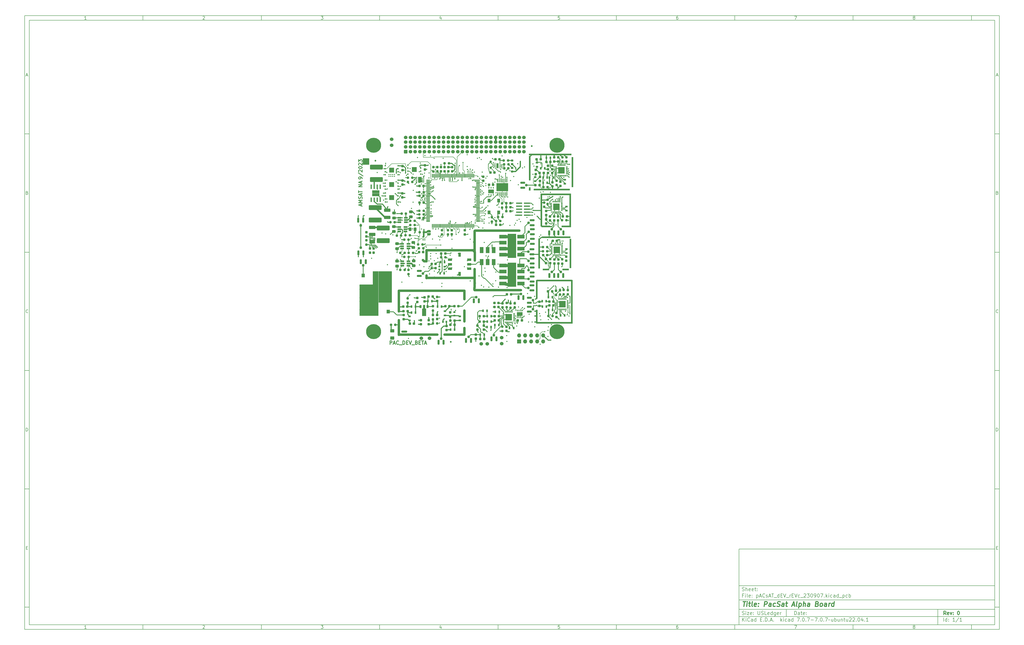
<source format=gbr>
%TF.GenerationSoftware,KiCad,Pcbnew,7.0.7-7.0.7~ubuntu22.04.1*%
%TF.CreationDate,2023-09-09T16:16:34-05:00*%
%TF.ProjectId,pACsAT_dEV_rEVc_230907,70414373-4154-45f6-9445-565f72455663,0*%
%TF.SameCoordinates,Original*%
%TF.FileFunction,Copper,L1,Top*%
%TF.FilePolarity,Positive*%
%FSLAX46Y46*%
G04 Gerber Fmt 4.6, Leading zero omitted, Abs format (unit mm)*
G04 Created by KiCad (PCBNEW 7.0.7-7.0.7~ubuntu22.04.1) date 2023-09-09 16:16:34*
%MOMM*%
%LPD*%
G01*
G04 APERTURE LIST*
G04 Aperture macros list*
%AMRoundRect*
0 Rectangle with rounded corners*
0 $1 Rounding radius*
0 $2 $3 $4 $5 $6 $7 $8 $9 X,Y pos of 4 corners*
0 Add a 4 corners polygon primitive as box body*
4,1,4,$2,$3,$4,$5,$6,$7,$8,$9,$2,$3,0*
0 Add four circle primitives for the rounded corners*
1,1,$1+$1,$2,$3*
1,1,$1+$1,$4,$5*
1,1,$1+$1,$6,$7*
1,1,$1+$1,$8,$9*
0 Add four rect primitives between the rounded corners*
20,1,$1+$1,$2,$3,$4,$5,0*
20,1,$1+$1,$4,$5,$6,$7,0*
20,1,$1+$1,$6,$7,$8,$9,0*
20,1,$1+$1,$8,$9,$2,$3,0*%
%AMFreePoly0*
4,1,9,3.862500,-0.866500,0.737500,-0.866500,0.737500,-0.450000,-0.737500,-0.450000,-0.737500,0.450000,0.737500,0.450000,0.737500,0.866500,3.862500,0.866500,3.862500,-0.866500,3.862500,-0.866500,$1*%
%AMFreePoly1*
4,1,19,0.500000,-0.750000,0.000000,-0.750000,0.000000,-0.744911,-0.071157,-0.744911,-0.207708,-0.704816,-0.327430,-0.627875,-0.420627,-0.520320,-0.479746,-0.390866,-0.500000,-0.250000,-0.500000,0.250000,-0.479746,0.390866,-0.420627,0.520320,-0.327430,0.627875,-0.207708,0.704816,-0.071157,0.744911,0.000000,0.744911,0.000000,0.750000,0.500000,0.750000,0.500000,-0.750000,0.500000,-0.750000,
$1*%
%AMFreePoly2*
4,1,19,0.000000,0.744911,0.071157,0.744911,0.207708,0.704816,0.327430,0.627875,0.420627,0.520320,0.479746,0.390866,0.500000,0.250000,0.500000,-0.250000,0.479746,-0.390866,0.420627,-0.520320,0.327430,-0.627875,0.207708,-0.704816,0.071157,-0.744911,0.000000,-0.744911,0.000000,-0.750000,-0.500000,-0.750000,-0.500000,0.750000,0.000000,0.750000,0.000000,0.744911,0.000000,0.744911,
$1*%
G04 Aperture macros list end*
%ADD10C,0.100000*%
%ADD11C,0.150000*%
%ADD12C,0.300000*%
%ADD13C,0.400000*%
%TA.AperFunction,NonConductor*%
%ADD14C,0.200000*%
%TD*%
%TA.AperFunction,NonConductor*%
%ADD15C,0.300000*%
%TD*%
%TA.AperFunction,SMDPad,CuDef*%
%ADD16R,2.794000X2.794000*%
%TD*%
%TA.AperFunction,SMDPad,CuDef*%
%ADD17R,0.650000X0.350000*%
%TD*%
%TA.AperFunction,SMDPad,CuDef*%
%ADD18R,0.350000X0.650000*%
%TD*%
%TA.AperFunction,SMDPad,CuDef*%
%ADD19RoundRect,0.237500X0.237500X-0.300000X0.237500X0.300000X-0.237500X0.300000X-0.237500X-0.300000X0*%
%TD*%
%TA.AperFunction,SMDPad,CuDef*%
%ADD20RoundRect,0.237500X0.300000X0.237500X-0.300000X0.237500X-0.300000X-0.237500X0.300000X-0.237500X0*%
%TD*%
%TA.AperFunction,SMDPad,CuDef*%
%ADD21RoundRect,0.237500X-0.237500X0.300000X-0.237500X-0.300000X0.237500X-0.300000X0.237500X0.300000X0*%
%TD*%
%TA.AperFunction,SMDPad,CuDef*%
%ADD22RoundRect,0.237500X0.237500X-0.287500X0.237500X0.287500X-0.237500X0.287500X-0.237500X-0.287500X0*%
%TD*%
%TA.AperFunction,SMDPad,CuDef*%
%ADD23R,0.300000X1.600000*%
%TD*%
%TA.AperFunction,SMDPad,CuDef*%
%ADD24R,1.600000X0.300000*%
%TD*%
%TA.AperFunction,SMDPad,CuDef*%
%ADD25RoundRect,0.250000X-0.475000X0.337500X-0.475000X-0.337500X0.475000X-0.337500X0.475000X0.337500X0*%
%TD*%
%TA.AperFunction,SMDPad,CuDef*%
%ADD26RoundRect,0.237500X0.237500X-0.250000X0.237500X0.250000X-0.237500X0.250000X-0.237500X-0.250000X0*%
%TD*%
%TA.AperFunction,SMDPad,CuDef*%
%ADD27RoundRect,0.237500X-0.300000X-0.237500X0.300000X-0.237500X0.300000X0.237500X-0.300000X0.237500X0*%
%TD*%
%TA.AperFunction,SMDPad,CuDef*%
%ADD28R,0.660400X1.016000*%
%TD*%
%TA.AperFunction,SMDPad,CuDef*%
%ADD29R,0.762000X10.414000*%
%TD*%
%TA.AperFunction,SMDPad,CuDef*%
%ADD30R,18.064480X0.762000*%
%TD*%
%TA.AperFunction,SMDPad,CuDef*%
%ADD31R,0.762000X1.369060*%
%TD*%
%TA.AperFunction,SMDPad,CuDef*%
%ADD32R,0.762000X12.700000*%
%TD*%
%TA.AperFunction,SMDPad,CuDef*%
%ADD33R,15.240000X0.762000*%
%TD*%
%TA.AperFunction,SMDPad,CuDef*%
%ADD34RoundRect,0.237500X0.250000X0.237500X-0.250000X0.237500X-0.250000X-0.237500X0.250000X-0.237500X0*%
%TD*%
%TA.AperFunction,SMDPad,CuDef*%
%ADD35RoundRect,0.237500X-0.250000X-0.237500X0.250000X-0.237500X0.250000X0.237500X-0.250000X0.237500X0*%
%TD*%
%TA.AperFunction,SMDPad,CuDef*%
%ADD36RoundRect,0.249999X-2.450001X0.737501X-2.450001X-0.737501X2.450001X-0.737501X2.450001X0.737501X0*%
%TD*%
%TA.AperFunction,SMDPad,CuDef*%
%ADD37R,0.900000X1.300000*%
%TD*%
%TA.AperFunction,SMDPad,CuDef*%
%ADD38FreePoly0,270.000000*%
%TD*%
%TA.AperFunction,SMDPad,CuDef*%
%ADD39C,0.750000*%
%TD*%
%TA.AperFunction,SMDPad,CuDef*%
%ADD40R,2.000000X2.000000*%
%TD*%
%TA.AperFunction,SMDPad,CuDef*%
%ADD41R,0.600000X0.500000*%
%TD*%
%TA.AperFunction,SMDPad,CuDef*%
%ADD42RoundRect,0.254000X-0.254000X0.254000X-0.254000X-0.254000X0.254000X-0.254000X0.254000X0.254000X0*%
%TD*%
%TA.AperFunction,SMDPad,CuDef*%
%ADD43RoundRect,0.200000X-0.200000X0.800000X-0.200000X-0.800000X0.200000X-0.800000X0.200000X0.800000X0*%
%TD*%
%TA.AperFunction,ComponentPad*%
%ADD44C,1.524000*%
%TD*%
%TA.AperFunction,SMDPad,CuDef*%
%ADD45RoundRect,0.250001X-0.624999X0.462499X-0.624999X-0.462499X0.624999X-0.462499X0.624999X0.462499X0*%
%TD*%
%TA.AperFunction,SMDPad,CuDef*%
%ADD46R,2.390000X1.600000*%
%TD*%
%TA.AperFunction,SMDPad,CuDef*%
%ADD47R,0.460000X0.710000*%
%TD*%
%TA.AperFunction,SMDPad,CuDef*%
%ADD48RoundRect,0.062500X-0.300000X-0.062500X0.300000X-0.062500X0.300000X0.062500X-0.300000X0.062500X0*%
%TD*%
%TA.AperFunction,SMDPad,CuDef*%
%ADD49R,0.900000X2.000000*%
%TD*%
%TA.AperFunction,ComponentPad*%
%ADD50C,6.350000*%
%TD*%
%TA.AperFunction,ComponentPad*%
%ADD51RoundRect,0.290840X-0.471160X-0.471160X0.471160X-0.471160X0.471160X0.471160X-0.471160X0.471160X0*%
%TD*%
%TA.AperFunction,SMDPad,CuDef*%
%ADD52R,2.350000X1.580000*%
%TD*%
%TA.AperFunction,SMDPad,CuDef*%
%ADD53R,0.300000X0.700000*%
%TD*%
%TA.AperFunction,SMDPad,CuDef*%
%ADD54R,0.900000X0.700000*%
%TD*%
%TA.AperFunction,SMDPad,CuDef*%
%ADD55R,1.016000X0.660400*%
%TD*%
%TA.AperFunction,SMDPad,CuDef*%
%ADD56RoundRect,0.237500X-0.237500X0.250000X-0.237500X-0.250000X0.237500X-0.250000X0.237500X0.250000X0*%
%TD*%
%TA.AperFunction,SMDPad,CuDef*%
%ADD57R,1.397000X1.524000*%
%TD*%
%TA.AperFunction,ComponentPad*%
%ADD58C,1.016000*%
%TD*%
%TA.AperFunction,SMDPad,CuDef*%
%ADD59R,5.664200X13.208000*%
%TD*%
%TA.AperFunction,SMDPad,CuDef*%
%ADD60R,2.387600X18.796000*%
%TD*%
%TA.AperFunction,SMDPad,CuDef*%
%ADD61R,1.560000X0.650000*%
%TD*%
%TA.AperFunction,SMDPad,CuDef*%
%ADD62RoundRect,0.250000X0.475000X-0.337500X0.475000X0.337500X-0.475000X0.337500X-0.475000X-0.337500X0*%
%TD*%
%TA.AperFunction,SMDPad,CuDef*%
%ADD63R,1.650000X2.540000*%
%TD*%
%TA.AperFunction,SMDPad,CuDef*%
%ADD64RoundRect,0.250001X1.074999X-0.462499X1.074999X0.462499X-1.074999X0.462499X-1.074999X-0.462499X0*%
%TD*%
%TA.AperFunction,SMDPad,CuDef*%
%ADD65R,3.810000X0.762000*%
%TD*%
%TA.AperFunction,SMDPad,CuDef*%
%ADD66R,0.762000X13.970000*%
%TD*%
%TA.AperFunction,SMDPad,CuDef*%
%ADD67R,12.954000X0.762000*%
%TD*%
%TA.AperFunction,SMDPad,CuDef*%
%ADD68R,0.939800X0.508000*%
%TD*%
%TA.AperFunction,SMDPad,CuDef*%
%ADD69R,0.939800X0.787400*%
%TD*%
%TA.AperFunction,SMDPad,CuDef*%
%ADD70RoundRect,0.218750X-0.256250X0.218750X-0.256250X-0.218750X0.256250X-0.218750X0.256250X0.218750X0*%
%TD*%
%TA.AperFunction,SMDPad,CuDef*%
%ADD71RoundRect,0.250000X0.337500X0.475000X-0.337500X0.475000X-0.337500X-0.475000X0.337500X-0.475000X0*%
%TD*%
%TA.AperFunction,SMDPad,CuDef*%
%ADD72FreePoly1,270.000000*%
%TD*%
%TA.AperFunction,SMDPad,CuDef*%
%ADD73FreePoly2,270.000000*%
%TD*%
%TA.AperFunction,SMDPad,CuDef*%
%ADD74R,0.350000X0.700000*%
%TD*%
%TA.AperFunction,SMDPad,CuDef*%
%ADD75RoundRect,0.100000X0.100000X-0.687500X0.100000X0.687500X-0.100000X0.687500X-0.100000X-0.687500X0*%
%TD*%
%TA.AperFunction,SMDPad,CuDef*%
%ADD76R,5.000000X3.400000*%
%TD*%
%TA.AperFunction,ComponentPad*%
%ADD77O,2.540000X0.889000*%
%TD*%
%TA.AperFunction,SMDPad,CuDef*%
%ADD78R,14.935200X0.762000*%
%TD*%
%TA.AperFunction,SMDPad,CuDef*%
%ADD79R,0.762000X5.740400*%
%TD*%
%TA.AperFunction,SMDPad,CuDef*%
%ADD80R,0.762000X7.874000*%
%TD*%
%TA.AperFunction,SMDPad,CuDef*%
%ADD81R,0.762000X18.542000*%
%TD*%
%TA.AperFunction,SMDPad,CuDef*%
%ADD82RoundRect,0.249999X2.450001X-0.737501X2.450001X0.737501X-2.450001X0.737501X-2.450001X-0.737501X0*%
%TD*%
%TA.AperFunction,ComponentPad*%
%ADD83C,1.000000*%
%TD*%
%TA.AperFunction,SMDPad,CuDef*%
%ADD84R,0.650000X0.400000*%
%TD*%
%TA.AperFunction,SMDPad,CuDef*%
%ADD85R,2.540000X0.508000*%
%TD*%
%TA.AperFunction,SMDPad,CuDef*%
%ADD86R,0.700000X0.900000*%
%TD*%
%TA.AperFunction,SMDPad,CuDef*%
%ADD87R,1.580000X2.350000*%
%TD*%
%TA.AperFunction,SMDPad,CuDef*%
%ADD88R,0.700000X0.350000*%
%TD*%
%TA.AperFunction,SMDPad,CuDef*%
%ADD89R,3.048000X1.524000*%
%TD*%
%TA.AperFunction,SMDPad,CuDef*%
%ADD90R,3.556000X10.160000*%
%TD*%
%TA.AperFunction,SMDPad,CuDef*%
%ADD91RoundRect,0.250001X-1.074999X0.462499X-1.074999X-0.462499X1.074999X-0.462499X1.074999X0.462499X0*%
%TD*%
%TA.AperFunction,SMDPad,CuDef*%
%ADD92R,2.794000X0.762000*%
%TD*%
%TA.AperFunction,SMDPad,CuDef*%
%ADD93R,12.090400X0.762000*%
%TD*%
%TA.AperFunction,SMDPad,CuDef*%
%ADD94R,0.762000X12.446000*%
%TD*%
%TA.AperFunction,SMDPad,CuDef*%
%ADD95RoundRect,0.254000X0.254000X-0.254000X0.254000X0.254000X-0.254000X0.254000X-0.254000X-0.254000X0*%
%TD*%
%TA.AperFunction,SMDPad,CuDef*%
%ADD96RoundRect,0.200000X0.200000X-0.800000X0.200000X0.800000X-0.200000X0.800000X-0.200000X-0.800000X0*%
%TD*%
%TA.AperFunction,SMDPad,CuDef*%
%ADD97R,1.778000X1.016000*%
%TD*%
%TA.AperFunction,SMDPad,CuDef*%
%ADD98R,1.016000X1.778000*%
%TD*%
%TA.AperFunction,SMDPad,CuDef*%
%ADD99R,1.300000X1.600000*%
%TD*%
%TA.AperFunction,SMDPad,CuDef*%
%ADD100R,0.610000X1.910000*%
%TD*%
%TA.AperFunction,SMDPad,CuDef*%
%ADD101R,1.550000X1.205000*%
%TD*%
%TA.AperFunction,ComponentPad*%
%ADD102R,1.700000X1.700000*%
%TD*%
%TA.AperFunction,ComponentPad*%
%ADD103O,1.700000X1.700000*%
%TD*%
%TA.AperFunction,ComponentPad*%
%ADD104RoundRect,0.254000X0.254000X-0.254000X0.254000X0.254000X-0.254000X0.254000X-0.254000X-0.254000X0*%
%TD*%
%TA.AperFunction,ComponentPad*%
%ADD105RoundRect,0.200000X0.200000X-0.800000X0.200000X0.800000X-0.200000X0.800000X-0.200000X-0.800000X0*%
%TD*%
%TA.AperFunction,ComponentPad*%
%ADD106RoundRect,0.254000X0.254000X0.254000X-0.254000X0.254000X-0.254000X-0.254000X0.254000X-0.254000X0*%
%TD*%
%TA.AperFunction,ComponentPad*%
%ADD107RoundRect,0.200000X0.800000X0.200000X-0.800000X0.200000X-0.800000X-0.200000X0.800000X-0.200000X0*%
%TD*%
%TA.AperFunction,ComponentPad*%
%ADD108RoundRect,0.254000X-0.254000X0.254000X-0.254000X-0.254000X0.254000X-0.254000X0.254000X0.254000X0*%
%TD*%
%TA.AperFunction,ComponentPad*%
%ADD109RoundRect,0.200000X-0.200000X0.800000X-0.200000X-0.800000X0.200000X-0.800000X0.200000X0.800000X0*%
%TD*%
%TA.AperFunction,ComponentPad*%
%ADD110RoundRect,0.254000X-0.254000X-0.254000X0.254000X-0.254000X0.254000X0.254000X-0.254000X0.254000X0*%
%TD*%
%TA.AperFunction,ComponentPad*%
%ADD111RoundRect,0.200000X-0.800000X-0.200000X0.800000X-0.200000X0.800000X0.200000X-0.800000X0.200000X0*%
%TD*%
%TA.AperFunction,ViaPad*%
%ADD112C,0.508000*%
%TD*%
%TA.AperFunction,Conductor*%
%ADD113C,0.304800*%
%TD*%
%TA.AperFunction,Conductor*%
%ADD114C,0.330200*%
%TD*%
%TA.AperFunction,Conductor*%
%ADD115C,0.152400*%
%TD*%
%TA.AperFunction,Conductor*%
%ADD116C,0.254000*%
%TD*%
%TA.AperFunction,Conductor*%
%ADD117C,0.381000*%
%TD*%
%TA.AperFunction,Conductor*%
%ADD118C,1.016000*%
%TD*%
%TA.AperFunction,Conductor*%
%ADD119C,0.508000*%
%TD*%
%TA.AperFunction,Conductor*%
%ADD120C,0.203200*%
%TD*%
%TA.AperFunction,Conductor*%
%ADD121C,1.270000*%
%TD*%
%TA.AperFunction,Conductor*%
%ADD122C,0.127000*%
%TD*%
%TA.AperFunction,Conductor*%
%ADD123C,0.635000*%
%TD*%
%TA.AperFunction,Conductor*%
%ADD124C,0.762000*%
%TD*%
%TA.AperFunction,Conductor*%
%ADD125C,0.345440*%
%TD*%
G04 APERTURE END LIST*
D10*
D11*
X311800000Y-235400000D02*
X419800000Y-235400000D01*
X419800000Y-267400000D01*
X311800000Y-267400000D01*
X311800000Y-235400000D01*
D10*
D11*
X10000000Y-10000000D02*
X421800000Y-10000000D01*
X421800000Y-269400000D01*
X10000000Y-269400000D01*
X10000000Y-10000000D01*
D10*
D11*
X12000000Y-12000000D02*
X419800000Y-12000000D01*
X419800000Y-267400000D01*
X12000000Y-267400000D01*
X12000000Y-12000000D01*
D10*
D11*
X60000000Y-12000000D02*
X60000000Y-10000000D01*
D10*
D11*
X110000000Y-12000000D02*
X110000000Y-10000000D01*
D10*
D11*
X160000000Y-12000000D02*
X160000000Y-10000000D01*
D10*
D11*
X210000000Y-12000000D02*
X210000000Y-10000000D01*
D10*
D11*
X260000000Y-12000000D02*
X260000000Y-10000000D01*
D10*
D11*
X310000000Y-12000000D02*
X310000000Y-10000000D01*
D10*
D11*
X360000000Y-12000000D02*
X360000000Y-10000000D01*
D10*
D11*
X410000000Y-12000000D02*
X410000000Y-10000000D01*
D10*
D11*
X36089160Y-11593604D02*
X35346303Y-11593604D01*
X35717731Y-11593604D02*
X35717731Y-10293604D01*
X35717731Y-10293604D02*
X35593922Y-10479319D01*
X35593922Y-10479319D02*
X35470112Y-10603128D01*
X35470112Y-10603128D02*
X35346303Y-10665033D01*
D10*
D11*
X85346303Y-10417414D02*
X85408207Y-10355509D01*
X85408207Y-10355509D02*
X85532017Y-10293604D01*
X85532017Y-10293604D02*
X85841541Y-10293604D01*
X85841541Y-10293604D02*
X85965350Y-10355509D01*
X85965350Y-10355509D02*
X86027255Y-10417414D01*
X86027255Y-10417414D02*
X86089160Y-10541223D01*
X86089160Y-10541223D02*
X86089160Y-10665033D01*
X86089160Y-10665033D02*
X86027255Y-10850747D01*
X86027255Y-10850747D02*
X85284398Y-11593604D01*
X85284398Y-11593604D02*
X86089160Y-11593604D01*
D10*
D11*
X135284398Y-10293604D02*
X136089160Y-10293604D01*
X136089160Y-10293604D02*
X135655826Y-10788842D01*
X135655826Y-10788842D02*
X135841541Y-10788842D01*
X135841541Y-10788842D02*
X135965350Y-10850747D01*
X135965350Y-10850747D02*
X136027255Y-10912652D01*
X136027255Y-10912652D02*
X136089160Y-11036461D01*
X136089160Y-11036461D02*
X136089160Y-11345985D01*
X136089160Y-11345985D02*
X136027255Y-11469795D01*
X136027255Y-11469795D02*
X135965350Y-11531700D01*
X135965350Y-11531700D02*
X135841541Y-11593604D01*
X135841541Y-11593604D02*
X135470112Y-11593604D01*
X135470112Y-11593604D02*
X135346303Y-11531700D01*
X135346303Y-11531700D02*
X135284398Y-11469795D01*
D10*
D11*
X185965350Y-10726938D02*
X185965350Y-11593604D01*
X185655826Y-10231700D02*
X185346303Y-11160271D01*
X185346303Y-11160271D02*
X186151064Y-11160271D01*
D10*
D11*
X236027255Y-10293604D02*
X235408207Y-10293604D01*
X235408207Y-10293604D02*
X235346303Y-10912652D01*
X235346303Y-10912652D02*
X235408207Y-10850747D01*
X235408207Y-10850747D02*
X235532017Y-10788842D01*
X235532017Y-10788842D02*
X235841541Y-10788842D01*
X235841541Y-10788842D02*
X235965350Y-10850747D01*
X235965350Y-10850747D02*
X236027255Y-10912652D01*
X236027255Y-10912652D02*
X236089160Y-11036461D01*
X236089160Y-11036461D02*
X236089160Y-11345985D01*
X236089160Y-11345985D02*
X236027255Y-11469795D01*
X236027255Y-11469795D02*
X235965350Y-11531700D01*
X235965350Y-11531700D02*
X235841541Y-11593604D01*
X235841541Y-11593604D02*
X235532017Y-11593604D01*
X235532017Y-11593604D02*
X235408207Y-11531700D01*
X235408207Y-11531700D02*
X235346303Y-11469795D01*
D10*
D11*
X285965350Y-10293604D02*
X285717731Y-10293604D01*
X285717731Y-10293604D02*
X285593922Y-10355509D01*
X285593922Y-10355509D02*
X285532017Y-10417414D01*
X285532017Y-10417414D02*
X285408207Y-10603128D01*
X285408207Y-10603128D02*
X285346303Y-10850747D01*
X285346303Y-10850747D02*
X285346303Y-11345985D01*
X285346303Y-11345985D02*
X285408207Y-11469795D01*
X285408207Y-11469795D02*
X285470112Y-11531700D01*
X285470112Y-11531700D02*
X285593922Y-11593604D01*
X285593922Y-11593604D02*
X285841541Y-11593604D01*
X285841541Y-11593604D02*
X285965350Y-11531700D01*
X285965350Y-11531700D02*
X286027255Y-11469795D01*
X286027255Y-11469795D02*
X286089160Y-11345985D01*
X286089160Y-11345985D02*
X286089160Y-11036461D01*
X286089160Y-11036461D02*
X286027255Y-10912652D01*
X286027255Y-10912652D02*
X285965350Y-10850747D01*
X285965350Y-10850747D02*
X285841541Y-10788842D01*
X285841541Y-10788842D02*
X285593922Y-10788842D01*
X285593922Y-10788842D02*
X285470112Y-10850747D01*
X285470112Y-10850747D02*
X285408207Y-10912652D01*
X285408207Y-10912652D02*
X285346303Y-11036461D01*
D10*
D11*
X335284398Y-10293604D02*
X336151064Y-10293604D01*
X336151064Y-10293604D02*
X335593922Y-11593604D01*
D10*
D11*
X385593922Y-10850747D02*
X385470112Y-10788842D01*
X385470112Y-10788842D02*
X385408207Y-10726938D01*
X385408207Y-10726938D02*
X385346303Y-10603128D01*
X385346303Y-10603128D02*
X385346303Y-10541223D01*
X385346303Y-10541223D02*
X385408207Y-10417414D01*
X385408207Y-10417414D02*
X385470112Y-10355509D01*
X385470112Y-10355509D02*
X385593922Y-10293604D01*
X385593922Y-10293604D02*
X385841541Y-10293604D01*
X385841541Y-10293604D02*
X385965350Y-10355509D01*
X385965350Y-10355509D02*
X386027255Y-10417414D01*
X386027255Y-10417414D02*
X386089160Y-10541223D01*
X386089160Y-10541223D02*
X386089160Y-10603128D01*
X386089160Y-10603128D02*
X386027255Y-10726938D01*
X386027255Y-10726938D02*
X385965350Y-10788842D01*
X385965350Y-10788842D02*
X385841541Y-10850747D01*
X385841541Y-10850747D02*
X385593922Y-10850747D01*
X385593922Y-10850747D02*
X385470112Y-10912652D01*
X385470112Y-10912652D02*
X385408207Y-10974557D01*
X385408207Y-10974557D02*
X385346303Y-11098366D01*
X385346303Y-11098366D02*
X385346303Y-11345985D01*
X385346303Y-11345985D02*
X385408207Y-11469795D01*
X385408207Y-11469795D02*
X385470112Y-11531700D01*
X385470112Y-11531700D02*
X385593922Y-11593604D01*
X385593922Y-11593604D02*
X385841541Y-11593604D01*
X385841541Y-11593604D02*
X385965350Y-11531700D01*
X385965350Y-11531700D02*
X386027255Y-11469795D01*
X386027255Y-11469795D02*
X386089160Y-11345985D01*
X386089160Y-11345985D02*
X386089160Y-11098366D01*
X386089160Y-11098366D02*
X386027255Y-10974557D01*
X386027255Y-10974557D02*
X385965350Y-10912652D01*
X385965350Y-10912652D02*
X385841541Y-10850747D01*
D10*
D11*
X60000000Y-267400000D02*
X60000000Y-269400000D01*
D10*
D11*
X110000000Y-267400000D02*
X110000000Y-269400000D01*
D10*
D11*
X160000000Y-267400000D02*
X160000000Y-269400000D01*
D10*
D11*
X210000000Y-267400000D02*
X210000000Y-269400000D01*
D10*
D11*
X260000000Y-267400000D02*
X260000000Y-269400000D01*
D10*
D11*
X310000000Y-267400000D02*
X310000000Y-269400000D01*
D10*
D11*
X360000000Y-267400000D02*
X360000000Y-269400000D01*
D10*
D11*
X410000000Y-267400000D02*
X410000000Y-269400000D01*
D10*
D11*
X36089160Y-268993604D02*
X35346303Y-268993604D01*
X35717731Y-268993604D02*
X35717731Y-267693604D01*
X35717731Y-267693604D02*
X35593922Y-267879319D01*
X35593922Y-267879319D02*
X35470112Y-268003128D01*
X35470112Y-268003128D02*
X35346303Y-268065033D01*
D10*
D11*
X85346303Y-267817414D02*
X85408207Y-267755509D01*
X85408207Y-267755509D02*
X85532017Y-267693604D01*
X85532017Y-267693604D02*
X85841541Y-267693604D01*
X85841541Y-267693604D02*
X85965350Y-267755509D01*
X85965350Y-267755509D02*
X86027255Y-267817414D01*
X86027255Y-267817414D02*
X86089160Y-267941223D01*
X86089160Y-267941223D02*
X86089160Y-268065033D01*
X86089160Y-268065033D02*
X86027255Y-268250747D01*
X86027255Y-268250747D02*
X85284398Y-268993604D01*
X85284398Y-268993604D02*
X86089160Y-268993604D01*
D10*
D11*
X135284398Y-267693604D02*
X136089160Y-267693604D01*
X136089160Y-267693604D02*
X135655826Y-268188842D01*
X135655826Y-268188842D02*
X135841541Y-268188842D01*
X135841541Y-268188842D02*
X135965350Y-268250747D01*
X135965350Y-268250747D02*
X136027255Y-268312652D01*
X136027255Y-268312652D02*
X136089160Y-268436461D01*
X136089160Y-268436461D02*
X136089160Y-268745985D01*
X136089160Y-268745985D02*
X136027255Y-268869795D01*
X136027255Y-268869795D02*
X135965350Y-268931700D01*
X135965350Y-268931700D02*
X135841541Y-268993604D01*
X135841541Y-268993604D02*
X135470112Y-268993604D01*
X135470112Y-268993604D02*
X135346303Y-268931700D01*
X135346303Y-268931700D02*
X135284398Y-268869795D01*
D10*
D11*
X185965350Y-268126938D02*
X185965350Y-268993604D01*
X185655826Y-267631700D02*
X185346303Y-268560271D01*
X185346303Y-268560271D02*
X186151064Y-268560271D01*
D10*
D11*
X236027255Y-267693604D02*
X235408207Y-267693604D01*
X235408207Y-267693604D02*
X235346303Y-268312652D01*
X235346303Y-268312652D02*
X235408207Y-268250747D01*
X235408207Y-268250747D02*
X235532017Y-268188842D01*
X235532017Y-268188842D02*
X235841541Y-268188842D01*
X235841541Y-268188842D02*
X235965350Y-268250747D01*
X235965350Y-268250747D02*
X236027255Y-268312652D01*
X236027255Y-268312652D02*
X236089160Y-268436461D01*
X236089160Y-268436461D02*
X236089160Y-268745985D01*
X236089160Y-268745985D02*
X236027255Y-268869795D01*
X236027255Y-268869795D02*
X235965350Y-268931700D01*
X235965350Y-268931700D02*
X235841541Y-268993604D01*
X235841541Y-268993604D02*
X235532017Y-268993604D01*
X235532017Y-268993604D02*
X235408207Y-268931700D01*
X235408207Y-268931700D02*
X235346303Y-268869795D01*
D10*
D11*
X285965350Y-267693604D02*
X285717731Y-267693604D01*
X285717731Y-267693604D02*
X285593922Y-267755509D01*
X285593922Y-267755509D02*
X285532017Y-267817414D01*
X285532017Y-267817414D02*
X285408207Y-268003128D01*
X285408207Y-268003128D02*
X285346303Y-268250747D01*
X285346303Y-268250747D02*
X285346303Y-268745985D01*
X285346303Y-268745985D02*
X285408207Y-268869795D01*
X285408207Y-268869795D02*
X285470112Y-268931700D01*
X285470112Y-268931700D02*
X285593922Y-268993604D01*
X285593922Y-268993604D02*
X285841541Y-268993604D01*
X285841541Y-268993604D02*
X285965350Y-268931700D01*
X285965350Y-268931700D02*
X286027255Y-268869795D01*
X286027255Y-268869795D02*
X286089160Y-268745985D01*
X286089160Y-268745985D02*
X286089160Y-268436461D01*
X286089160Y-268436461D02*
X286027255Y-268312652D01*
X286027255Y-268312652D02*
X285965350Y-268250747D01*
X285965350Y-268250747D02*
X285841541Y-268188842D01*
X285841541Y-268188842D02*
X285593922Y-268188842D01*
X285593922Y-268188842D02*
X285470112Y-268250747D01*
X285470112Y-268250747D02*
X285408207Y-268312652D01*
X285408207Y-268312652D02*
X285346303Y-268436461D01*
D10*
D11*
X335284398Y-267693604D02*
X336151064Y-267693604D01*
X336151064Y-267693604D02*
X335593922Y-268993604D01*
D10*
D11*
X385593922Y-268250747D02*
X385470112Y-268188842D01*
X385470112Y-268188842D02*
X385408207Y-268126938D01*
X385408207Y-268126938D02*
X385346303Y-268003128D01*
X385346303Y-268003128D02*
X385346303Y-267941223D01*
X385346303Y-267941223D02*
X385408207Y-267817414D01*
X385408207Y-267817414D02*
X385470112Y-267755509D01*
X385470112Y-267755509D02*
X385593922Y-267693604D01*
X385593922Y-267693604D02*
X385841541Y-267693604D01*
X385841541Y-267693604D02*
X385965350Y-267755509D01*
X385965350Y-267755509D02*
X386027255Y-267817414D01*
X386027255Y-267817414D02*
X386089160Y-267941223D01*
X386089160Y-267941223D02*
X386089160Y-268003128D01*
X386089160Y-268003128D02*
X386027255Y-268126938D01*
X386027255Y-268126938D02*
X385965350Y-268188842D01*
X385965350Y-268188842D02*
X385841541Y-268250747D01*
X385841541Y-268250747D02*
X385593922Y-268250747D01*
X385593922Y-268250747D02*
X385470112Y-268312652D01*
X385470112Y-268312652D02*
X385408207Y-268374557D01*
X385408207Y-268374557D02*
X385346303Y-268498366D01*
X385346303Y-268498366D02*
X385346303Y-268745985D01*
X385346303Y-268745985D02*
X385408207Y-268869795D01*
X385408207Y-268869795D02*
X385470112Y-268931700D01*
X385470112Y-268931700D02*
X385593922Y-268993604D01*
X385593922Y-268993604D02*
X385841541Y-268993604D01*
X385841541Y-268993604D02*
X385965350Y-268931700D01*
X385965350Y-268931700D02*
X386027255Y-268869795D01*
X386027255Y-268869795D02*
X386089160Y-268745985D01*
X386089160Y-268745985D02*
X386089160Y-268498366D01*
X386089160Y-268498366D02*
X386027255Y-268374557D01*
X386027255Y-268374557D02*
X385965350Y-268312652D01*
X385965350Y-268312652D02*
X385841541Y-268250747D01*
D10*
D11*
X10000000Y-60000000D02*
X12000000Y-60000000D01*
D10*
D11*
X10000000Y-110000000D02*
X12000000Y-110000000D01*
D10*
D11*
X10000000Y-160000000D02*
X12000000Y-160000000D01*
D10*
D11*
X10000000Y-210000000D02*
X12000000Y-210000000D01*
D10*
D11*
X10000000Y-260000000D02*
X12000000Y-260000000D01*
D10*
D11*
X10690476Y-35222176D02*
X11309523Y-35222176D01*
X10566666Y-35593604D02*
X10999999Y-34293604D01*
X10999999Y-34293604D02*
X11433333Y-35593604D01*
D10*
D11*
X11092857Y-84912652D02*
X11278571Y-84974557D01*
X11278571Y-84974557D02*
X11340476Y-85036461D01*
X11340476Y-85036461D02*
X11402380Y-85160271D01*
X11402380Y-85160271D02*
X11402380Y-85345985D01*
X11402380Y-85345985D02*
X11340476Y-85469795D01*
X11340476Y-85469795D02*
X11278571Y-85531700D01*
X11278571Y-85531700D02*
X11154761Y-85593604D01*
X11154761Y-85593604D02*
X10659523Y-85593604D01*
X10659523Y-85593604D02*
X10659523Y-84293604D01*
X10659523Y-84293604D02*
X11092857Y-84293604D01*
X11092857Y-84293604D02*
X11216666Y-84355509D01*
X11216666Y-84355509D02*
X11278571Y-84417414D01*
X11278571Y-84417414D02*
X11340476Y-84541223D01*
X11340476Y-84541223D02*
X11340476Y-84665033D01*
X11340476Y-84665033D02*
X11278571Y-84788842D01*
X11278571Y-84788842D02*
X11216666Y-84850747D01*
X11216666Y-84850747D02*
X11092857Y-84912652D01*
X11092857Y-84912652D02*
X10659523Y-84912652D01*
D10*
D11*
X11402380Y-135469795D02*
X11340476Y-135531700D01*
X11340476Y-135531700D02*
X11154761Y-135593604D01*
X11154761Y-135593604D02*
X11030952Y-135593604D01*
X11030952Y-135593604D02*
X10845238Y-135531700D01*
X10845238Y-135531700D02*
X10721428Y-135407890D01*
X10721428Y-135407890D02*
X10659523Y-135284080D01*
X10659523Y-135284080D02*
X10597619Y-135036461D01*
X10597619Y-135036461D02*
X10597619Y-134850747D01*
X10597619Y-134850747D02*
X10659523Y-134603128D01*
X10659523Y-134603128D02*
X10721428Y-134479319D01*
X10721428Y-134479319D02*
X10845238Y-134355509D01*
X10845238Y-134355509D02*
X11030952Y-134293604D01*
X11030952Y-134293604D02*
X11154761Y-134293604D01*
X11154761Y-134293604D02*
X11340476Y-134355509D01*
X11340476Y-134355509D02*
X11402380Y-134417414D01*
D10*
D11*
X10659523Y-185593604D02*
X10659523Y-184293604D01*
X10659523Y-184293604D02*
X10969047Y-184293604D01*
X10969047Y-184293604D02*
X11154761Y-184355509D01*
X11154761Y-184355509D02*
X11278571Y-184479319D01*
X11278571Y-184479319D02*
X11340476Y-184603128D01*
X11340476Y-184603128D02*
X11402380Y-184850747D01*
X11402380Y-184850747D02*
X11402380Y-185036461D01*
X11402380Y-185036461D02*
X11340476Y-185284080D01*
X11340476Y-185284080D02*
X11278571Y-185407890D01*
X11278571Y-185407890D02*
X11154761Y-185531700D01*
X11154761Y-185531700D02*
X10969047Y-185593604D01*
X10969047Y-185593604D02*
X10659523Y-185593604D01*
D10*
D11*
X10721428Y-234912652D02*
X11154762Y-234912652D01*
X11340476Y-235593604D02*
X10721428Y-235593604D01*
X10721428Y-235593604D02*
X10721428Y-234293604D01*
X10721428Y-234293604D02*
X11340476Y-234293604D01*
D10*
D11*
X421800000Y-60000000D02*
X419800000Y-60000000D01*
D10*
D11*
X421800000Y-110000000D02*
X419800000Y-110000000D01*
D10*
D11*
X421800000Y-160000000D02*
X419800000Y-160000000D01*
D10*
D11*
X421800000Y-210000000D02*
X419800000Y-210000000D01*
D10*
D11*
X421800000Y-260000000D02*
X419800000Y-260000000D01*
D10*
D11*
X420490476Y-35222176D02*
X421109523Y-35222176D01*
X420366666Y-35593604D02*
X420799999Y-34293604D01*
X420799999Y-34293604D02*
X421233333Y-35593604D01*
D10*
D11*
X420892857Y-84912652D02*
X421078571Y-84974557D01*
X421078571Y-84974557D02*
X421140476Y-85036461D01*
X421140476Y-85036461D02*
X421202380Y-85160271D01*
X421202380Y-85160271D02*
X421202380Y-85345985D01*
X421202380Y-85345985D02*
X421140476Y-85469795D01*
X421140476Y-85469795D02*
X421078571Y-85531700D01*
X421078571Y-85531700D02*
X420954761Y-85593604D01*
X420954761Y-85593604D02*
X420459523Y-85593604D01*
X420459523Y-85593604D02*
X420459523Y-84293604D01*
X420459523Y-84293604D02*
X420892857Y-84293604D01*
X420892857Y-84293604D02*
X421016666Y-84355509D01*
X421016666Y-84355509D02*
X421078571Y-84417414D01*
X421078571Y-84417414D02*
X421140476Y-84541223D01*
X421140476Y-84541223D02*
X421140476Y-84665033D01*
X421140476Y-84665033D02*
X421078571Y-84788842D01*
X421078571Y-84788842D02*
X421016666Y-84850747D01*
X421016666Y-84850747D02*
X420892857Y-84912652D01*
X420892857Y-84912652D02*
X420459523Y-84912652D01*
D10*
D11*
X421202380Y-135469795D02*
X421140476Y-135531700D01*
X421140476Y-135531700D02*
X420954761Y-135593604D01*
X420954761Y-135593604D02*
X420830952Y-135593604D01*
X420830952Y-135593604D02*
X420645238Y-135531700D01*
X420645238Y-135531700D02*
X420521428Y-135407890D01*
X420521428Y-135407890D02*
X420459523Y-135284080D01*
X420459523Y-135284080D02*
X420397619Y-135036461D01*
X420397619Y-135036461D02*
X420397619Y-134850747D01*
X420397619Y-134850747D02*
X420459523Y-134603128D01*
X420459523Y-134603128D02*
X420521428Y-134479319D01*
X420521428Y-134479319D02*
X420645238Y-134355509D01*
X420645238Y-134355509D02*
X420830952Y-134293604D01*
X420830952Y-134293604D02*
X420954761Y-134293604D01*
X420954761Y-134293604D02*
X421140476Y-134355509D01*
X421140476Y-134355509D02*
X421202380Y-134417414D01*
D10*
D11*
X420459523Y-185593604D02*
X420459523Y-184293604D01*
X420459523Y-184293604D02*
X420769047Y-184293604D01*
X420769047Y-184293604D02*
X420954761Y-184355509D01*
X420954761Y-184355509D02*
X421078571Y-184479319D01*
X421078571Y-184479319D02*
X421140476Y-184603128D01*
X421140476Y-184603128D02*
X421202380Y-184850747D01*
X421202380Y-184850747D02*
X421202380Y-185036461D01*
X421202380Y-185036461D02*
X421140476Y-185284080D01*
X421140476Y-185284080D02*
X421078571Y-185407890D01*
X421078571Y-185407890D02*
X420954761Y-185531700D01*
X420954761Y-185531700D02*
X420769047Y-185593604D01*
X420769047Y-185593604D02*
X420459523Y-185593604D01*
D10*
D11*
X420521428Y-234912652D02*
X420954762Y-234912652D01*
X421140476Y-235593604D02*
X420521428Y-235593604D01*
X420521428Y-235593604D02*
X420521428Y-234293604D01*
X420521428Y-234293604D02*
X421140476Y-234293604D01*
D10*
D11*
X335255826Y-263186128D02*
X335255826Y-261686128D01*
X335255826Y-261686128D02*
X335612969Y-261686128D01*
X335612969Y-261686128D02*
X335827255Y-261757557D01*
X335827255Y-261757557D02*
X335970112Y-261900414D01*
X335970112Y-261900414D02*
X336041541Y-262043271D01*
X336041541Y-262043271D02*
X336112969Y-262328985D01*
X336112969Y-262328985D02*
X336112969Y-262543271D01*
X336112969Y-262543271D02*
X336041541Y-262828985D01*
X336041541Y-262828985D02*
X335970112Y-262971842D01*
X335970112Y-262971842D02*
X335827255Y-263114700D01*
X335827255Y-263114700D02*
X335612969Y-263186128D01*
X335612969Y-263186128D02*
X335255826Y-263186128D01*
X337398684Y-263186128D02*
X337398684Y-262400414D01*
X337398684Y-262400414D02*
X337327255Y-262257557D01*
X337327255Y-262257557D02*
X337184398Y-262186128D01*
X337184398Y-262186128D02*
X336898684Y-262186128D01*
X336898684Y-262186128D02*
X336755826Y-262257557D01*
X337398684Y-263114700D02*
X337255826Y-263186128D01*
X337255826Y-263186128D02*
X336898684Y-263186128D01*
X336898684Y-263186128D02*
X336755826Y-263114700D01*
X336755826Y-263114700D02*
X336684398Y-262971842D01*
X336684398Y-262971842D02*
X336684398Y-262828985D01*
X336684398Y-262828985D02*
X336755826Y-262686128D01*
X336755826Y-262686128D02*
X336898684Y-262614700D01*
X336898684Y-262614700D02*
X337255826Y-262614700D01*
X337255826Y-262614700D02*
X337398684Y-262543271D01*
X337898684Y-262186128D02*
X338470112Y-262186128D01*
X338112969Y-261686128D02*
X338112969Y-262971842D01*
X338112969Y-262971842D02*
X338184398Y-263114700D01*
X338184398Y-263114700D02*
X338327255Y-263186128D01*
X338327255Y-263186128D02*
X338470112Y-263186128D01*
X339541541Y-263114700D02*
X339398684Y-263186128D01*
X339398684Y-263186128D02*
X339112970Y-263186128D01*
X339112970Y-263186128D02*
X338970112Y-263114700D01*
X338970112Y-263114700D02*
X338898684Y-262971842D01*
X338898684Y-262971842D02*
X338898684Y-262400414D01*
X338898684Y-262400414D02*
X338970112Y-262257557D01*
X338970112Y-262257557D02*
X339112970Y-262186128D01*
X339112970Y-262186128D02*
X339398684Y-262186128D01*
X339398684Y-262186128D02*
X339541541Y-262257557D01*
X339541541Y-262257557D02*
X339612970Y-262400414D01*
X339612970Y-262400414D02*
X339612970Y-262543271D01*
X339612970Y-262543271D02*
X338898684Y-262686128D01*
X340255826Y-263043271D02*
X340327255Y-263114700D01*
X340327255Y-263114700D02*
X340255826Y-263186128D01*
X340255826Y-263186128D02*
X340184398Y-263114700D01*
X340184398Y-263114700D02*
X340255826Y-263043271D01*
X340255826Y-263043271D02*
X340255826Y-263186128D01*
X340255826Y-262257557D02*
X340327255Y-262328985D01*
X340327255Y-262328985D02*
X340255826Y-262400414D01*
X340255826Y-262400414D02*
X340184398Y-262328985D01*
X340184398Y-262328985D02*
X340255826Y-262257557D01*
X340255826Y-262257557D02*
X340255826Y-262400414D01*
D10*
D11*
X311800000Y-263900000D02*
X419800000Y-263900000D01*
D10*
D11*
X313255826Y-265986128D02*
X313255826Y-264486128D01*
X314112969Y-265986128D02*
X313470112Y-265128985D01*
X314112969Y-264486128D02*
X313255826Y-265343271D01*
X314755826Y-265986128D02*
X314755826Y-264986128D01*
X314755826Y-264486128D02*
X314684398Y-264557557D01*
X314684398Y-264557557D02*
X314755826Y-264628985D01*
X314755826Y-264628985D02*
X314827255Y-264557557D01*
X314827255Y-264557557D02*
X314755826Y-264486128D01*
X314755826Y-264486128D02*
X314755826Y-264628985D01*
X316327255Y-265843271D02*
X316255827Y-265914700D01*
X316255827Y-265914700D02*
X316041541Y-265986128D01*
X316041541Y-265986128D02*
X315898684Y-265986128D01*
X315898684Y-265986128D02*
X315684398Y-265914700D01*
X315684398Y-265914700D02*
X315541541Y-265771842D01*
X315541541Y-265771842D02*
X315470112Y-265628985D01*
X315470112Y-265628985D02*
X315398684Y-265343271D01*
X315398684Y-265343271D02*
X315398684Y-265128985D01*
X315398684Y-265128985D02*
X315470112Y-264843271D01*
X315470112Y-264843271D02*
X315541541Y-264700414D01*
X315541541Y-264700414D02*
X315684398Y-264557557D01*
X315684398Y-264557557D02*
X315898684Y-264486128D01*
X315898684Y-264486128D02*
X316041541Y-264486128D01*
X316041541Y-264486128D02*
X316255827Y-264557557D01*
X316255827Y-264557557D02*
X316327255Y-264628985D01*
X317612970Y-265986128D02*
X317612970Y-265200414D01*
X317612970Y-265200414D02*
X317541541Y-265057557D01*
X317541541Y-265057557D02*
X317398684Y-264986128D01*
X317398684Y-264986128D02*
X317112970Y-264986128D01*
X317112970Y-264986128D02*
X316970112Y-265057557D01*
X317612970Y-265914700D02*
X317470112Y-265986128D01*
X317470112Y-265986128D02*
X317112970Y-265986128D01*
X317112970Y-265986128D02*
X316970112Y-265914700D01*
X316970112Y-265914700D02*
X316898684Y-265771842D01*
X316898684Y-265771842D02*
X316898684Y-265628985D01*
X316898684Y-265628985D02*
X316970112Y-265486128D01*
X316970112Y-265486128D02*
X317112970Y-265414700D01*
X317112970Y-265414700D02*
X317470112Y-265414700D01*
X317470112Y-265414700D02*
X317612970Y-265343271D01*
X318970113Y-265986128D02*
X318970113Y-264486128D01*
X318970113Y-265914700D02*
X318827255Y-265986128D01*
X318827255Y-265986128D02*
X318541541Y-265986128D01*
X318541541Y-265986128D02*
X318398684Y-265914700D01*
X318398684Y-265914700D02*
X318327255Y-265843271D01*
X318327255Y-265843271D02*
X318255827Y-265700414D01*
X318255827Y-265700414D02*
X318255827Y-265271842D01*
X318255827Y-265271842D02*
X318327255Y-265128985D01*
X318327255Y-265128985D02*
X318398684Y-265057557D01*
X318398684Y-265057557D02*
X318541541Y-264986128D01*
X318541541Y-264986128D02*
X318827255Y-264986128D01*
X318827255Y-264986128D02*
X318970113Y-265057557D01*
X320827255Y-265200414D02*
X321327255Y-265200414D01*
X321541541Y-265986128D02*
X320827255Y-265986128D01*
X320827255Y-265986128D02*
X320827255Y-264486128D01*
X320827255Y-264486128D02*
X321541541Y-264486128D01*
X322184398Y-265843271D02*
X322255827Y-265914700D01*
X322255827Y-265914700D02*
X322184398Y-265986128D01*
X322184398Y-265986128D02*
X322112970Y-265914700D01*
X322112970Y-265914700D02*
X322184398Y-265843271D01*
X322184398Y-265843271D02*
X322184398Y-265986128D01*
X322898684Y-265986128D02*
X322898684Y-264486128D01*
X322898684Y-264486128D02*
X323255827Y-264486128D01*
X323255827Y-264486128D02*
X323470113Y-264557557D01*
X323470113Y-264557557D02*
X323612970Y-264700414D01*
X323612970Y-264700414D02*
X323684399Y-264843271D01*
X323684399Y-264843271D02*
X323755827Y-265128985D01*
X323755827Y-265128985D02*
X323755827Y-265343271D01*
X323755827Y-265343271D02*
X323684399Y-265628985D01*
X323684399Y-265628985D02*
X323612970Y-265771842D01*
X323612970Y-265771842D02*
X323470113Y-265914700D01*
X323470113Y-265914700D02*
X323255827Y-265986128D01*
X323255827Y-265986128D02*
X322898684Y-265986128D01*
X324398684Y-265843271D02*
X324470113Y-265914700D01*
X324470113Y-265914700D02*
X324398684Y-265986128D01*
X324398684Y-265986128D02*
X324327256Y-265914700D01*
X324327256Y-265914700D02*
X324398684Y-265843271D01*
X324398684Y-265843271D02*
X324398684Y-265986128D01*
X325041542Y-265557557D02*
X325755828Y-265557557D01*
X324898685Y-265986128D02*
X325398685Y-264486128D01*
X325398685Y-264486128D02*
X325898685Y-265986128D01*
X326398684Y-265843271D02*
X326470113Y-265914700D01*
X326470113Y-265914700D02*
X326398684Y-265986128D01*
X326398684Y-265986128D02*
X326327256Y-265914700D01*
X326327256Y-265914700D02*
X326398684Y-265843271D01*
X326398684Y-265843271D02*
X326398684Y-265986128D01*
X329398684Y-265986128D02*
X329398684Y-264486128D01*
X329541542Y-265414700D02*
X329970113Y-265986128D01*
X329970113Y-264986128D02*
X329398684Y-265557557D01*
X330612970Y-265986128D02*
X330612970Y-264986128D01*
X330612970Y-264486128D02*
X330541542Y-264557557D01*
X330541542Y-264557557D02*
X330612970Y-264628985D01*
X330612970Y-264628985D02*
X330684399Y-264557557D01*
X330684399Y-264557557D02*
X330612970Y-264486128D01*
X330612970Y-264486128D02*
X330612970Y-264628985D01*
X331970114Y-265914700D02*
X331827256Y-265986128D01*
X331827256Y-265986128D02*
X331541542Y-265986128D01*
X331541542Y-265986128D02*
X331398685Y-265914700D01*
X331398685Y-265914700D02*
X331327256Y-265843271D01*
X331327256Y-265843271D02*
X331255828Y-265700414D01*
X331255828Y-265700414D02*
X331255828Y-265271842D01*
X331255828Y-265271842D02*
X331327256Y-265128985D01*
X331327256Y-265128985D02*
X331398685Y-265057557D01*
X331398685Y-265057557D02*
X331541542Y-264986128D01*
X331541542Y-264986128D02*
X331827256Y-264986128D01*
X331827256Y-264986128D02*
X331970114Y-265057557D01*
X333255828Y-265986128D02*
X333255828Y-265200414D01*
X333255828Y-265200414D02*
X333184399Y-265057557D01*
X333184399Y-265057557D02*
X333041542Y-264986128D01*
X333041542Y-264986128D02*
X332755828Y-264986128D01*
X332755828Y-264986128D02*
X332612970Y-265057557D01*
X333255828Y-265914700D02*
X333112970Y-265986128D01*
X333112970Y-265986128D02*
X332755828Y-265986128D01*
X332755828Y-265986128D02*
X332612970Y-265914700D01*
X332612970Y-265914700D02*
X332541542Y-265771842D01*
X332541542Y-265771842D02*
X332541542Y-265628985D01*
X332541542Y-265628985D02*
X332612970Y-265486128D01*
X332612970Y-265486128D02*
X332755828Y-265414700D01*
X332755828Y-265414700D02*
X333112970Y-265414700D01*
X333112970Y-265414700D02*
X333255828Y-265343271D01*
X334612971Y-265986128D02*
X334612971Y-264486128D01*
X334612971Y-265914700D02*
X334470113Y-265986128D01*
X334470113Y-265986128D02*
X334184399Y-265986128D01*
X334184399Y-265986128D02*
X334041542Y-265914700D01*
X334041542Y-265914700D02*
X333970113Y-265843271D01*
X333970113Y-265843271D02*
X333898685Y-265700414D01*
X333898685Y-265700414D02*
X333898685Y-265271842D01*
X333898685Y-265271842D02*
X333970113Y-265128985D01*
X333970113Y-265128985D02*
X334041542Y-265057557D01*
X334041542Y-265057557D02*
X334184399Y-264986128D01*
X334184399Y-264986128D02*
X334470113Y-264986128D01*
X334470113Y-264986128D02*
X334612971Y-265057557D01*
X336327256Y-264486128D02*
X337327256Y-264486128D01*
X337327256Y-264486128D02*
X336684399Y-265986128D01*
X337898684Y-265843271D02*
X337970113Y-265914700D01*
X337970113Y-265914700D02*
X337898684Y-265986128D01*
X337898684Y-265986128D02*
X337827256Y-265914700D01*
X337827256Y-265914700D02*
X337898684Y-265843271D01*
X337898684Y-265843271D02*
X337898684Y-265986128D01*
X338898685Y-264486128D02*
X339041542Y-264486128D01*
X339041542Y-264486128D02*
X339184399Y-264557557D01*
X339184399Y-264557557D02*
X339255828Y-264628985D01*
X339255828Y-264628985D02*
X339327256Y-264771842D01*
X339327256Y-264771842D02*
X339398685Y-265057557D01*
X339398685Y-265057557D02*
X339398685Y-265414700D01*
X339398685Y-265414700D02*
X339327256Y-265700414D01*
X339327256Y-265700414D02*
X339255828Y-265843271D01*
X339255828Y-265843271D02*
X339184399Y-265914700D01*
X339184399Y-265914700D02*
X339041542Y-265986128D01*
X339041542Y-265986128D02*
X338898685Y-265986128D01*
X338898685Y-265986128D02*
X338755828Y-265914700D01*
X338755828Y-265914700D02*
X338684399Y-265843271D01*
X338684399Y-265843271D02*
X338612970Y-265700414D01*
X338612970Y-265700414D02*
X338541542Y-265414700D01*
X338541542Y-265414700D02*
X338541542Y-265057557D01*
X338541542Y-265057557D02*
X338612970Y-264771842D01*
X338612970Y-264771842D02*
X338684399Y-264628985D01*
X338684399Y-264628985D02*
X338755828Y-264557557D01*
X338755828Y-264557557D02*
X338898685Y-264486128D01*
X340041541Y-265843271D02*
X340112970Y-265914700D01*
X340112970Y-265914700D02*
X340041541Y-265986128D01*
X340041541Y-265986128D02*
X339970113Y-265914700D01*
X339970113Y-265914700D02*
X340041541Y-265843271D01*
X340041541Y-265843271D02*
X340041541Y-265986128D01*
X340612970Y-264486128D02*
X341612970Y-264486128D01*
X341612970Y-264486128D02*
X340970113Y-265986128D01*
X342184398Y-265414700D02*
X343327256Y-265414700D01*
X343898684Y-264486128D02*
X344898684Y-264486128D01*
X344898684Y-264486128D02*
X344255827Y-265986128D01*
X345470112Y-265843271D02*
X345541541Y-265914700D01*
X345541541Y-265914700D02*
X345470112Y-265986128D01*
X345470112Y-265986128D02*
X345398684Y-265914700D01*
X345398684Y-265914700D02*
X345470112Y-265843271D01*
X345470112Y-265843271D02*
X345470112Y-265986128D01*
X346470113Y-264486128D02*
X346612970Y-264486128D01*
X346612970Y-264486128D02*
X346755827Y-264557557D01*
X346755827Y-264557557D02*
X346827256Y-264628985D01*
X346827256Y-264628985D02*
X346898684Y-264771842D01*
X346898684Y-264771842D02*
X346970113Y-265057557D01*
X346970113Y-265057557D02*
X346970113Y-265414700D01*
X346970113Y-265414700D02*
X346898684Y-265700414D01*
X346898684Y-265700414D02*
X346827256Y-265843271D01*
X346827256Y-265843271D02*
X346755827Y-265914700D01*
X346755827Y-265914700D02*
X346612970Y-265986128D01*
X346612970Y-265986128D02*
X346470113Y-265986128D01*
X346470113Y-265986128D02*
X346327256Y-265914700D01*
X346327256Y-265914700D02*
X346255827Y-265843271D01*
X346255827Y-265843271D02*
X346184398Y-265700414D01*
X346184398Y-265700414D02*
X346112970Y-265414700D01*
X346112970Y-265414700D02*
X346112970Y-265057557D01*
X346112970Y-265057557D02*
X346184398Y-264771842D01*
X346184398Y-264771842D02*
X346255827Y-264628985D01*
X346255827Y-264628985D02*
X346327256Y-264557557D01*
X346327256Y-264557557D02*
X346470113Y-264486128D01*
X347612969Y-265843271D02*
X347684398Y-265914700D01*
X347684398Y-265914700D02*
X347612969Y-265986128D01*
X347612969Y-265986128D02*
X347541541Y-265914700D01*
X347541541Y-265914700D02*
X347612969Y-265843271D01*
X347612969Y-265843271D02*
X347612969Y-265986128D01*
X348184398Y-264486128D02*
X349184398Y-264486128D01*
X349184398Y-264486128D02*
X348541541Y-265986128D01*
X349541541Y-265414700D02*
X349612969Y-265343271D01*
X349612969Y-265343271D02*
X349755826Y-265271842D01*
X349755826Y-265271842D02*
X350041541Y-265414700D01*
X350041541Y-265414700D02*
X350184398Y-265343271D01*
X350184398Y-265343271D02*
X350255826Y-265271842D01*
X351470113Y-264986128D02*
X351470113Y-265986128D01*
X350827255Y-264986128D02*
X350827255Y-265771842D01*
X350827255Y-265771842D02*
X350898684Y-265914700D01*
X350898684Y-265914700D02*
X351041541Y-265986128D01*
X351041541Y-265986128D02*
X351255827Y-265986128D01*
X351255827Y-265986128D02*
X351398684Y-265914700D01*
X351398684Y-265914700D02*
X351470113Y-265843271D01*
X352184398Y-265986128D02*
X352184398Y-264486128D01*
X352184398Y-265057557D02*
X352327256Y-264986128D01*
X352327256Y-264986128D02*
X352612970Y-264986128D01*
X352612970Y-264986128D02*
X352755827Y-265057557D01*
X352755827Y-265057557D02*
X352827256Y-265128985D01*
X352827256Y-265128985D02*
X352898684Y-265271842D01*
X352898684Y-265271842D02*
X352898684Y-265700414D01*
X352898684Y-265700414D02*
X352827256Y-265843271D01*
X352827256Y-265843271D02*
X352755827Y-265914700D01*
X352755827Y-265914700D02*
X352612970Y-265986128D01*
X352612970Y-265986128D02*
X352327256Y-265986128D01*
X352327256Y-265986128D02*
X352184398Y-265914700D01*
X354184399Y-264986128D02*
X354184399Y-265986128D01*
X353541541Y-264986128D02*
X353541541Y-265771842D01*
X353541541Y-265771842D02*
X353612970Y-265914700D01*
X353612970Y-265914700D02*
X353755827Y-265986128D01*
X353755827Y-265986128D02*
X353970113Y-265986128D01*
X353970113Y-265986128D02*
X354112970Y-265914700D01*
X354112970Y-265914700D02*
X354184399Y-265843271D01*
X354898684Y-264986128D02*
X354898684Y-265986128D01*
X354898684Y-265128985D02*
X354970113Y-265057557D01*
X354970113Y-265057557D02*
X355112970Y-264986128D01*
X355112970Y-264986128D02*
X355327256Y-264986128D01*
X355327256Y-264986128D02*
X355470113Y-265057557D01*
X355470113Y-265057557D02*
X355541542Y-265200414D01*
X355541542Y-265200414D02*
X355541542Y-265986128D01*
X356041542Y-264986128D02*
X356612970Y-264986128D01*
X356255827Y-264486128D02*
X356255827Y-265771842D01*
X356255827Y-265771842D02*
X356327256Y-265914700D01*
X356327256Y-265914700D02*
X356470113Y-265986128D01*
X356470113Y-265986128D02*
X356612970Y-265986128D01*
X357755828Y-264986128D02*
X357755828Y-265986128D01*
X357112970Y-264986128D02*
X357112970Y-265771842D01*
X357112970Y-265771842D02*
X357184399Y-265914700D01*
X357184399Y-265914700D02*
X357327256Y-265986128D01*
X357327256Y-265986128D02*
X357541542Y-265986128D01*
X357541542Y-265986128D02*
X357684399Y-265914700D01*
X357684399Y-265914700D02*
X357755828Y-265843271D01*
X358398685Y-264628985D02*
X358470113Y-264557557D01*
X358470113Y-264557557D02*
X358612971Y-264486128D01*
X358612971Y-264486128D02*
X358970113Y-264486128D01*
X358970113Y-264486128D02*
X359112971Y-264557557D01*
X359112971Y-264557557D02*
X359184399Y-264628985D01*
X359184399Y-264628985D02*
X359255828Y-264771842D01*
X359255828Y-264771842D02*
X359255828Y-264914700D01*
X359255828Y-264914700D02*
X359184399Y-265128985D01*
X359184399Y-265128985D02*
X358327256Y-265986128D01*
X358327256Y-265986128D02*
X359255828Y-265986128D01*
X359827256Y-264628985D02*
X359898684Y-264557557D01*
X359898684Y-264557557D02*
X360041542Y-264486128D01*
X360041542Y-264486128D02*
X360398684Y-264486128D01*
X360398684Y-264486128D02*
X360541542Y-264557557D01*
X360541542Y-264557557D02*
X360612970Y-264628985D01*
X360612970Y-264628985D02*
X360684399Y-264771842D01*
X360684399Y-264771842D02*
X360684399Y-264914700D01*
X360684399Y-264914700D02*
X360612970Y-265128985D01*
X360612970Y-265128985D02*
X359755827Y-265986128D01*
X359755827Y-265986128D02*
X360684399Y-265986128D01*
X361327255Y-265843271D02*
X361398684Y-265914700D01*
X361398684Y-265914700D02*
X361327255Y-265986128D01*
X361327255Y-265986128D02*
X361255827Y-265914700D01*
X361255827Y-265914700D02*
X361327255Y-265843271D01*
X361327255Y-265843271D02*
X361327255Y-265986128D01*
X362327256Y-264486128D02*
X362470113Y-264486128D01*
X362470113Y-264486128D02*
X362612970Y-264557557D01*
X362612970Y-264557557D02*
X362684399Y-264628985D01*
X362684399Y-264628985D02*
X362755827Y-264771842D01*
X362755827Y-264771842D02*
X362827256Y-265057557D01*
X362827256Y-265057557D02*
X362827256Y-265414700D01*
X362827256Y-265414700D02*
X362755827Y-265700414D01*
X362755827Y-265700414D02*
X362684399Y-265843271D01*
X362684399Y-265843271D02*
X362612970Y-265914700D01*
X362612970Y-265914700D02*
X362470113Y-265986128D01*
X362470113Y-265986128D02*
X362327256Y-265986128D01*
X362327256Y-265986128D02*
X362184399Y-265914700D01*
X362184399Y-265914700D02*
X362112970Y-265843271D01*
X362112970Y-265843271D02*
X362041541Y-265700414D01*
X362041541Y-265700414D02*
X361970113Y-265414700D01*
X361970113Y-265414700D02*
X361970113Y-265057557D01*
X361970113Y-265057557D02*
X362041541Y-264771842D01*
X362041541Y-264771842D02*
X362112970Y-264628985D01*
X362112970Y-264628985D02*
X362184399Y-264557557D01*
X362184399Y-264557557D02*
X362327256Y-264486128D01*
X364112970Y-264986128D02*
X364112970Y-265986128D01*
X363755827Y-264414700D02*
X363398684Y-265486128D01*
X363398684Y-265486128D02*
X364327255Y-265486128D01*
X364898683Y-265843271D02*
X364970112Y-265914700D01*
X364970112Y-265914700D02*
X364898683Y-265986128D01*
X364898683Y-265986128D02*
X364827255Y-265914700D01*
X364827255Y-265914700D02*
X364898683Y-265843271D01*
X364898683Y-265843271D02*
X364898683Y-265986128D01*
X366398684Y-265986128D02*
X365541541Y-265986128D01*
X365970112Y-265986128D02*
X365970112Y-264486128D01*
X365970112Y-264486128D02*
X365827255Y-264700414D01*
X365827255Y-264700414D02*
X365684398Y-264843271D01*
X365684398Y-264843271D02*
X365541541Y-264914700D01*
D10*
D11*
X311800000Y-260900000D02*
X419800000Y-260900000D01*
D10*
D12*
X399211653Y-263178328D02*
X398711653Y-262464042D01*
X398354510Y-263178328D02*
X398354510Y-261678328D01*
X398354510Y-261678328D02*
X398925939Y-261678328D01*
X398925939Y-261678328D02*
X399068796Y-261749757D01*
X399068796Y-261749757D02*
X399140225Y-261821185D01*
X399140225Y-261821185D02*
X399211653Y-261964042D01*
X399211653Y-261964042D02*
X399211653Y-262178328D01*
X399211653Y-262178328D02*
X399140225Y-262321185D01*
X399140225Y-262321185D02*
X399068796Y-262392614D01*
X399068796Y-262392614D02*
X398925939Y-262464042D01*
X398925939Y-262464042D02*
X398354510Y-262464042D01*
X400425939Y-263106900D02*
X400283082Y-263178328D01*
X400283082Y-263178328D02*
X399997368Y-263178328D01*
X399997368Y-263178328D02*
X399854510Y-263106900D01*
X399854510Y-263106900D02*
X399783082Y-262964042D01*
X399783082Y-262964042D02*
X399783082Y-262392614D01*
X399783082Y-262392614D02*
X399854510Y-262249757D01*
X399854510Y-262249757D02*
X399997368Y-262178328D01*
X399997368Y-262178328D02*
X400283082Y-262178328D01*
X400283082Y-262178328D02*
X400425939Y-262249757D01*
X400425939Y-262249757D02*
X400497368Y-262392614D01*
X400497368Y-262392614D02*
X400497368Y-262535471D01*
X400497368Y-262535471D02*
X399783082Y-262678328D01*
X400997367Y-262178328D02*
X401354510Y-263178328D01*
X401354510Y-263178328D02*
X401711653Y-262178328D01*
X402283081Y-263035471D02*
X402354510Y-263106900D01*
X402354510Y-263106900D02*
X402283081Y-263178328D01*
X402283081Y-263178328D02*
X402211653Y-263106900D01*
X402211653Y-263106900D02*
X402283081Y-263035471D01*
X402283081Y-263035471D02*
X402283081Y-263178328D01*
X402283081Y-262249757D02*
X402354510Y-262321185D01*
X402354510Y-262321185D02*
X402283081Y-262392614D01*
X402283081Y-262392614D02*
X402211653Y-262321185D01*
X402211653Y-262321185D02*
X402283081Y-262249757D01*
X402283081Y-262249757D02*
X402283081Y-262392614D01*
X404425939Y-261678328D02*
X404568796Y-261678328D01*
X404568796Y-261678328D02*
X404711653Y-261749757D01*
X404711653Y-261749757D02*
X404783082Y-261821185D01*
X404783082Y-261821185D02*
X404854510Y-261964042D01*
X404854510Y-261964042D02*
X404925939Y-262249757D01*
X404925939Y-262249757D02*
X404925939Y-262606900D01*
X404925939Y-262606900D02*
X404854510Y-262892614D01*
X404854510Y-262892614D02*
X404783082Y-263035471D01*
X404783082Y-263035471D02*
X404711653Y-263106900D01*
X404711653Y-263106900D02*
X404568796Y-263178328D01*
X404568796Y-263178328D02*
X404425939Y-263178328D01*
X404425939Y-263178328D02*
X404283082Y-263106900D01*
X404283082Y-263106900D02*
X404211653Y-263035471D01*
X404211653Y-263035471D02*
X404140224Y-262892614D01*
X404140224Y-262892614D02*
X404068796Y-262606900D01*
X404068796Y-262606900D02*
X404068796Y-262249757D01*
X404068796Y-262249757D02*
X404140224Y-261964042D01*
X404140224Y-261964042D02*
X404211653Y-261821185D01*
X404211653Y-261821185D02*
X404283082Y-261749757D01*
X404283082Y-261749757D02*
X404425939Y-261678328D01*
D10*
D11*
X313184398Y-263114700D02*
X313398684Y-263186128D01*
X313398684Y-263186128D02*
X313755826Y-263186128D01*
X313755826Y-263186128D02*
X313898684Y-263114700D01*
X313898684Y-263114700D02*
X313970112Y-263043271D01*
X313970112Y-263043271D02*
X314041541Y-262900414D01*
X314041541Y-262900414D02*
X314041541Y-262757557D01*
X314041541Y-262757557D02*
X313970112Y-262614700D01*
X313970112Y-262614700D02*
X313898684Y-262543271D01*
X313898684Y-262543271D02*
X313755826Y-262471842D01*
X313755826Y-262471842D02*
X313470112Y-262400414D01*
X313470112Y-262400414D02*
X313327255Y-262328985D01*
X313327255Y-262328985D02*
X313255826Y-262257557D01*
X313255826Y-262257557D02*
X313184398Y-262114700D01*
X313184398Y-262114700D02*
X313184398Y-261971842D01*
X313184398Y-261971842D02*
X313255826Y-261828985D01*
X313255826Y-261828985D02*
X313327255Y-261757557D01*
X313327255Y-261757557D02*
X313470112Y-261686128D01*
X313470112Y-261686128D02*
X313827255Y-261686128D01*
X313827255Y-261686128D02*
X314041541Y-261757557D01*
X314684397Y-263186128D02*
X314684397Y-262186128D01*
X314684397Y-261686128D02*
X314612969Y-261757557D01*
X314612969Y-261757557D02*
X314684397Y-261828985D01*
X314684397Y-261828985D02*
X314755826Y-261757557D01*
X314755826Y-261757557D02*
X314684397Y-261686128D01*
X314684397Y-261686128D02*
X314684397Y-261828985D01*
X315255826Y-262186128D02*
X316041541Y-262186128D01*
X316041541Y-262186128D02*
X315255826Y-263186128D01*
X315255826Y-263186128D02*
X316041541Y-263186128D01*
X317184398Y-263114700D02*
X317041541Y-263186128D01*
X317041541Y-263186128D02*
X316755827Y-263186128D01*
X316755827Y-263186128D02*
X316612969Y-263114700D01*
X316612969Y-263114700D02*
X316541541Y-262971842D01*
X316541541Y-262971842D02*
X316541541Y-262400414D01*
X316541541Y-262400414D02*
X316612969Y-262257557D01*
X316612969Y-262257557D02*
X316755827Y-262186128D01*
X316755827Y-262186128D02*
X317041541Y-262186128D01*
X317041541Y-262186128D02*
X317184398Y-262257557D01*
X317184398Y-262257557D02*
X317255827Y-262400414D01*
X317255827Y-262400414D02*
X317255827Y-262543271D01*
X317255827Y-262543271D02*
X316541541Y-262686128D01*
X317898683Y-263043271D02*
X317970112Y-263114700D01*
X317970112Y-263114700D02*
X317898683Y-263186128D01*
X317898683Y-263186128D02*
X317827255Y-263114700D01*
X317827255Y-263114700D02*
X317898683Y-263043271D01*
X317898683Y-263043271D02*
X317898683Y-263186128D01*
X317898683Y-262257557D02*
X317970112Y-262328985D01*
X317970112Y-262328985D02*
X317898683Y-262400414D01*
X317898683Y-262400414D02*
X317827255Y-262328985D01*
X317827255Y-262328985D02*
X317898683Y-262257557D01*
X317898683Y-262257557D02*
X317898683Y-262400414D01*
X319755826Y-261686128D02*
X319755826Y-262900414D01*
X319755826Y-262900414D02*
X319827255Y-263043271D01*
X319827255Y-263043271D02*
X319898684Y-263114700D01*
X319898684Y-263114700D02*
X320041541Y-263186128D01*
X320041541Y-263186128D02*
X320327255Y-263186128D01*
X320327255Y-263186128D02*
X320470112Y-263114700D01*
X320470112Y-263114700D02*
X320541541Y-263043271D01*
X320541541Y-263043271D02*
X320612969Y-262900414D01*
X320612969Y-262900414D02*
X320612969Y-261686128D01*
X321255827Y-263114700D02*
X321470113Y-263186128D01*
X321470113Y-263186128D02*
X321827255Y-263186128D01*
X321827255Y-263186128D02*
X321970113Y-263114700D01*
X321970113Y-263114700D02*
X322041541Y-263043271D01*
X322041541Y-263043271D02*
X322112970Y-262900414D01*
X322112970Y-262900414D02*
X322112970Y-262757557D01*
X322112970Y-262757557D02*
X322041541Y-262614700D01*
X322041541Y-262614700D02*
X321970113Y-262543271D01*
X321970113Y-262543271D02*
X321827255Y-262471842D01*
X321827255Y-262471842D02*
X321541541Y-262400414D01*
X321541541Y-262400414D02*
X321398684Y-262328985D01*
X321398684Y-262328985D02*
X321327255Y-262257557D01*
X321327255Y-262257557D02*
X321255827Y-262114700D01*
X321255827Y-262114700D02*
X321255827Y-261971842D01*
X321255827Y-261971842D02*
X321327255Y-261828985D01*
X321327255Y-261828985D02*
X321398684Y-261757557D01*
X321398684Y-261757557D02*
X321541541Y-261686128D01*
X321541541Y-261686128D02*
X321898684Y-261686128D01*
X321898684Y-261686128D02*
X322112970Y-261757557D01*
X323470112Y-263186128D02*
X322755826Y-263186128D01*
X322755826Y-263186128D02*
X322755826Y-261686128D01*
X324541541Y-263114700D02*
X324398684Y-263186128D01*
X324398684Y-263186128D02*
X324112970Y-263186128D01*
X324112970Y-263186128D02*
X323970112Y-263114700D01*
X323970112Y-263114700D02*
X323898684Y-262971842D01*
X323898684Y-262971842D02*
X323898684Y-262400414D01*
X323898684Y-262400414D02*
X323970112Y-262257557D01*
X323970112Y-262257557D02*
X324112970Y-262186128D01*
X324112970Y-262186128D02*
X324398684Y-262186128D01*
X324398684Y-262186128D02*
X324541541Y-262257557D01*
X324541541Y-262257557D02*
X324612970Y-262400414D01*
X324612970Y-262400414D02*
X324612970Y-262543271D01*
X324612970Y-262543271D02*
X323898684Y-262686128D01*
X325898684Y-263186128D02*
X325898684Y-261686128D01*
X325898684Y-263114700D02*
X325755826Y-263186128D01*
X325755826Y-263186128D02*
X325470112Y-263186128D01*
X325470112Y-263186128D02*
X325327255Y-263114700D01*
X325327255Y-263114700D02*
X325255826Y-263043271D01*
X325255826Y-263043271D02*
X325184398Y-262900414D01*
X325184398Y-262900414D02*
X325184398Y-262471842D01*
X325184398Y-262471842D02*
X325255826Y-262328985D01*
X325255826Y-262328985D02*
X325327255Y-262257557D01*
X325327255Y-262257557D02*
X325470112Y-262186128D01*
X325470112Y-262186128D02*
X325755826Y-262186128D01*
X325755826Y-262186128D02*
X325898684Y-262257557D01*
X327255827Y-262186128D02*
X327255827Y-263400414D01*
X327255827Y-263400414D02*
X327184398Y-263543271D01*
X327184398Y-263543271D02*
X327112969Y-263614700D01*
X327112969Y-263614700D02*
X326970112Y-263686128D01*
X326970112Y-263686128D02*
X326755827Y-263686128D01*
X326755827Y-263686128D02*
X326612969Y-263614700D01*
X327255827Y-263114700D02*
X327112969Y-263186128D01*
X327112969Y-263186128D02*
X326827255Y-263186128D01*
X326827255Y-263186128D02*
X326684398Y-263114700D01*
X326684398Y-263114700D02*
X326612969Y-263043271D01*
X326612969Y-263043271D02*
X326541541Y-262900414D01*
X326541541Y-262900414D02*
X326541541Y-262471842D01*
X326541541Y-262471842D02*
X326612969Y-262328985D01*
X326612969Y-262328985D02*
X326684398Y-262257557D01*
X326684398Y-262257557D02*
X326827255Y-262186128D01*
X326827255Y-262186128D02*
X327112969Y-262186128D01*
X327112969Y-262186128D02*
X327255827Y-262257557D01*
X328541541Y-263114700D02*
X328398684Y-263186128D01*
X328398684Y-263186128D02*
X328112970Y-263186128D01*
X328112970Y-263186128D02*
X327970112Y-263114700D01*
X327970112Y-263114700D02*
X327898684Y-262971842D01*
X327898684Y-262971842D02*
X327898684Y-262400414D01*
X327898684Y-262400414D02*
X327970112Y-262257557D01*
X327970112Y-262257557D02*
X328112970Y-262186128D01*
X328112970Y-262186128D02*
X328398684Y-262186128D01*
X328398684Y-262186128D02*
X328541541Y-262257557D01*
X328541541Y-262257557D02*
X328612970Y-262400414D01*
X328612970Y-262400414D02*
X328612970Y-262543271D01*
X328612970Y-262543271D02*
X327898684Y-262686128D01*
X329255826Y-263186128D02*
X329255826Y-262186128D01*
X329255826Y-262471842D02*
X329327255Y-262328985D01*
X329327255Y-262328985D02*
X329398684Y-262257557D01*
X329398684Y-262257557D02*
X329541541Y-262186128D01*
X329541541Y-262186128D02*
X329684398Y-262186128D01*
D10*
D11*
X398255826Y-265986128D02*
X398255826Y-264486128D01*
X399612970Y-265986128D02*
X399612970Y-264486128D01*
X399612970Y-265914700D02*
X399470112Y-265986128D01*
X399470112Y-265986128D02*
X399184398Y-265986128D01*
X399184398Y-265986128D02*
X399041541Y-265914700D01*
X399041541Y-265914700D02*
X398970112Y-265843271D01*
X398970112Y-265843271D02*
X398898684Y-265700414D01*
X398898684Y-265700414D02*
X398898684Y-265271842D01*
X398898684Y-265271842D02*
X398970112Y-265128985D01*
X398970112Y-265128985D02*
X399041541Y-265057557D01*
X399041541Y-265057557D02*
X399184398Y-264986128D01*
X399184398Y-264986128D02*
X399470112Y-264986128D01*
X399470112Y-264986128D02*
X399612970Y-265057557D01*
X400327255Y-265843271D02*
X400398684Y-265914700D01*
X400398684Y-265914700D02*
X400327255Y-265986128D01*
X400327255Y-265986128D02*
X400255827Y-265914700D01*
X400255827Y-265914700D02*
X400327255Y-265843271D01*
X400327255Y-265843271D02*
X400327255Y-265986128D01*
X400327255Y-265057557D02*
X400398684Y-265128985D01*
X400398684Y-265128985D02*
X400327255Y-265200414D01*
X400327255Y-265200414D02*
X400255827Y-265128985D01*
X400255827Y-265128985D02*
X400327255Y-265057557D01*
X400327255Y-265057557D02*
X400327255Y-265200414D01*
X402970113Y-265986128D02*
X402112970Y-265986128D01*
X402541541Y-265986128D02*
X402541541Y-264486128D01*
X402541541Y-264486128D02*
X402398684Y-264700414D01*
X402398684Y-264700414D02*
X402255827Y-264843271D01*
X402255827Y-264843271D02*
X402112970Y-264914700D01*
X404684398Y-264414700D02*
X403398684Y-266343271D01*
X405970113Y-265986128D02*
X405112970Y-265986128D01*
X405541541Y-265986128D02*
X405541541Y-264486128D01*
X405541541Y-264486128D02*
X405398684Y-264700414D01*
X405398684Y-264700414D02*
X405255827Y-264843271D01*
X405255827Y-264843271D02*
X405112970Y-264914700D01*
D10*
D11*
X311800000Y-256900000D02*
X419800000Y-256900000D01*
D10*
D13*
X313491728Y-257604438D02*
X314634585Y-257604438D01*
X313813157Y-259604438D02*
X314063157Y-257604438D01*
X315051252Y-259604438D02*
X315217919Y-258271104D01*
X315301252Y-257604438D02*
X315194109Y-257699676D01*
X315194109Y-257699676D02*
X315277443Y-257794914D01*
X315277443Y-257794914D02*
X315384586Y-257699676D01*
X315384586Y-257699676D02*
X315301252Y-257604438D01*
X315301252Y-257604438D02*
X315277443Y-257794914D01*
X315884586Y-258271104D02*
X316646490Y-258271104D01*
X316253633Y-257604438D02*
X316039348Y-259318723D01*
X316039348Y-259318723D02*
X316110776Y-259509200D01*
X316110776Y-259509200D02*
X316289348Y-259604438D01*
X316289348Y-259604438D02*
X316479824Y-259604438D01*
X317432205Y-259604438D02*
X317253633Y-259509200D01*
X317253633Y-259509200D02*
X317182205Y-259318723D01*
X317182205Y-259318723D02*
X317396490Y-257604438D01*
X318967919Y-259509200D02*
X318765538Y-259604438D01*
X318765538Y-259604438D02*
X318384585Y-259604438D01*
X318384585Y-259604438D02*
X318206014Y-259509200D01*
X318206014Y-259509200D02*
X318134585Y-259318723D01*
X318134585Y-259318723D02*
X318229824Y-258556819D01*
X318229824Y-258556819D02*
X318348871Y-258366342D01*
X318348871Y-258366342D02*
X318551252Y-258271104D01*
X318551252Y-258271104D02*
X318932204Y-258271104D01*
X318932204Y-258271104D02*
X319110776Y-258366342D01*
X319110776Y-258366342D02*
X319182204Y-258556819D01*
X319182204Y-258556819D02*
X319158395Y-258747295D01*
X319158395Y-258747295D02*
X318182204Y-258937771D01*
X319932205Y-259413961D02*
X320015538Y-259509200D01*
X320015538Y-259509200D02*
X319908395Y-259604438D01*
X319908395Y-259604438D02*
X319825062Y-259509200D01*
X319825062Y-259509200D02*
X319932205Y-259413961D01*
X319932205Y-259413961D02*
X319908395Y-259604438D01*
X320063157Y-258366342D02*
X320146490Y-258461580D01*
X320146490Y-258461580D02*
X320039348Y-258556819D01*
X320039348Y-258556819D02*
X319956014Y-258461580D01*
X319956014Y-258461580D02*
X320063157Y-258366342D01*
X320063157Y-258366342D02*
X320039348Y-258556819D01*
X322384586Y-259604438D02*
X322634586Y-257604438D01*
X322634586Y-257604438D02*
X323396491Y-257604438D01*
X323396491Y-257604438D02*
X323575062Y-257699676D01*
X323575062Y-257699676D02*
X323658396Y-257794914D01*
X323658396Y-257794914D02*
X323729824Y-257985390D01*
X323729824Y-257985390D02*
X323694110Y-258271104D01*
X323694110Y-258271104D02*
X323575062Y-258461580D01*
X323575062Y-258461580D02*
X323467920Y-258556819D01*
X323467920Y-258556819D02*
X323265539Y-258652057D01*
X323265539Y-258652057D02*
X322503634Y-258652057D01*
X325241729Y-259604438D02*
X325372681Y-258556819D01*
X325372681Y-258556819D02*
X325301253Y-258366342D01*
X325301253Y-258366342D02*
X325122681Y-258271104D01*
X325122681Y-258271104D02*
X324741729Y-258271104D01*
X324741729Y-258271104D02*
X324539348Y-258366342D01*
X325253634Y-259509200D02*
X325051253Y-259604438D01*
X325051253Y-259604438D02*
X324575062Y-259604438D01*
X324575062Y-259604438D02*
X324396491Y-259509200D01*
X324396491Y-259509200D02*
X324325062Y-259318723D01*
X324325062Y-259318723D02*
X324348872Y-259128247D01*
X324348872Y-259128247D02*
X324467920Y-258937771D01*
X324467920Y-258937771D02*
X324670301Y-258842533D01*
X324670301Y-258842533D02*
X325146491Y-258842533D01*
X325146491Y-258842533D02*
X325348872Y-258747295D01*
X327063158Y-259509200D02*
X326860777Y-259604438D01*
X326860777Y-259604438D02*
X326479825Y-259604438D01*
X326479825Y-259604438D02*
X326301253Y-259509200D01*
X326301253Y-259509200D02*
X326217920Y-259413961D01*
X326217920Y-259413961D02*
X326146491Y-259223485D01*
X326146491Y-259223485D02*
X326217920Y-258652057D01*
X326217920Y-258652057D02*
X326336967Y-258461580D01*
X326336967Y-258461580D02*
X326444110Y-258366342D01*
X326444110Y-258366342D02*
X326646491Y-258271104D01*
X326646491Y-258271104D02*
X327027444Y-258271104D01*
X327027444Y-258271104D02*
X327206015Y-258366342D01*
X327825063Y-259509200D02*
X328098872Y-259604438D01*
X328098872Y-259604438D02*
X328575063Y-259604438D01*
X328575063Y-259604438D02*
X328777444Y-259509200D01*
X328777444Y-259509200D02*
X328884587Y-259413961D01*
X328884587Y-259413961D02*
X329003634Y-259223485D01*
X329003634Y-259223485D02*
X329027444Y-259033009D01*
X329027444Y-259033009D02*
X328956015Y-258842533D01*
X328956015Y-258842533D02*
X328872682Y-258747295D01*
X328872682Y-258747295D02*
X328694111Y-258652057D01*
X328694111Y-258652057D02*
X328325063Y-258556819D01*
X328325063Y-258556819D02*
X328146491Y-258461580D01*
X328146491Y-258461580D02*
X328063158Y-258366342D01*
X328063158Y-258366342D02*
X327991730Y-258175866D01*
X327991730Y-258175866D02*
X328015539Y-257985390D01*
X328015539Y-257985390D02*
X328134587Y-257794914D01*
X328134587Y-257794914D02*
X328241730Y-257699676D01*
X328241730Y-257699676D02*
X328444111Y-257604438D01*
X328444111Y-257604438D02*
X328920301Y-257604438D01*
X328920301Y-257604438D02*
X329194111Y-257699676D01*
X330670301Y-259604438D02*
X330801253Y-258556819D01*
X330801253Y-258556819D02*
X330729825Y-258366342D01*
X330729825Y-258366342D02*
X330551253Y-258271104D01*
X330551253Y-258271104D02*
X330170301Y-258271104D01*
X330170301Y-258271104D02*
X329967920Y-258366342D01*
X330682206Y-259509200D02*
X330479825Y-259604438D01*
X330479825Y-259604438D02*
X330003634Y-259604438D01*
X330003634Y-259604438D02*
X329825063Y-259509200D01*
X329825063Y-259509200D02*
X329753634Y-259318723D01*
X329753634Y-259318723D02*
X329777444Y-259128247D01*
X329777444Y-259128247D02*
X329896492Y-258937771D01*
X329896492Y-258937771D02*
X330098873Y-258842533D01*
X330098873Y-258842533D02*
X330575063Y-258842533D01*
X330575063Y-258842533D02*
X330777444Y-258747295D01*
X331503635Y-258271104D02*
X332265539Y-258271104D01*
X331872682Y-257604438D02*
X331658397Y-259318723D01*
X331658397Y-259318723D02*
X331729825Y-259509200D01*
X331729825Y-259509200D02*
X331908397Y-259604438D01*
X331908397Y-259604438D02*
X332098873Y-259604438D01*
X334265540Y-259033009D02*
X335217921Y-259033009D01*
X334003635Y-259604438D02*
X334920302Y-257604438D01*
X334920302Y-257604438D02*
X335336968Y-259604438D01*
X336289350Y-259604438D02*
X336110778Y-259509200D01*
X336110778Y-259509200D02*
X336039350Y-259318723D01*
X336039350Y-259318723D02*
X336253635Y-257604438D01*
X337217921Y-258271104D02*
X336967921Y-260271104D01*
X337206016Y-258366342D02*
X337408397Y-258271104D01*
X337408397Y-258271104D02*
X337789349Y-258271104D01*
X337789349Y-258271104D02*
X337967921Y-258366342D01*
X337967921Y-258366342D02*
X338051254Y-258461580D01*
X338051254Y-258461580D02*
X338122683Y-258652057D01*
X338122683Y-258652057D02*
X338051254Y-259223485D01*
X338051254Y-259223485D02*
X337932207Y-259413961D01*
X337932207Y-259413961D02*
X337825064Y-259509200D01*
X337825064Y-259509200D02*
X337622683Y-259604438D01*
X337622683Y-259604438D02*
X337241730Y-259604438D01*
X337241730Y-259604438D02*
X337063159Y-259509200D01*
X338860778Y-259604438D02*
X339110778Y-257604438D01*
X339717921Y-259604438D02*
X339848873Y-258556819D01*
X339848873Y-258556819D02*
X339777445Y-258366342D01*
X339777445Y-258366342D02*
X339598873Y-258271104D01*
X339598873Y-258271104D02*
X339313159Y-258271104D01*
X339313159Y-258271104D02*
X339110778Y-258366342D01*
X339110778Y-258366342D02*
X339003635Y-258461580D01*
X341527445Y-259604438D02*
X341658397Y-258556819D01*
X341658397Y-258556819D02*
X341586969Y-258366342D01*
X341586969Y-258366342D02*
X341408397Y-258271104D01*
X341408397Y-258271104D02*
X341027445Y-258271104D01*
X341027445Y-258271104D02*
X340825064Y-258366342D01*
X341539350Y-259509200D02*
X341336969Y-259604438D01*
X341336969Y-259604438D02*
X340860778Y-259604438D01*
X340860778Y-259604438D02*
X340682207Y-259509200D01*
X340682207Y-259509200D02*
X340610778Y-259318723D01*
X340610778Y-259318723D02*
X340634588Y-259128247D01*
X340634588Y-259128247D02*
X340753636Y-258937771D01*
X340753636Y-258937771D02*
X340956017Y-258842533D01*
X340956017Y-258842533D02*
X341432207Y-258842533D01*
X341432207Y-258842533D02*
X341634588Y-258747295D01*
X344801255Y-258556819D02*
X345075065Y-258652057D01*
X345075065Y-258652057D02*
X345158398Y-258747295D01*
X345158398Y-258747295D02*
X345229827Y-258937771D01*
X345229827Y-258937771D02*
X345194112Y-259223485D01*
X345194112Y-259223485D02*
X345075065Y-259413961D01*
X345075065Y-259413961D02*
X344967922Y-259509200D01*
X344967922Y-259509200D02*
X344765541Y-259604438D01*
X344765541Y-259604438D02*
X344003636Y-259604438D01*
X344003636Y-259604438D02*
X344253636Y-257604438D01*
X344253636Y-257604438D02*
X344920303Y-257604438D01*
X344920303Y-257604438D02*
X345098874Y-257699676D01*
X345098874Y-257699676D02*
X345182208Y-257794914D01*
X345182208Y-257794914D02*
X345253636Y-257985390D01*
X345253636Y-257985390D02*
X345229827Y-258175866D01*
X345229827Y-258175866D02*
X345110779Y-258366342D01*
X345110779Y-258366342D02*
X345003636Y-258461580D01*
X345003636Y-258461580D02*
X344801255Y-258556819D01*
X344801255Y-258556819D02*
X344134589Y-258556819D01*
X346289351Y-259604438D02*
X346110779Y-259509200D01*
X346110779Y-259509200D02*
X346027446Y-259413961D01*
X346027446Y-259413961D02*
X345956017Y-259223485D01*
X345956017Y-259223485D02*
X346027446Y-258652057D01*
X346027446Y-258652057D02*
X346146493Y-258461580D01*
X346146493Y-258461580D02*
X346253636Y-258366342D01*
X346253636Y-258366342D02*
X346456017Y-258271104D01*
X346456017Y-258271104D02*
X346741731Y-258271104D01*
X346741731Y-258271104D02*
X346920303Y-258366342D01*
X346920303Y-258366342D02*
X347003636Y-258461580D01*
X347003636Y-258461580D02*
X347075065Y-258652057D01*
X347075065Y-258652057D02*
X347003636Y-259223485D01*
X347003636Y-259223485D02*
X346884589Y-259413961D01*
X346884589Y-259413961D02*
X346777446Y-259509200D01*
X346777446Y-259509200D02*
X346575065Y-259604438D01*
X346575065Y-259604438D02*
X346289351Y-259604438D01*
X348670303Y-259604438D02*
X348801255Y-258556819D01*
X348801255Y-258556819D02*
X348729827Y-258366342D01*
X348729827Y-258366342D02*
X348551255Y-258271104D01*
X348551255Y-258271104D02*
X348170303Y-258271104D01*
X348170303Y-258271104D02*
X347967922Y-258366342D01*
X348682208Y-259509200D02*
X348479827Y-259604438D01*
X348479827Y-259604438D02*
X348003636Y-259604438D01*
X348003636Y-259604438D02*
X347825065Y-259509200D01*
X347825065Y-259509200D02*
X347753636Y-259318723D01*
X347753636Y-259318723D02*
X347777446Y-259128247D01*
X347777446Y-259128247D02*
X347896494Y-258937771D01*
X347896494Y-258937771D02*
X348098875Y-258842533D01*
X348098875Y-258842533D02*
X348575065Y-258842533D01*
X348575065Y-258842533D02*
X348777446Y-258747295D01*
X349622684Y-259604438D02*
X349789351Y-258271104D01*
X349741732Y-258652057D02*
X349860779Y-258461580D01*
X349860779Y-258461580D02*
X349967922Y-258366342D01*
X349967922Y-258366342D02*
X350170303Y-258271104D01*
X350170303Y-258271104D02*
X350360779Y-258271104D01*
X351717922Y-259604438D02*
X351967922Y-257604438D01*
X351729827Y-259509200D02*
X351527446Y-259604438D01*
X351527446Y-259604438D02*
X351146494Y-259604438D01*
X351146494Y-259604438D02*
X350967922Y-259509200D01*
X350967922Y-259509200D02*
X350884589Y-259413961D01*
X350884589Y-259413961D02*
X350813160Y-259223485D01*
X350813160Y-259223485D02*
X350884589Y-258652057D01*
X350884589Y-258652057D02*
X351003636Y-258461580D01*
X351003636Y-258461580D02*
X351110779Y-258366342D01*
X351110779Y-258366342D02*
X351313160Y-258271104D01*
X351313160Y-258271104D02*
X351694113Y-258271104D01*
X351694113Y-258271104D02*
X351872684Y-258366342D01*
D10*
D11*
X313755826Y-255000414D02*
X313255826Y-255000414D01*
X313255826Y-255786128D02*
X313255826Y-254286128D01*
X313255826Y-254286128D02*
X313970112Y-254286128D01*
X314541540Y-255786128D02*
X314541540Y-254786128D01*
X314541540Y-254286128D02*
X314470112Y-254357557D01*
X314470112Y-254357557D02*
X314541540Y-254428985D01*
X314541540Y-254428985D02*
X314612969Y-254357557D01*
X314612969Y-254357557D02*
X314541540Y-254286128D01*
X314541540Y-254286128D02*
X314541540Y-254428985D01*
X315470112Y-255786128D02*
X315327255Y-255714700D01*
X315327255Y-255714700D02*
X315255826Y-255571842D01*
X315255826Y-255571842D02*
X315255826Y-254286128D01*
X316612969Y-255714700D02*
X316470112Y-255786128D01*
X316470112Y-255786128D02*
X316184398Y-255786128D01*
X316184398Y-255786128D02*
X316041540Y-255714700D01*
X316041540Y-255714700D02*
X315970112Y-255571842D01*
X315970112Y-255571842D02*
X315970112Y-255000414D01*
X315970112Y-255000414D02*
X316041540Y-254857557D01*
X316041540Y-254857557D02*
X316184398Y-254786128D01*
X316184398Y-254786128D02*
X316470112Y-254786128D01*
X316470112Y-254786128D02*
X316612969Y-254857557D01*
X316612969Y-254857557D02*
X316684398Y-255000414D01*
X316684398Y-255000414D02*
X316684398Y-255143271D01*
X316684398Y-255143271D02*
X315970112Y-255286128D01*
X317327254Y-255643271D02*
X317398683Y-255714700D01*
X317398683Y-255714700D02*
X317327254Y-255786128D01*
X317327254Y-255786128D02*
X317255826Y-255714700D01*
X317255826Y-255714700D02*
X317327254Y-255643271D01*
X317327254Y-255643271D02*
X317327254Y-255786128D01*
X317327254Y-254857557D02*
X317398683Y-254928985D01*
X317398683Y-254928985D02*
X317327254Y-255000414D01*
X317327254Y-255000414D02*
X317255826Y-254928985D01*
X317255826Y-254928985D02*
X317327254Y-254857557D01*
X317327254Y-254857557D02*
X317327254Y-255000414D01*
X319184397Y-254786128D02*
X319184397Y-256286128D01*
X319184397Y-254857557D02*
X319327255Y-254786128D01*
X319327255Y-254786128D02*
X319612969Y-254786128D01*
X319612969Y-254786128D02*
X319755826Y-254857557D01*
X319755826Y-254857557D02*
X319827255Y-254928985D01*
X319827255Y-254928985D02*
X319898683Y-255071842D01*
X319898683Y-255071842D02*
X319898683Y-255500414D01*
X319898683Y-255500414D02*
X319827255Y-255643271D01*
X319827255Y-255643271D02*
X319755826Y-255714700D01*
X319755826Y-255714700D02*
X319612969Y-255786128D01*
X319612969Y-255786128D02*
X319327255Y-255786128D01*
X319327255Y-255786128D02*
X319184397Y-255714700D01*
X320470112Y-255357557D02*
X321184398Y-255357557D01*
X320327255Y-255786128D02*
X320827255Y-254286128D01*
X320827255Y-254286128D02*
X321327255Y-255786128D01*
X322684397Y-255643271D02*
X322612969Y-255714700D01*
X322612969Y-255714700D02*
X322398683Y-255786128D01*
X322398683Y-255786128D02*
X322255826Y-255786128D01*
X322255826Y-255786128D02*
X322041540Y-255714700D01*
X322041540Y-255714700D02*
X321898683Y-255571842D01*
X321898683Y-255571842D02*
X321827254Y-255428985D01*
X321827254Y-255428985D02*
X321755826Y-255143271D01*
X321755826Y-255143271D02*
X321755826Y-254928985D01*
X321755826Y-254928985D02*
X321827254Y-254643271D01*
X321827254Y-254643271D02*
X321898683Y-254500414D01*
X321898683Y-254500414D02*
X322041540Y-254357557D01*
X322041540Y-254357557D02*
X322255826Y-254286128D01*
X322255826Y-254286128D02*
X322398683Y-254286128D01*
X322398683Y-254286128D02*
X322612969Y-254357557D01*
X322612969Y-254357557D02*
X322684397Y-254428985D01*
X323255826Y-255714700D02*
X323398683Y-255786128D01*
X323398683Y-255786128D02*
X323684397Y-255786128D01*
X323684397Y-255786128D02*
X323827254Y-255714700D01*
X323827254Y-255714700D02*
X323898683Y-255571842D01*
X323898683Y-255571842D02*
X323898683Y-255500414D01*
X323898683Y-255500414D02*
X323827254Y-255357557D01*
X323827254Y-255357557D02*
X323684397Y-255286128D01*
X323684397Y-255286128D02*
X323470112Y-255286128D01*
X323470112Y-255286128D02*
X323327254Y-255214700D01*
X323327254Y-255214700D02*
X323255826Y-255071842D01*
X323255826Y-255071842D02*
X323255826Y-255000414D01*
X323255826Y-255000414D02*
X323327254Y-254857557D01*
X323327254Y-254857557D02*
X323470112Y-254786128D01*
X323470112Y-254786128D02*
X323684397Y-254786128D01*
X323684397Y-254786128D02*
X323827254Y-254857557D01*
X324470112Y-255357557D02*
X325184398Y-255357557D01*
X324327255Y-255786128D02*
X324827255Y-254286128D01*
X324827255Y-254286128D02*
X325327255Y-255786128D01*
X325612969Y-254286128D02*
X326470112Y-254286128D01*
X326041540Y-255786128D02*
X326041540Y-254286128D01*
X326612969Y-255928985D02*
X327755826Y-255928985D01*
X328755826Y-255786128D02*
X328755826Y-254286128D01*
X328755826Y-255714700D02*
X328612968Y-255786128D01*
X328612968Y-255786128D02*
X328327254Y-255786128D01*
X328327254Y-255786128D02*
X328184397Y-255714700D01*
X328184397Y-255714700D02*
X328112968Y-255643271D01*
X328112968Y-255643271D02*
X328041540Y-255500414D01*
X328041540Y-255500414D02*
X328041540Y-255071842D01*
X328041540Y-255071842D02*
X328112968Y-254928985D01*
X328112968Y-254928985D02*
X328184397Y-254857557D01*
X328184397Y-254857557D02*
X328327254Y-254786128D01*
X328327254Y-254786128D02*
X328612968Y-254786128D01*
X328612968Y-254786128D02*
X328755826Y-254857557D01*
X329470111Y-255000414D02*
X329970111Y-255000414D01*
X330184397Y-255786128D02*
X329470111Y-255786128D01*
X329470111Y-255786128D02*
X329470111Y-254286128D01*
X329470111Y-254286128D02*
X330184397Y-254286128D01*
X330612969Y-254286128D02*
X331112969Y-255786128D01*
X331112969Y-255786128D02*
X331612969Y-254286128D01*
X331755826Y-255928985D02*
X332898683Y-255928985D01*
X333255825Y-255786128D02*
X333255825Y-254786128D01*
X333255825Y-255071842D02*
X333327254Y-254928985D01*
X333327254Y-254928985D02*
X333398683Y-254857557D01*
X333398683Y-254857557D02*
X333541540Y-254786128D01*
X333541540Y-254786128D02*
X333684397Y-254786128D01*
X334184396Y-255000414D02*
X334684396Y-255000414D01*
X334898682Y-255786128D02*
X334184396Y-255786128D01*
X334184396Y-255786128D02*
X334184396Y-254286128D01*
X334184396Y-254286128D02*
X334898682Y-254286128D01*
X335327254Y-254286128D02*
X335827254Y-255786128D01*
X335827254Y-255786128D02*
X336327254Y-254286128D01*
X337470111Y-255714700D02*
X337327253Y-255786128D01*
X337327253Y-255786128D02*
X337041539Y-255786128D01*
X337041539Y-255786128D02*
X336898682Y-255714700D01*
X336898682Y-255714700D02*
X336827253Y-255643271D01*
X336827253Y-255643271D02*
X336755825Y-255500414D01*
X336755825Y-255500414D02*
X336755825Y-255071842D01*
X336755825Y-255071842D02*
X336827253Y-254928985D01*
X336827253Y-254928985D02*
X336898682Y-254857557D01*
X336898682Y-254857557D02*
X337041539Y-254786128D01*
X337041539Y-254786128D02*
X337327253Y-254786128D01*
X337327253Y-254786128D02*
X337470111Y-254857557D01*
X337755825Y-255928985D02*
X338898682Y-255928985D01*
X339184396Y-254428985D02*
X339255824Y-254357557D01*
X339255824Y-254357557D02*
X339398682Y-254286128D01*
X339398682Y-254286128D02*
X339755824Y-254286128D01*
X339755824Y-254286128D02*
X339898682Y-254357557D01*
X339898682Y-254357557D02*
X339970110Y-254428985D01*
X339970110Y-254428985D02*
X340041539Y-254571842D01*
X340041539Y-254571842D02*
X340041539Y-254714700D01*
X340041539Y-254714700D02*
X339970110Y-254928985D01*
X339970110Y-254928985D02*
X339112967Y-255786128D01*
X339112967Y-255786128D02*
X340041539Y-255786128D01*
X340541538Y-254286128D02*
X341470110Y-254286128D01*
X341470110Y-254286128D02*
X340970110Y-254857557D01*
X340970110Y-254857557D02*
X341184395Y-254857557D01*
X341184395Y-254857557D02*
X341327253Y-254928985D01*
X341327253Y-254928985D02*
X341398681Y-255000414D01*
X341398681Y-255000414D02*
X341470110Y-255143271D01*
X341470110Y-255143271D02*
X341470110Y-255500414D01*
X341470110Y-255500414D02*
X341398681Y-255643271D01*
X341398681Y-255643271D02*
X341327253Y-255714700D01*
X341327253Y-255714700D02*
X341184395Y-255786128D01*
X341184395Y-255786128D02*
X340755824Y-255786128D01*
X340755824Y-255786128D02*
X340612967Y-255714700D01*
X340612967Y-255714700D02*
X340541538Y-255643271D01*
X342398681Y-254286128D02*
X342541538Y-254286128D01*
X342541538Y-254286128D02*
X342684395Y-254357557D01*
X342684395Y-254357557D02*
X342755824Y-254428985D01*
X342755824Y-254428985D02*
X342827252Y-254571842D01*
X342827252Y-254571842D02*
X342898681Y-254857557D01*
X342898681Y-254857557D02*
X342898681Y-255214700D01*
X342898681Y-255214700D02*
X342827252Y-255500414D01*
X342827252Y-255500414D02*
X342755824Y-255643271D01*
X342755824Y-255643271D02*
X342684395Y-255714700D01*
X342684395Y-255714700D02*
X342541538Y-255786128D01*
X342541538Y-255786128D02*
X342398681Y-255786128D01*
X342398681Y-255786128D02*
X342255824Y-255714700D01*
X342255824Y-255714700D02*
X342184395Y-255643271D01*
X342184395Y-255643271D02*
X342112966Y-255500414D01*
X342112966Y-255500414D02*
X342041538Y-255214700D01*
X342041538Y-255214700D02*
X342041538Y-254857557D01*
X342041538Y-254857557D02*
X342112966Y-254571842D01*
X342112966Y-254571842D02*
X342184395Y-254428985D01*
X342184395Y-254428985D02*
X342255824Y-254357557D01*
X342255824Y-254357557D02*
X342398681Y-254286128D01*
X343612966Y-255786128D02*
X343898680Y-255786128D01*
X343898680Y-255786128D02*
X344041537Y-255714700D01*
X344041537Y-255714700D02*
X344112966Y-255643271D01*
X344112966Y-255643271D02*
X344255823Y-255428985D01*
X344255823Y-255428985D02*
X344327252Y-255143271D01*
X344327252Y-255143271D02*
X344327252Y-254571842D01*
X344327252Y-254571842D02*
X344255823Y-254428985D01*
X344255823Y-254428985D02*
X344184395Y-254357557D01*
X344184395Y-254357557D02*
X344041537Y-254286128D01*
X344041537Y-254286128D02*
X343755823Y-254286128D01*
X343755823Y-254286128D02*
X343612966Y-254357557D01*
X343612966Y-254357557D02*
X343541537Y-254428985D01*
X343541537Y-254428985D02*
X343470109Y-254571842D01*
X343470109Y-254571842D02*
X343470109Y-254928985D01*
X343470109Y-254928985D02*
X343541537Y-255071842D01*
X343541537Y-255071842D02*
X343612966Y-255143271D01*
X343612966Y-255143271D02*
X343755823Y-255214700D01*
X343755823Y-255214700D02*
X344041537Y-255214700D01*
X344041537Y-255214700D02*
X344184395Y-255143271D01*
X344184395Y-255143271D02*
X344255823Y-255071842D01*
X344255823Y-255071842D02*
X344327252Y-254928985D01*
X345255823Y-254286128D02*
X345398680Y-254286128D01*
X345398680Y-254286128D02*
X345541537Y-254357557D01*
X345541537Y-254357557D02*
X345612966Y-254428985D01*
X345612966Y-254428985D02*
X345684394Y-254571842D01*
X345684394Y-254571842D02*
X345755823Y-254857557D01*
X345755823Y-254857557D02*
X345755823Y-255214700D01*
X345755823Y-255214700D02*
X345684394Y-255500414D01*
X345684394Y-255500414D02*
X345612966Y-255643271D01*
X345612966Y-255643271D02*
X345541537Y-255714700D01*
X345541537Y-255714700D02*
X345398680Y-255786128D01*
X345398680Y-255786128D02*
X345255823Y-255786128D01*
X345255823Y-255786128D02*
X345112966Y-255714700D01*
X345112966Y-255714700D02*
X345041537Y-255643271D01*
X345041537Y-255643271D02*
X344970108Y-255500414D01*
X344970108Y-255500414D02*
X344898680Y-255214700D01*
X344898680Y-255214700D02*
X344898680Y-254857557D01*
X344898680Y-254857557D02*
X344970108Y-254571842D01*
X344970108Y-254571842D02*
X345041537Y-254428985D01*
X345041537Y-254428985D02*
X345112966Y-254357557D01*
X345112966Y-254357557D02*
X345255823Y-254286128D01*
X346255822Y-254286128D02*
X347255822Y-254286128D01*
X347255822Y-254286128D02*
X346612965Y-255786128D01*
X347827250Y-255643271D02*
X347898679Y-255714700D01*
X347898679Y-255714700D02*
X347827250Y-255786128D01*
X347827250Y-255786128D02*
X347755822Y-255714700D01*
X347755822Y-255714700D02*
X347827250Y-255643271D01*
X347827250Y-255643271D02*
X347827250Y-255786128D01*
X348541536Y-255786128D02*
X348541536Y-254286128D01*
X348684394Y-255214700D02*
X349112965Y-255786128D01*
X349112965Y-254786128D02*
X348541536Y-255357557D01*
X349755822Y-255786128D02*
X349755822Y-254786128D01*
X349755822Y-254286128D02*
X349684394Y-254357557D01*
X349684394Y-254357557D02*
X349755822Y-254428985D01*
X349755822Y-254428985D02*
X349827251Y-254357557D01*
X349827251Y-254357557D02*
X349755822Y-254286128D01*
X349755822Y-254286128D02*
X349755822Y-254428985D01*
X351112966Y-255714700D02*
X350970108Y-255786128D01*
X350970108Y-255786128D02*
X350684394Y-255786128D01*
X350684394Y-255786128D02*
X350541537Y-255714700D01*
X350541537Y-255714700D02*
X350470108Y-255643271D01*
X350470108Y-255643271D02*
X350398680Y-255500414D01*
X350398680Y-255500414D02*
X350398680Y-255071842D01*
X350398680Y-255071842D02*
X350470108Y-254928985D01*
X350470108Y-254928985D02*
X350541537Y-254857557D01*
X350541537Y-254857557D02*
X350684394Y-254786128D01*
X350684394Y-254786128D02*
X350970108Y-254786128D01*
X350970108Y-254786128D02*
X351112966Y-254857557D01*
X352398680Y-255786128D02*
X352398680Y-255000414D01*
X352398680Y-255000414D02*
X352327251Y-254857557D01*
X352327251Y-254857557D02*
X352184394Y-254786128D01*
X352184394Y-254786128D02*
X351898680Y-254786128D01*
X351898680Y-254786128D02*
X351755822Y-254857557D01*
X352398680Y-255714700D02*
X352255822Y-255786128D01*
X352255822Y-255786128D02*
X351898680Y-255786128D01*
X351898680Y-255786128D02*
X351755822Y-255714700D01*
X351755822Y-255714700D02*
X351684394Y-255571842D01*
X351684394Y-255571842D02*
X351684394Y-255428985D01*
X351684394Y-255428985D02*
X351755822Y-255286128D01*
X351755822Y-255286128D02*
X351898680Y-255214700D01*
X351898680Y-255214700D02*
X352255822Y-255214700D01*
X352255822Y-255214700D02*
X352398680Y-255143271D01*
X353755823Y-255786128D02*
X353755823Y-254286128D01*
X353755823Y-255714700D02*
X353612965Y-255786128D01*
X353612965Y-255786128D02*
X353327251Y-255786128D01*
X353327251Y-255786128D02*
X353184394Y-255714700D01*
X353184394Y-255714700D02*
X353112965Y-255643271D01*
X353112965Y-255643271D02*
X353041537Y-255500414D01*
X353041537Y-255500414D02*
X353041537Y-255071842D01*
X353041537Y-255071842D02*
X353112965Y-254928985D01*
X353112965Y-254928985D02*
X353184394Y-254857557D01*
X353184394Y-254857557D02*
X353327251Y-254786128D01*
X353327251Y-254786128D02*
X353612965Y-254786128D01*
X353612965Y-254786128D02*
X353755823Y-254857557D01*
X354112966Y-255928985D02*
X355255823Y-255928985D01*
X355612965Y-254786128D02*
X355612965Y-256286128D01*
X355612965Y-254857557D02*
X355755823Y-254786128D01*
X355755823Y-254786128D02*
X356041537Y-254786128D01*
X356041537Y-254786128D02*
X356184394Y-254857557D01*
X356184394Y-254857557D02*
X356255823Y-254928985D01*
X356255823Y-254928985D02*
X356327251Y-255071842D01*
X356327251Y-255071842D02*
X356327251Y-255500414D01*
X356327251Y-255500414D02*
X356255823Y-255643271D01*
X356255823Y-255643271D02*
X356184394Y-255714700D01*
X356184394Y-255714700D02*
X356041537Y-255786128D01*
X356041537Y-255786128D02*
X355755823Y-255786128D01*
X355755823Y-255786128D02*
X355612965Y-255714700D01*
X357612966Y-255714700D02*
X357470108Y-255786128D01*
X357470108Y-255786128D02*
X357184394Y-255786128D01*
X357184394Y-255786128D02*
X357041537Y-255714700D01*
X357041537Y-255714700D02*
X356970108Y-255643271D01*
X356970108Y-255643271D02*
X356898680Y-255500414D01*
X356898680Y-255500414D02*
X356898680Y-255071842D01*
X356898680Y-255071842D02*
X356970108Y-254928985D01*
X356970108Y-254928985D02*
X357041537Y-254857557D01*
X357041537Y-254857557D02*
X357184394Y-254786128D01*
X357184394Y-254786128D02*
X357470108Y-254786128D01*
X357470108Y-254786128D02*
X357612966Y-254857557D01*
X358255822Y-255786128D02*
X358255822Y-254286128D01*
X358255822Y-254857557D02*
X358398680Y-254786128D01*
X358398680Y-254786128D02*
X358684394Y-254786128D01*
X358684394Y-254786128D02*
X358827251Y-254857557D01*
X358827251Y-254857557D02*
X358898680Y-254928985D01*
X358898680Y-254928985D02*
X358970108Y-255071842D01*
X358970108Y-255071842D02*
X358970108Y-255500414D01*
X358970108Y-255500414D02*
X358898680Y-255643271D01*
X358898680Y-255643271D02*
X358827251Y-255714700D01*
X358827251Y-255714700D02*
X358684394Y-255786128D01*
X358684394Y-255786128D02*
X358398680Y-255786128D01*
X358398680Y-255786128D02*
X358255822Y-255714700D01*
D10*
D11*
X311800000Y-250900000D02*
X419800000Y-250900000D01*
D10*
D11*
X313184398Y-253014700D02*
X313398684Y-253086128D01*
X313398684Y-253086128D02*
X313755826Y-253086128D01*
X313755826Y-253086128D02*
X313898684Y-253014700D01*
X313898684Y-253014700D02*
X313970112Y-252943271D01*
X313970112Y-252943271D02*
X314041541Y-252800414D01*
X314041541Y-252800414D02*
X314041541Y-252657557D01*
X314041541Y-252657557D02*
X313970112Y-252514700D01*
X313970112Y-252514700D02*
X313898684Y-252443271D01*
X313898684Y-252443271D02*
X313755826Y-252371842D01*
X313755826Y-252371842D02*
X313470112Y-252300414D01*
X313470112Y-252300414D02*
X313327255Y-252228985D01*
X313327255Y-252228985D02*
X313255826Y-252157557D01*
X313255826Y-252157557D02*
X313184398Y-252014700D01*
X313184398Y-252014700D02*
X313184398Y-251871842D01*
X313184398Y-251871842D02*
X313255826Y-251728985D01*
X313255826Y-251728985D02*
X313327255Y-251657557D01*
X313327255Y-251657557D02*
X313470112Y-251586128D01*
X313470112Y-251586128D02*
X313827255Y-251586128D01*
X313827255Y-251586128D02*
X314041541Y-251657557D01*
X314684397Y-253086128D02*
X314684397Y-251586128D01*
X315327255Y-253086128D02*
X315327255Y-252300414D01*
X315327255Y-252300414D02*
X315255826Y-252157557D01*
X315255826Y-252157557D02*
X315112969Y-252086128D01*
X315112969Y-252086128D02*
X314898683Y-252086128D01*
X314898683Y-252086128D02*
X314755826Y-252157557D01*
X314755826Y-252157557D02*
X314684397Y-252228985D01*
X316612969Y-253014700D02*
X316470112Y-253086128D01*
X316470112Y-253086128D02*
X316184398Y-253086128D01*
X316184398Y-253086128D02*
X316041540Y-253014700D01*
X316041540Y-253014700D02*
X315970112Y-252871842D01*
X315970112Y-252871842D02*
X315970112Y-252300414D01*
X315970112Y-252300414D02*
X316041540Y-252157557D01*
X316041540Y-252157557D02*
X316184398Y-252086128D01*
X316184398Y-252086128D02*
X316470112Y-252086128D01*
X316470112Y-252086128D02*
X316612969Y-252157557D01*
X316612969Y-252157557D02*
X316684398Y-252300414D01*
X316684398Y-252300414D02*
X316684398Y-252443271D01*
X316684398Y-252443271D02*
X315970112Y-252586128D01*
X317898683Y-253014700D02*
X317755826Y-253086128D01*
X317755826Y-253086128D02*
X317470112Y-253086128D01*
X317470112Y-253086128D02*
X317327254Y-253014700D01*
X317327254Y-253014700D02*
X317255826Y-252871842D01*
X317255826Y-252871842D02*
X317255826Y-252300414D01*
X317255826Y-252300414D02*
X317327254Y-252157557D01*
X317327254Y-252157557D02*
X317470112Y-252086128D01*
X317470112Y-252086128D02*
X317755826Y-252086128D01*
X317755826Y-252086128D02*
X317898683Y-252157557D01*
X317898683Y-252157557D02*
X317970112Y-252300414D01*
X317970112Y-252300414D02*
X317970112Y-252443271D01*
X317970112Y-252443271D02*
X317255826Y-252586128D01*
X318398683Y-252086128D02*
X318970111Y-252086128D01*
X318612968Y-251586128D02*
X318612968Y-252871842D01*
X318612968Y-252871842D02*
X318684397Y-253014700D01*
X318684397Y-253014700D02*
X318827254Y-253086128D01*
X318827254Y-253086128D02*
X318970111Y-253086128D01*
X319470111Y-252943271D02*
X319541540Y-253014700D01*
X319541540Y-253014700D02*
X319470111Y-253086128D01*
X319470111Y-253086128D02*
X319398683Y-253014700D01*
X319398683Y-253014700D02*
X319470111Y-252943271D01*
X319470111Y-252943271D02*
X319470111Y-253086128D01*
X319470111Y-252157557D02*
X319541540Y-252228985D01*
X319541540Y-252228985D02*
X319470111Y-252300414D01*
X319470111Y-252300414D02*
X319398683Y-252228985D01*
X319398683Y-252228985D02*
X319470111Y-252157557D01*
X319470111Y-252157557D02*
X319470111Y-252300414D01*
D10*
D12*
D10*
D11*
D10*
D11*
D10*
D11*
D10*
D11*
D10*
D11*
X331800000Y-260900000D02*
X331800000Y-263900000D01*
D10*
D11*
X395800000Y-260900000D02*
X395800000Y-267400000D01*
D14*
X152984200Y-70358000D02*
X155524200Y-70358000D01*
X155524200Y-72898000D01*
X152984200Y-72898000D01*
X152984200Y-70358000D01*
%TA.AperFunction,NonConductor*%
G36*
X152984200Y-70358000D02*
G01*
X155524200Y-70358000D01*
X155524200Y-72898000D01*
X152984200Y-72898000D01*
X152984200Y-70358000D01*
G37*
%TD.AperFunction*%
D12*
D15*
X152178657Y-90423517D02*
X152178657Y-89709232D01*
X152607228Y-90566374D02*
X151107228Y-90066374D01*
X151107228Y-90066374D02*
X152607228Y-89566374D01*
X152607228Y-89066375D02*
X151107228Y-89066375D01*
X151107228Y-89066375D02*
X152178657Y-88566375D01*
X152178657Y-88566375D02*
X151107228Y-88066375D01*
X151107228Y-88066375D02*
X152607228Y-88066375D01*
X152535800Y-87423517D02*
X152607228Y-87209232D01*
X152607228Y-87209232D02*
X152607228Y-86852089D01*
X152607228Y-86852089D02*
X152535800Y-86709232D01*
X152535800Y-86709232D02*
X152464371Y-86637803D01*
X152464371Y-86637803D02*
X152321514Y-86566374D01*
X152321514Y-86566374D02*
X152178657Y-86566374D01*
X152178657Y-86566374D02*
X152035800Y-86637803D01*
X152035800Y-86637803D02*
X151964371Y-86709232D01*
X151964371Y-86709232D02*
X151892942Y-86852089D01*
X151892942Y-86852089D02*
X151821514Y-87137803D01*
X151821514Y-87137803D02*
X151750085Y-87280660D01*
X151750085Y-87280660D02*
X151678657Y-87352089D01*
X151678657Y-87352089D02*
X151535800Y-87423517D01*
X151535800Y-87423517D02*
X151392942Y-87423517D01*
X151392942Y-87423517D02*
X151250085Y-87352089D01*
X151250085Y-87352089D02*
X151178657Y-87280660D01*
X151178657Y-87280660D02*
X151107228Y-87137803D01*
X151107228Y-87137803D02*
X151107228Y-86780660D01*
X151107228Y-86780660D02*
X151178657Y-86566374D01*
X152178657Y-85994946D02*
X152178657Y-85280661D01*
X152607228Y-86137803D02*
X151107228Y-85637803D01*
X151107228Y-85637803D02*
X152607228Y-85137803D01*
X151107228Y-84852089D02*
X151107228Y-83994947D01*
X152607228Y-84423518D02*
X151107228Y-84423518D01*
X152607228Y-82352090D02*
X151107228Y-82352090D01*
X151107228Y-82352090D02*
X152607228Y-81494947D01*
X152607228Y-81494947D02*
X151107228Y-81494947D01*
X152178657Y-80852089D02*
X152178657Y-80137804D01*
X152607228Y-80994946D02*
X151107228Y-80494946D01*
X151107228Y-80494946D02*
X152607228Y-79994946D01*
D12*
D15*
X164384510Y-148949628D02*
X164384510Y-147449628D01*
X164384510Y-147449628D02*
X164955939Y-147449628D01*
X164955939Y-147449628D02*
X165098796Y-147521057D01*
X165098796Y-147521057D02*
X165170225Y-147592485D01*
X165170225Y-147592485D02*
X165241653Y-147735342D01*
X165241653Y-147735342D02*
X165241653Y-147949628D01*
X165241653Y-147949628D02*
X165170225Y-148092485D01*
X165170225Y-148092485D02*
X165098796Y-148163914D01*
X165098796Y-148163914D02*
X164955939Y-148235342D01*
X164955939Y-148235342D02*
X164384510Y-148235342D01*
X165813082Y-148521057D02*
X166527368Y-148521057D01*
X165670225Y-148949628D02*
X166170225Y-147449628D01*
X166170225Y-147449628D02*
X166670225Y-148949628D01*
X168027367Y-148806771D02*
X167955939Y-148878200D01*
X167955939Y-148878200D02*
X167741653Y-148949628D01*
X167741653Y-148949628D02*
X167598796Y-148949628D01*
X167598796Y-148949628D02*
X167384510Y-148878200D01*
X167384510Y-148878200D02*
X167241653Y-148735342D01*
X167241653Y-148735342D02*
X167170224Y-148592485D01*
X167170224Y-148592485D02*
X167098796Y-148306771D01*
X167098796Y-148306771D02*
X167098796Y-148092485D01*
X167098796Y-148092485D02*
X167170224Y-147806771D01*
X167170224Y-147806771D02*
X167241653Y-147663914D01*
X167241653Y-147663914D02*
X167384510Y-147521057D01*
X167384510Y-147521057D02*
X167598796Y-147449628D01*
X167598796Y-147449628D02*
X167741653Y-147449628D01*
X167741653Y-147449628D02*
X167955939Y-147521057D01*
X167955939Y-147521057D02*
X168027367Y-147592485D01*
X168313082Y-149092485D02*
X169455939Y-149092485D01*
X169813081Y-148949628D02*
X169813081Y-147449628D01*
X169813081Y-147449628D02*
X170170224Y-147449628D01*
X170170224Y-147449628D02*
X170384510Y-147521057D01*
X170384510Y-147521057D02*
X170527367Y-147663914D01*
X170527367Y-147663914D02*
X170598796Y-147806771D01*
X170598796Y-147806771D02*
X170670224Y-148092485D01*
X170670224Y-148092485D02*
X170670224Y-148306771D01*
X170670224Y-148306771D02*
X170598796Y-148592485D01*
X170598796Y-148592485D02*
X170527367Y-148735342D01*
X170527367Y-148735342D02*
X170384510Y-148878200D01*
X170384510Y-148878200D02*
X170170224Y-148949628D01*
X170170224Y-148949628D02*
X169813081Y-148949628D01*
X171313081Y-148163914D02*
X171813081Y-148163914D01*
X172027367Y-148949628D02*
X171313081Y-148949628D01*
X171313081Y-148949628D02*
X171313081Y-147449628D01*
X171313081Y-147449628D02*
X172027367Y-147449628D01*
X172455939Y-147449628D02*
X172955939Y-148949628D01*
X172955939Y-148949628D02*
X173455939Y-147449628D01*
X173598796Y-149092485D02*
X174741653Y-149092485D01*
X175598795Y-148163914D02*
X175813081Y-148235342D01*
X175813081Y-148235342D02*
X175884510Y-148306771D01*
X175884510Y-148306771D02*
X175955938Y-148449628D01*
X175955938Y-148449628D02*
X175955938Y-148663914D01*
X175955938Y-148663914D02*
X175884510Y-148806771D01*
X175884510Y-148806771D02*
X175813081Y-148878200D01*
X175813081Y-148878200D02*
X175670224Y-148949628D01*
X175670224Y-148949628D02*
X175098795Y-148949628D01*
X175098795Y-148949628D02*
X175098795Y-147449628D01*
X175098795Y-147449628D02*
X175598795Y-147449628D01*
X175598795Y-147449628D02*
X175741653Y-147521057D01*
X175741653Y-147521057D02*
X175813081Y-147592485D01*
X175813081Y-147592485D02*
X175884510Y-147735342D01*
X175884510Y-147735342D02*
X175884510Y-147878200D01*
X175884510Y-147878200D02*
X175813081Y-148021057D01*
X175813081Y-148021057D02*
X175741653Y-148092485D01*
X175741653Y-148092485D02*
X175598795Y-148163914D01*
X175598795Y-148163914D02*
X175098795Y-148163914D01*
X176598795Y-148163914D02*
X177098795Y-148163914D01*
X177313081Y-148949628D02*
X176598795Y-148949628D01*
X176598795Y-148949628D02*
X176598795Y-147449628D01*
X176598795Y-147449628D02*
X177313081Y-147449628D01*
X177741653Y-147449628D02*
X178598796Y-147449628D01*
X178170224Y-148949628D02*
X178170224Y-147449628D01*
X179027367Y-148521057D02*
X179741653Y-148521057D01*
X178884510Y-148949628D02*
X179384510Y-147449628D01*
X179384510Y-147449628D02*
X179884510Y-148949628D01*
D12*
D15*
X152607228Y-78926860D02*
X152607228Y-78641146D01*
X152607228Y-78641146D02*
X152535800Y-78498289D01*
X152535800Y-78498289D02*
X152464371Y-78426860D01*
X152464371Y-78426860D02*
X152250085Y-78284003D01*
X152250085Y-78284003D02*
X151964371Y-78212574D01*
X151964371Y-78212574D02*
X151392942Y-78212574D01*
X151392942Y-78212574D02*
X151250085Y-78284003D01*
X151250085Y-78284003D02*
X151178657Y-78355432D01*
X151178657Y-78355432D02*
X151107228Y-78498289D01*
X151107228Y-78498289D02*
X151107228Y-78784003D01*
X151107228Y-78784003D02*
X151178657Y-78926860D01*
X151178657Y-78926860D02*
X151250085Y-78998289D01*
X151250085Y-78998289D02*
X151392942Y-79069717D01*
X151392942Y-79069717D02*
X151750085Y-79069717D01*
X151750085Y-79069717D02*
X151892942Y-78998289D01*
X151892942Y-78998289D02*
X151964371Y-78926860D01*
X151964371Y-78926860D02*
X152035800Y-78784003D01*
X152035800Y-78784003D02*
X152035800Y-78498289D01*
X152035800Y-78498289D02*
X151964371Y-78355432D01*
X151964371Y-78355432D02*
X151892942Y-78284003D01*
X151892942Y-78284003D02*
X151750085Y-78212574D01*
X151035800Y-76498289D02*
X152964371Y-77784003D01*
X151250085Y-76069717D02*
X151178657Y-75998289D01*
X151178657Y-75998289D02*
X151107228Y-75855432D01*
X151107228Y-75855432D02*
X151107228Y-75498289D01*
X151107228Y-75498289D02*
X151178657Y-75355432D01*
X151178657Y-75355432D02*
X151250085Y-75284003D01*
X151250085Y-75284003D02*
X151392942Y-75212574D01*
X151392942Y-75212574D02*
X151535800Y-75212574D01*
X151535800Y-75212574D02*
X151750085Y-75284003D01*
X151750085Y-75284003D02*
X152607228Y-76141146D01*
X152607228Y-76141146D02*
X152607228Y-75212574D01*
X151107228Y-74284003D02*
X151107228Y-74141146D01*
X151107228Y-74141146D02*
X151178657Y-73998289D01*
X151178657Y-73998289D02*
X151250085Y-73926861D01*
X151250085Y-73926861D02*
X151392942Y-73855432D01*
X151392942Y-73855432D02*
X151678657Y-73784003D01*
X151678657Y-73784003D02*
X152035800Y-73784003D01*
X152035800Y-73784003D02*
X152321514Y-73855432D01*
X152321514Y-73855432D02*
X152464371Y-73926861D01*
X152464371Y-73926861D02*
X152535800Y-73998289D01*
X152535800Y-73998289D02*
X152607228Y-74141146D01*
X152607228Y-74141146D02*
X152607228Y-74284003D01*
X152607228Y-74284003D02*
X152535800Y-74426861D01*
X152535800Y-74426861D02*
X152464371Y-74498289D01*
X152464371Y-74498289D02*
X152321514Y-74569718D01*
X152321514Y-74569718D02*
X152035800Y-74641146D01*
X152035800Y-74641146D02*
X151678657Y-74641146D01*
X151678657Y-74641146D02*
X151392942Y-74569718D01*
X151392942Y-74569718D02*
X151250085Y-74498289D01*
X151250085Y-74498289D02*
X151178657Y-74426861D01*
X151178657Y-74426861D02*
X151107228Y-74284003D01*
X151250085Y-73212575D02*
X151178657Y-73141147D01*
X151178657Y-73141147D02*
X151107228Y-72998290D01*
X151107228Y-72998290D02*
X151107228Y-72641147D01*
X151107228Y-72641147D02*
X151178657Y-72498290D01*
X151178657Y-72498290D02*
X151250085Y-72426861D01*
X151250085Y-72426861D02*
X151392942Y-72355432D01*
X151392942Y-72355432D02*
X151535800Y-72355432D01*
X151535800Y-72355432D02*
X151750085Y-72426861D01*
X151750085Y-72426861D02*
X152607228Y-73284004D01*
X152607228Y-73284004D02*
X152607228Y-72355432D01*
X151107228Y-71855433D02*
X151107228Y-70926861D01*
X151107228Y-70926861D02*
X151678657Y-71426861D01*
X151678657Y-71426861D02*
X151678657Y-71212576D01*
X151678657Y-71212576D02*
X151750085Y-71069719D01*
X151750085Y-71069719D02*
X151821514Y-70998290D01*
X151821514Y-70998290D02*
X151964371Y-70926861D01*
X151964371Y-70926861D02*
X152321514Y-70926861D01*
X152321514Y-70926861D02*
X152464371Y-70998290D01*
X152464371Y-70998290D02*
X152535800Y-71069719D01*
X152535800Y-71069719D02*
X152607228Y-71212576D01*
X152607228Y-71212576D02*
X152607228Y-71641147D01*
X152607228Y-71641147D02*
X152535800Y-71784004D01*
X152535800Y-71784004D02*
X152464371Y-71855433D01*
D16*
%TO.P,U156,0,GND*%
%TO.N,GND*%
X214542000Y-137414000D03*
D17*
%TO.P,U156,1,VDD_ANA*%
%TO.N,Net-(C159-Pad1)*%
X212317000Y-135914000D03*
%TO.P,U156,2,GND*%
%TO.N,GND*%
X212317000Y-136414000D03*
%TO.P,U156,3,ANTP*%
%TO.N,/TX_ax5043/TXANT_P*%
X212317000Y-136914000D03*
%TO.P,U156,4,ANTN*%
%TO.N,/TX_ax5043/TCANT_N*%
X212317000Y-137414000D03*
%TO.P,U156,5,ANTP1*%
%TO.N,Net-(P101-In)*%
X212317000Y-137914000D03*
%TO.P,U156,6,GND*%
%TO.N,GND*%
X212317000Y-138414000D03*
%TO.P,U156,7,VDD_ANA*%
%TO.N,Net-(C160-Pad1)*%
X212317000Y-138914000D03*
D18*
%TO.P,U156,8,FILT*%
%TO.N,unconnected-(U156-FILT-Pad8)*%
X213042000Y-139639000D03*
%TO.P,U156,9,L2*%
%TO.N,Net-(U156-L2)*%
X213542000Y-139639000D03*
%TO.P,U156,10,L1*%
%TO.N,Net-(U156-L1)*%
X214042000Y-139639000D03*
%TO.P,U156,11,DATA*%
%TO.N,unconnected-(U156-DATA-Pad11)*%
X214542000Y-139639000D03*
%TO.P,U156,12,DCLK*%
%TO.N,unconnected-(U156-DCLK-Pad12)*%
X215042000Y-139639000D03*
%TO.P,U156,13,SYSCLK*%
%TO.N,unconnected-(U156-SYSCLK-Pad13)*%
X215542000Y-139639000D03*
%TO.P,U156,14,SEL*%
%TO.N,AX5043_SEL_0*%
X216042000Y-139639000D03*
D17*
%TO.P,U156,15,CLK*%
%TO.N,AX5043_CLK*%
X216767000Y-138914000D03*
%TO.P,U156,16,MISO*%
%TO.N,AX5043_MISO*%
X216767000Y-138414000D03*
%TO.P,U156,17,MOSI*%
%TO.N,AX5043_MOSI*%
X216767000Y-137914000D03*
%TO.P,U156,18,NC*%
%TO.N,unconnected-(U156-NC-Pad18)*%
X216767000Y-137414000D03*
%TO.P,U156,19,IRQ*%
%TO.N,AX5043_IRQ_TX*%
X216767000Y-136914000D03*
%TO.P,U156,20,PWRAMP*%
%TO.N,unconnected-(U156-PWRAMP-Pad20)*%
X216767000Y-136414000D03*
%TO.P,U156,21,ANTSEL*%
%TO.N,unconnected-(U156-ANTSEL-Pad21)*%
X216767000Y-135914000D03*
D18*
%TO.P,U156,22,NC*%
%TO.N,unconnected-(U156-NC-Pad22)*%
X216042000Y-135189000D03*
%TO.P,U156,23,VDD_IO*%
%TO.N,Net-(U156-VDD_IO)*%
X215542000Y-135189000D03*
%TO.P,U156,24,NC*%
%TO.N,unconnected-(U156-NC-Pad24)*%
X215042000Y-135189000D03*
%TO.P,U156,25,GPADC1*%
%TO.N,Net-(U156-GPADC1)*%
X214542000Y-135189000D03*
%TO.P,U156,26,GPADC2*%
%TO.N,Net-(U156-GPADC2)*%
X214042000Y-135189000D03*
%TO.P,U156,27,CLK16N*%
%TO.N,unconnected-(U156-CLK16N-Pad27)*%
X213542000Y-135189000D03*
%TO.P,U156,28,CLK16P*%
%TO.N,Net-(U156-CLK16P)*%
X213042000Y-135189000D03*
%TD*%
D16*
%TO.P,U505,0,GND*%
%TO.N,GND*%
X237212000Y-131929000D03*
D17*
%TO.P,U505,1,VDD_ANA*%
%TO.N,Net-(C504-Pad1)*%
X234987000Y-130429000D03*
%TO.P,U505,2,GND*%
%TO.N,GND*%
X234987000Y-130929000D03*
%TO.P,U505,3,ANTP*%
%TO.N,/RX_4_ax5045/RX4ANT_P*%
X234987000Y-131429000D03*
%TO.P,U505,4,ANTN*%
%TO.N,/RX_4_ax5045/RX4ANT_N*%
X234987000Y-131929000D03*
%TO.P,U505,5,ANTP1*%
%TO.N,Net-(U505-ANTP1)*%
X234987000Y-132429000D03*
%TO.P,U505,6,GND*%
%TO.N,GND*%
X234987000Y-132929000D03*
%TO.P,U505,7,VDD_ANA*%
%TO.N,Net-(C505-Pad1)*%
X234987000Y-133429000D03*
D18*
%TO.P,U505,8,FILT*%
%TO.N,unconnected-(U505-FILT-Pad8)*%
X235712000Y-134154000D03*
%TO.P,U505,9,L2*%
%TO.N,Net-(U505-L2)*%
X236212000Y-134154000D03*
%TO.P,U505,10,L1*%
%TO.N,Net-(U505-L1)*%
X236712000Y-134154000D03*
%TO.P,U505,11,DATA*%
%TO.N,unconnected-(U505-DATA-Pad11)*%
X237212000Y-134154000D03*
%TO.P,U505,12,DCLK*%
%TO.N,unconnected-(U505-DCLK-Pad12)*%
X237712000Y-134154000D03*
%TO.P,U505,13,SYSCLK*%
%TO.N,unconnected-(U505-SYSCLK-Pad13)*%
X238212000Y-134154000D03*
%TO.P,U505,14,SEL*%
%TO.N,AX5043_SEL_4*%
X238712000Y-134154000D03*
D17*
%TO.P,U505,15,CLK*%
%TO.N,AX5043_CLK*%
X239437000Y-133429000D03*
%TO.P,U505,16,MISO*%
%TO.N,AX5043_MISO*%
X239437000Y-132929000D03*
%TO.P,U505,17,MOSI*%
%TO.N,AX5043_MOSI*%
X239437000Y-132429000D03*
%TO.P,U505,18,NC*%
%TO.N,unconnected-(U505-NC-Pad18)*%
X239437000Y-131929000D03*
%TO.P,U505,19,IRQ*%
%TO.N,AX5043_IRQ_RX4*%
X239437000Y-131429000D03*
%TO.P,U505,20,PWRAMP*%
%TO.N,unconnected-(U505-PWRAMP-Pad20)*%
X239437000Y-130929000D03*
%TO.P,U505,21,ANTSEL*%
%TO.N,unconnected-(U505-ANTSEL-Pad21)*%
X239437000Y-130429000D03*
D18*
%TO.P,U505,22,NC*%
%TO.N,unconnected-(U505-NC-Pad22)*%
X238712000Y-129704000D03*
%TO.P,U505,23,VDD_IO*%
%TO.N,AX5043_3V3*%
X238212000Y-129704000D03*
%TO.P,U505,24,NC*%
%TO.N,unconnected-(U505-NC-Pad24)*%
X237712000Y-129704000D03*
%TO.P,U505,25,GPADC1*%
%TO.N,Net-(U505-GPADC1)*%
X237212000Y-129704000D03*
%TO.P,U505,26,GPADC2*%
%TO.N,Net-(U505-GPADC2)*%
X236712000Y-129704000D03*
%TO.P,U505,27,CLK16N*%
%TO.N,unconnected-(U505-CLK16N-Pad27)*%
X236212000Y-129704000D03*
%TO.P,U505,28,CLK16P*%
%TO.N,Net-(U505-CLK16P)*%
X235712000Y-129704000D03*
%TD*%
D16*
%TO.P,U205,0,GND*%
%TO.N,GND*%
X234823000Y-109007300D03*
D18*
%TO.P,U205,1,VDD_ANA*%
%TO.N,Net-(C203-Pad1)*%
X233323000Y-111232300D03*
%TO.P,U205,2,GND*%
%TO.N,GND*%
X233823000Y-111232300D03*
%TO.P,U205,3,ANTP*%
%TO.N,/RX_1_ax5044/RXANT_P*%
X234323000Y-111232300D03*
%TO.P,U205,4,ANTN*%
%TO.N,/RX_1_ax5044/RXANT_N*%
X234823000Y-111232300D03*
%TO.P,U205,5,ANTP1*%
%TO.N,Net-(U205-ANTP1)*%
X235323000Y-111232300D03*
%TO.P,U205,6,GND*%
%TO.N,GND*%
X235823000Y-111232300D03*
%TO.P,U205,7,VDD_ANA*%
%TO.N,Net-(C204-Pad2)*%
X236323000Y-111232300D03*
D17*
%TO.P,U205,8,FILT*%
%TO.N,unconnected-(U205-FILT-Pad8)*%
X237048000Y-110507300D03*
%TO.P,U205,9,L2*%
%TO.N,Net-(U205-L2)*%
X237048000Y-110007300D03*
%TO.P,U205,10,L1*%
%TO.N,Net-(U205-L1)*%
X237048000Y-109507300D03*
%TO.P,U205,11,DATA*%
%TO.N,unconnected-(U205-DATA-Pad11)*%
X237048000Y-109007300D03*
%TO.P,U205,12,DCLK*%
%TO.N,unconnected-(U205-DCLK-Pad12)*%
X237048000Y-108507300D03*
%TO.P,U205,13,SYSCLK*%
%TO.N,unconnected-(U205-SYSCLK-Pad13)*%
X237048000Y-108007300D03*
%TO.P,U205,14,SEL*%
%TO.N,AX5043_SEL_1*%
X237048000Y-107507300D03*
D18*
%TO.P,U205,15,CLK*%
%TO.N,AX5043_CLK*%
X236323000Y-106782300D03*
%TO.P,U205,16,MISO*%
%TO.N,AX5043_MISO*%
X235823000Y-106782300D03*
%TO.P,U205,17,MOSI*%
%TO.N,AX5043_MOSI*%
X235323000Y-106782300D03*
%TO.P,U205,18,NC*%
%TO.N,unconnected-(U205-NC-Pad18)*%
X234823000Y-106782300D03*
%TO.P,U205,19,IRQ*%
%TO.N,AX5043_IRQ_RX1*%
X234323000Y-106782300D03*
%TO.P,U205,20,PWRAMP*%
%TO.N,unconnected-(U205-PWRAMP-Pad20)*%
X233823000Y-106782300D03*
%TO.P,U205,21,ANTSEL*%
%TO.N,unconnected-(U205-ANTSEL-Pad21)*%
X233323000Y-106782300D03*
D17*
%TO.P,U205,22,NC*%
%TO.N,unconnected-(U205-NC-Pad22)*%
X232598000Y-107507300D03*
%TO.P,U205,23,VDD_IO*%
%TO.N,AX5043_3V3*%
X232598000Y-108007300D03*
%TO.P,U205,24,NC*%
%TO.N,unconnected-(U205-NC-Pad24)*%
X232598000Y-108507300D03*
%TO.P,U205,25,GPADC1*%
%TO.N,Net-(U205-GPADC1)*%
X232598000Y-109007300D03*
%TO.P,U205,26,GPADC2*%
%TO.N,Net-(U205-GPADC2)*%
X232598000Y-109507300D03*
%TO.P,U205,27,CLK16N*%
%TO.N,unconnected-(U205-CLK16N-Pad27)*%
X232598000Y-110007300D03*
%TO.P,U205,28,CLK16P*%
%TO.N,Net-(U205-CLK16P)*%
X232598000Y-110507300D03*
%TD*%
D16*
%TO.P,U305,0,GND*%
%TO.N,GND*%
X234696000Y-90840600D03*
D18*
%TO.P,U305,1,VDD_ANA*%
%TO.N,Net-(C303-Pad1)*%
X233196000Y-93065600D03*
%TO.P,U305,2,GND*%
%TO.N,GND*%
X233696000Y-93065600D03*
%TO.P,U305,3,ANTP*%
%TO.N,/RX_2_ax5045/RX2ANT_P*%
X234196000Y-93065600D03*
%TO.P,U305,4,ANTN*%
%TO.N,/RX_2_ax5045/RX2ANT_N*%
X234696000Y-93065600D03*
%TO.P,U305,5,ANTP1*%
%TO.N,Net-(U305-ANTP1)*%
X235196000Y-93065600D03*
%TO.P,U305,6,GND*%
%TO.N,GND*%
X235696000Y-93065600D03*
%TO.P,U305,7,VDD_ANA*%
%TO.N,Net-(C304-Pad1)*%
X236196000Y-93065600D03*
D17*
%TO.P,U305,8,FILT*%
%TO.N,unconnected-(U305-FILT-Pad8)*%
X236921000Y-92340600D03*
%TO.P,U305,9,L2*%
%TO.N,Net-(U305-L2)*%
X236921000Y-91840600D03*
%TO.P,U305,10,L1*%
%TO.N,Net-(U305-L1)*%
X236921000Y-91340600D03*
%TO.P,U305,11,DATA*%
%TO.N,unconnected-(U305-DATA-Pad11)*%
X236921000Y-90840600D03*
%TO.P,U305,12,DCLK*%
%TO.N,unconnected-(U305-DCLK-Pad12)*%
X236921000Y-90340600D03*
%TO.P,U305,13,SYSCLK*%
%TO.N,unconnected-(U305-SYSCLK-Pad13)*%
X236921000Y-89840600D03*
%TO.P,U305,14,SEL*%
%TO.N,AX5043_SEL_2*%
X236921000Y-89340600D03*
D18*
%TO.P,U305,15,CLK*%
%TO.N,AX5043_CLK*%
X236196000Y-88615600D03*
%TO.P,U305,16,MISO*%
%TO.N,AX5043_MISO*%
X235696000Y-88615600D03*
%TO.P,U305,17,MOSI*%
%TO.N,AX5043_MOSI*%
X235196000Y-88615600D03*
%TO.P,U305,18,NC*%
%TO.N,unconnected-(U305-NC-Pad18)*%
X234696000Y-88615600D03*
%TO.P,U305,19,IRQ*%
%TO.N,AX5043_IRQ_RX2*%
X234196000Y-88615600D03*
%TO.P,U305,20,PWRAMP*%
%TO.N,unconnected-(U305-PWRAMP-Pad20)*%
X233696000Y-88615600D03*
%TO.P,U305,21,ANTSEL*%
%TO.N,unconnected-(U305-ANTSEL-Pad21)*%
X233196000Y-88615600D03*
D17*
%TO.P,U305,22,NC*%
%TO.N,unconnected-(U305-NC-Pad22)*%
X232471000Y-89340600D03*
%TO.P,U305,23,VDD_IO*%
%TO.N,AX5043_3V3*%
X232471000Y-89840600D03*
%TO.P,U305,24,NC*%
%TO.N,unconnected-(U305-NC-Pad24)*%
X232471000Y-90340600D03*
%TO.P,U305,25,GPADC1*%
%TO.N,Net-(U305-GPADC1)*%
X232471000Y-90840600D03*
%TO.P,U305,26,GPADC2*%
%TO.N,Net-(U305-GPADC2)*%
X232471000Y-91340600D03*
%TO.P,U305,27,CLK16N*%
%TO.N,unconnected-(U305-CLK16N-Pad27)*%
X232471000Y-91840600D03*
%TO.P,U305,28,CLK16P*%
%TO.N,Net-(U305-CLK16P)*%
X232471000Y-92340600D03*
%TD*%
D16*
%TO.P,U405,0,GND*%
%TO.N,GND*%
X236816473Y-75418075D03*
D17*
%TO.P,U405,1,VDD_ANA*%
%TO.N,Net-(C411-Pad1)*%
X234591473Y-73918075D03*
%TO.P,U405,2,GND*%
%TO.N,GND*%
X234591473Y-74418075D03*
%TO.P,U405,3,ANTP*%
%TO.N,/RX_3_ax5045/RX3_P*%
X234591473Y-74918075D03*
%TO.P,U405,4,ANTN*%
%TO.N,/RX_3_ax5045/RX3_N*%
X234591473Y-75418075D03*
%TO.P,U405,5,ANTP1*%
%TO.N,Net-(U405-ANTP1)*%
X234591473Y-75918075D03*
%TO.P,U405,6,GND*%
%TO.N,GND*%
X234591473Y-76418075D03*
%TO.P,U405,7,VDD_ANA*%
%TO.N,Net-(C412-Pad1)*%
X234591473Y-76918075D03*
D18*
%TO.P,U405,8,FILT*%
%TO.N,unconnected-(U405-FILT-Pad8)*%
X235316473Y-77643075D03*
%TO.P,U405,9,L2*%
%TO.N,Net-(U405-L2)*%
X235816473Y-77643075D03*
%TO.P,U405,10,L1*%
%TO.N,Net-(U405-L1)*%
X236316473Y-77643075D03*
%TO.P,U405,11,DATA*%
%TO.N,unconnected-(U405-DATA-Pad11)*%
X236816473Y-77643075D03*
%TO.P,U405,12,DCLK*%
%TO.N,unconnected-(U405-DCLK-Pad12)*%
X237316473Y-77643075D03*
%TO.P,U405,13,SYSCLK*%
%TO.N,unconnected-(U405-SYSCLK-Pad13)*%
X237816473Y-77643075D03*
%TO.P,U405,14,SEL*%
%TO.N,AX5043_SEL_3*%
X238316473Y-77643075D03*
D17*
%TO.P,U405,15,CLK*%
%TO.N,AX5043_CLK*%
X239041473Y-76918075D03*
%TO.P,U405,16,MISO*%
%TO.N,AX5043_MISO*%
X239041473Y-76418075D03*
%TO.P,U405,17,MOSI*%
%TO.N,AX5043_MOSI*%
X239041473Y-75918075D03*
%TO.P,U405,18,NC*%
%TO.N,unconnected-(U405-NC-Pad18)*%
X239041473Y-75418075D03*
%TO.P,U405,19,IRQ*%
%TO.N,AX5043_IRQ_RX3*%
X239041473Y-74918075D03*
%TO.P,U405,20,PWRAMP*%
%TO.N,unconnected-(U405-PWRAMP-Pad20)*%
X239041473Y-74418075D03*
%TO.P,U405,21,ANTSEL*%
%TO.N,unconnected-(U405-ANTSEL-Pad21)*%
X239041473Y-73918075D03*
D18*
%TO.P,U405,22,NC*%
%TO.N,unconnected-(U405-NC-Pad22)*%
X238316473Y-73193075D03*
%TO.P,U405,23,VDD_IO*%
%TO.N,AX5043_3V3*%
X237816473Y-73193075D03*
%TO.P,U405,24,NC*%
%TO.N,unconnected-(U405-NC-Pad24)*%
X237316473Y-73193075D03*
%TO.P,U405,25,GPADC1*%
%TO.N,Net-(U405-GPADC1)*%
X236816473Y-73193075D03*
%TO.P,U405,26,GPADC2*%
%TO.N,Net-(U405-GPADC2)*%
X236316473Y-73193075D03*
%TO.P,U405,27,CLK16N*%
%TO.N,unconnected-(U405-CLK16N-Pad27)*%
X235816473Y-73193075D03*
%TO.P,U405,28,CLK16P*%
%TO.N,Net-(U405-CLK16P)*%
X235316473Y-73193075D03*
%TD*%
D19*
%TO.P,C2,1*%
%TO.N,+3.3V*%
X203771500Y-79793000D03*
%TO.P,C2,2*%
%TO.N,GND*%
X203771500Y-78068000D03*
%TD*%
%TO.P,C3,1*%
%TO.N,+1V2*%
X185928000Y-75792500D03*
%TO.P,C3,2*%
%TO.N,GND*%
X185928000Y-74067500D03*
%TD*%
D20*
%TO.P,C4,1*%
%TO.N,+3.3V*%
X178535500Y-95504000D03*
%TO.P,C4,2*%
%TO.N,GND*%
X176810500Y-95504000D03*
%TD*%
D21*
%TO.P,C5,1*%
%TO.N,+1V2*%
X195961000Y-100737500D03*
%TO.P,C5,2*%
%TO.N,GND*%
X195961000Y-102462500D03*
%TD*%
%TO.P,C6,1*%
%TO.N,+1V2*%
X190449200Y-100712100D03*
%TO.P,C6,2*%
%TO.N,GND*%
X190449200Y-102437100D03*
%TD*%
D20*
%TO.P,C7,1*%
%TO.N,+3.3V*%
X178535500Y-82016600D03*
%TO.P,C7,2*%
%TO.N,GND*%
X176810500Y-82016600D03*
%TD*%
%TO.P,C8,1*%
%TO.N,+3.3V*%
X178535500Y-86106000D03*
%TO.P,C8,2*%
%TO.N,GND*%
X176810500Y-86106000D03*
%TD*%
%TO.P,C9,1*%
%TO.N,+1V2*%
X178586300Y-89027000D03*
%TO.P,C9,2*%
%TO.N,GND*%
X176861300Y-89027000D03*
%TD*%
D22*
%TO.P,D2,1,K*%
%TO.N,Net-(D2-K)*%
X187452000Y-75805000D03*
%TO.P,D2,2,A*%
%TO.N,Net-(D2-A)*%
X187452000Y-74055000D03*
%TD*%
%TO.P,D3,1,K*%
%TO.N,Net-(D3-K)*%
X189052200Y-75805000D03*
%TO.P,D3,2,A*%
%TO.N,Net-(D3-A)*%
X189052200Y-74055000D03*
%TD*%
D23*
%TO.P,U2,1,GIOB_3*%
%TO.N,GIOB_3*%
X199758000Y-77715000D03*
%TO.P,U2,2,GIOA_0*%
%TO.N,FCODE_STROBE*%
X199258000Y-77715000D03*
%TO.P,U2,3,MIBSPI3NCS_3*%
%TO.N,I2C_SCL*%
X198758000Y-77715000D03*
%TO.P,U2,4,MIBSPI3NCS_2*%
%TO.N,I2C_SDA*%
X198258000Y-77715000D03*
%TO.P,U2,5,GIOA_1*%
%TO.N,AX5043_IRQ_RX1*%
X197758000Y-77715000D03*
%TO.P,U2,6,N2HET1_11*%
%TO.N,Net-(U2-N2HET1_11)*%
X197258000Y-77715000D03*
%TO.P,U2,7,FLTP1*%
%TO.N,unconnected-(U2-FLTP1-Pad7)*%
X196758000Y-77715000D03*
%TO.P,U2,8,FLTP2*%
%TO.N,unconnected-(U2-FLTP2-Pad8)*%
X196258000Y-77715000D03*
%TO.P,U2,9,GIOA_2*%
%TO.N,GIOA_2*%
X195758000Y-77715000D03*
%TO.P,U2,10,VCCIO*%
%TO.N,+3.3V*%
X195258000Y-77715000D03*
%TO.P,U2,11,VSS*%
%TO.N,GND*%
X194758000Y-77715000D03*
%TO.P,U2,12,CAN3RX*%
%TO.N,unconnected-(U2-CAN3RX-Pad12)*%
X194258000Y-77715000D03*
%TO.P,U2,13,CAN3TX*%
%TO.N,HW_POWER_OFF_N*%
X193758000Y-77715000D03*
%TO.P,U2,14,GIOA_5*%
%TO.N,AX5043_IRQ_RX4*%
X193258000Y-77715000D03*
%TO.P,U2,15,N2HET1_22*%
%TO.N,ALERT_SIGNAL*%
X192758000Y-77715000D03*
%TO.P,U2,16,GIOA_6*%
%TO.N,GIOA_6*%
X192258000Y-77715000D03*
%TO.P,U2,17,VCC*%
%TO.N,+1V2*%
X191758000Y-77715000D03*
%TO.P,U2,18,OSCIN*%
%TO.N,Clock5*%
X191258000Y-77715000D03*
%TO.P,U2,19,KELVIN_GND*%
%TO.N,GND*%
X190758000Y-77715000D03*
%TO.P,U2,20,OSCOUT*%
%TO.N,unconnected-(U2-OSCOUT-Pad20)*%
X190258000Y-77715000D03*
%TO.P,U2,21,VSS*%
%TO.N,GND*%
X189758000Y-77715000D03*
%TO.P,U2,22,GIOA_7*%
%TO.N,AX5043_IRQ_RX3*%
X189258000Y-77715000D03*
%TO.P,U2,23,N2HET1_1*%
%TO.N,Net-(D3-K)*%
X188758000Y-77715000D03*
%TO.P,U2,24,N2HET1_3*%
%TO.N,unconnected-(U2-N2HET1_3-Pad24)*%
X188258000Y-77715000D03*
%TO.P,U2,25,N2HET1_0*%
%TO.N,Net-(D2-K)*%
X187758000Y-77715000D03*
%TO.P,U2,26,VCCIO*%
%TO.N,+3.3V*%
X187258000Y-77715000D03*
%TO.P,U2,27,VSS*%
%TO.N,GND*%
X186758000Y-77715000D03*
%TO.P,U2,28,VSS*%
X186258000Y-77715000D03*
%TO.P,U2,29,VCC*%
%TO.N,+1V2*%
X185758000Y-77715000D03*
%TO.P,U2,30,N2HET1_2*%
%TO.N,Net-(D4-K)*%
X185258000Y-77715000D03*
%TO.P,U2,31,N2HET1_5*%
%TO.N,REG_5V_EN*%
X184758000Y-77715000D03*
%TO.P,U2,32,MIBSPI5NCS_0*%
%TO.N,MRAM_NCS3*%
X184258000Y-77715000D03*
%TO.P,U2,33,N2HET1_7*%
%TO.N,unconnected-(U2-N2HET1_7-Pad33)*%
X183758000Y-77715000D03*
%TO.P,U2,34,TEST*%
%TO.N,GND*%
X183258000Y-77715000D03*
%TO.P,U2,35,N2HET1_9*%
%TO.N,unconnected-(U2-N2HET1_9-Pad35)*%
X182758000Y-77715000D03*
%TO.P,U2,36,N2HET1_4*%
%TO.N,unconnected-(U2-N2HET1_4-Pad36)*%
X182258000Y-77715000D03*
D24*
%TO.P,U2,37,MIBSPI3NCS_1*%
%TO.N,unconnected-(U2-MIBSPI3NCS_1-Pad37)*%
X180458000Y-79515000D03*
%TO.P,U2,38,N2HET1_6*%
%TO.N,UART_RX1*%
X180458000Y-80015000D03*
%TO.P,U2,39,N2HET1_13*%
%TO.N,UART_TX1*%
X180458000Y-80515000D03*
%TO.P,U2,40,MIBSPI1NCS_2*%
%TO.N,MRAM_NCS2*%
X180458000Y-81015000D03*
%TO.P,U2,41,N2HET1_15*%
%TO.N,FCODE_D0*%
X180458000Y-81515000D03*
%TO.P,U2,42,VCCIO*%
%TO.N,+3.3V*%
X180458000Y-82015000D03*
%TO.P,U2,43,VSS*%
%TO.N,GND*%
X180458000Y-82515000D03*
%TO.P,U2,44,VSS*%
X180458000Y-83015000D03*
%TO.P,U2,45,VCC*%
%TO.N,+1V2*%
X180458000Y-83515000D03*
%TO.P,U2,46,nPORRST*%
%TO.N,Net-(U2-nPORRST)*%
X180458000Y-84015000D03*
%TO.P,U2,47,VSS*%
%TO.N,GND*%
X180458000Y-84515000D03*
%TO.P,U2,48,VCC*%
%TO.N,+1V2*%
X180458000Y-85015000D03*
%TO.P,U2,49,VCC*%
X180458000Y-85515000D03*
%TO.P,U2,50,VSS*%
%TO.N,GND*%
X180458000Y-86015000D03*
%TO.P,U2,51,MIBSPI3SOMI*%
%TO.N,AX5043_MISO*%
X180458000Y-86515000D03*
%TO.P,U2,52,MIBSPI3SIMO*%
%TO.N,AX5043_MOSI*%
X180458000Y-87015000D03*
%TO.P,U2,53,MIBSPI3CLK*%
%TO.N,AX5043_CLK*%
X180458000Y-87515000D03*
%TO.P,U2,54,MIBSPI3NENA*%
%TO.N,unconnected-(U2-MIBSPI3NENA-Pad54)*%
X180458000Y-88015000D03*
%TO.P,U2,55,MIBSPI3NCS_0*%
%TO.N,MRAM_NCS1*%
X180458000Y-88515000D03*
%TO.P,U2,56,VSS*%
%TO.N,GND*%
X180458000Y-89015000D03*
%TO.P,U2,57,VCC*%
%TO.N,+1V2*%
X180458000Y-89515000D03*
%TO.P,U2,58,AD1IN_16*%
%TO.N,unconnected-(U2-AD1IN_16-Pad58)*%
X180458000Y-90015000D03*
%TO.P,U2,59,AD1IN_17*%
%TO.N,unconnected-(U2-AD1IN_17-Pad59)*%
X180458000Y-90515000D03*
%TO.P,U2,60,AD1IN_0*%
%TO.N,unconnected-(U2-AD1IN_0-Pad60)*%
X180458000Y-91015000D03*
%TO.P,U2,61,AD1IN_7*%
%TO.N,PWR_FLAG_AX5043*%
X180458000Y-91515000D03*
%TO.P,U2,62,AD1IN_18*%
%TO.N,unconnected-(U2-AD1IN_18-Pad62)*%
X180458000Y-92015000D03*
%TO.P,U2,63,AD1IN_19*%
%TO.N,unconnected-(U2-AD1IN_19-Pad63)*%
X180458000Y-92515000D03*
%TO.P,U2,64,AD1IN_20*%
%TO.N,VER_BIT0*%
X180458000Y-93015000D03*
%TO.P,U2,65,AD1IN_21*%
%TO.N,VER_BIT1*%
X180458000Y-93515000D03*
%TO.P,U2,66,ADREFHI*%
%TO.N,+3.3V*%
X180458000Y-94015000D03*
%TO.P,U2,67,ADREFLO*%
%TO.N,GND*%
X180458000Y-94515000D03*
%TO.P,U2,68,VSSAD*%
X180458000Y-95015000D03*
%TO.P,U2,69,VCCAD*%
%TO.N,+3.3V*%
X180458000Y-95515000D03*
%TO.P,U2,70,AD1IN_9*%
%TO.N,unconnected-(U2-AD1IN_9-Pad70)*%
X180458000Y-96015000D03*
%TO.P,U2,71,AD1IN_1*%
%TO.N,unconnected-(U2-AD1IN_1-Pad71)*%
X180458000Y-96515000D03*
%TO.P,U2,72,AD1IN_10*%
%TO.N,unconnected-(U2-AD1IN_10-Pad72)*%
X180458000Y-97015000D03*
D23*
%TO.P,U2,73,AD1IN_2*%
%TO.N,CURRENT_FAULT_U89*%
X182258000Y-98815000D03*
%TO.P,U2,74,AD1IN_3*%
X182758000Y-98815000D03*
%TO.P,U2,75,AD1IN_11*%
%TO.N,unconnected-(U2-AD1IN_11-Pad75)*%
X183258000Y-98815000D03*
%TO.P,U2,76,AD1IN_4*%
%TO.N,PWR_FLAG_SSPA*%
X183758000Y-98815000D03*
%TO.P,U2,77,AD1IN_12*%
%TO.N,unconnected-(U2-AD1IN_12-Pad77)*%
X184258000Y-98815000D03*
%TO.P,U2,78,AD1IN_5*%
%TO.N,PWR_SW_SSPA*%
X184758000Y-98815000D03*
%TO.P,U2,79,AD1IN_13*%
%TO.N,unconnected-(U2-AD1IN_13-Pad79)*%
X185258000Y-98815000D03*
%TO.P,U2,80,AD1IN_6*%
%TO.N,unconnected-(U2-AD1IN_6-Pad80)*%
X185758000Y-98815000D03*
%TO.P,U2,81,AD1IN_22*%
%TO.N,unconnected-(U2-AD1IN_22-Pad81)*%
X186258000Y-98815000D03*
%TO.P,U2,82,AD1IN_14*%
%TO.N,VER_BIT2*%
X186758000Y-98815000D03*
%TO.P,U2,83,AD1IN_8*%
%TO.N,PWR_SW_AX5043*%
X187258000Y-98815000D03*
%TO.P,U2,84,AD1IN_23*%
%TO.N,unconnected-(U2-AD1IN_23-Pad84)*%
X187758000Y-98815000D03*
%TO.P,U2,85,AD1IN_15*%
%TO.N,VER_BIT3*%
X188258000Y-98815000D03*
%TO.P,U2,86,AD1EVT*%
%TO.N,unconnected-(U2-AD1EVT-Pad86)*%
X188758000Y-98815000D03*
%TO.P,U2,87,VCC*%
%TO.N,+1V2*%
X189258000Y-98815000D03*
%TO.P,U2,88,VSS*%
%TO.N,GND*%
X189758000Y-98815000D03*
%TO.P,U2,89,CAN1TX*%
%TO.N,unconnected-(U2-CAN1TX-Pad89)*%
X190258000Y-98815000D03*
%TO.P,U2,90,CAN1RX*%
%TO.N,unconnected-(U2-CAN1RX-Pad90)*%
X190758000Y-98815000D03*
%TO.P,U2,91,N2HET1_24*%
%TO.N,UART_CTS*%
X191258000Y-98815000D03*
%TO.P,U2,92,N2HET1_26*%
%TO.N,UART_RTS*%
X191758000Y-98815000D03*
%TO.P,U2,93,MIBSPI1SIMO*%
%TO.N,MRAM_MOSI*%
X192258000Y-98815000D03*
%TO.P,U2,94,MIBSPI1SOMI*%
%TO.N,MRAM_MISO*%
X192758000Y-98815000D03*
%TO.P,U2,95,MIBSPI1CLK*%
%TO.N,MRAM_CLK*%
X193258000Y-98815000D03*
%TO.P,U2,96,MIBSPI1NENA*%
%TO.N,unconnected-(U2-MIBSPI1NENA-Pad96)*%
X193758000Y-98815000D03*
%TO.P,U2,97,MIBSPI5NENA*%
%TO.N,unconnected-(U2-MIBSPI5NENA-Pad97)*%
X194258000Y-98815000D03*
%TO.P,U2,98,MIBSPI5SOMI_0*%
%TO.N,unconnected-(U2-MIBSPI5SOMI_0-Pad98)*%
X194758000Y-98815000D03*
%TO.P,U2,99,MIBSPI5SIMO_0*%
%TO.N,unconnected-(U2-MIBSPI5SIMO_0-Pad99)*%
X195258000Y-98815000D03*
%TO.P,U2,100,MIBSPI5CLK*%
%TO.N,unconnected-(U2-MIBSPI5CLK-Pad100)*%
X195758000Y-98815000D03*
%TO.P,U2,101,VCC*%
%TO.N,+1V2*%
X196258000Y-98815000D03*
%TO.P,U2,102,VSS*%
%TO.N,GND*%
X196758000Y-98815000D03*
%TO.P,U2,103,VSS*%
X197258000Y-98815000D03*
%TO.P,U2,104,VCCIO*%
%TO.N,+3.3V*%
X197758000Y-98815000D03*
%TO.P,U2,105,MIBSPI1NCS_0*%
%TO.N,MRAM_NCS0*%
X198258000Y-98815000D03*
%TO.P,U2,106,N2HET1_8*%
%TO.N,ATTACHED*%
X198758000Y-98815000D03*
%TO.P,U2,107,N2HET1_28*%
%TO.N,PB_ENABLE*%
X199258000Y-98815000D03*
%TO.P,U2,108,TMS*%
%TO.N,Net-(J2-P2)*%
X199758000Y-98815000D03*
D24*
%TO.P,U2,109,nTRST*%
%TO.N,Net-(U2-nTRST)*%
X201558000Y-97015000D03*
%TO.P,U2,110,TDI*%
%TO.N,Net-(J2-P8)*%
X201558000Y-96515000D03*
%TO.P,U2,111,TDO*%
%TO.N,Net-(J2-P6)*%
X201558000Y-96015000D03*
%TO.P,U2,112,TCK*%
%TO.N,Net-(J2-P4)*%
X201558000Y-95515000D03*
%TO.P,U2,113,RTCK*%
%TO.N,Net-(J2-P7)*%
X201558000Y-95015000D03*
%TO.P,U2,114,VCC*%
%TO.N,+1V2*%
X201558000Y-94515000D03*
%TO.P,U2,115,VSS*%
%TO.N,GND*%
X201558000Y-94015000D03*
%TO.P,U2,116,nRST*%
%TO.N,Net-(J2-P10)*%
X201558000Y-93515000D03*
%TO.P,U2,117,nERROR*%
%TO.N,FAULT_N*%
X201558000Y-93015000D03*
%TO.P,U2,118,N2HET1_10*%
%TO.N,Alarm XMIT Shutdown*%
X201558000Y-92515000D03*
%TO.P,U2,119,ECLK*%
%TO.N,unconnected-(U2-ECLK-Pad119)*%
X201558000Y-92015000D03*
%TO.P,U2,120,VCCIO*%
%TO.N,+3.3V*%
X201558000Y-91515000D03*
%TO.P,U2,121,VSS*%
%TO.N,GND*%
X201558000Y-91015000D03*
%TO.P,U2,122,VSS*%
X201558000Y-90515000D03*
%TO.P,U2,123,VCC*%
%TO.N,+1V2*%
X201558000Y-90015000D03*
%TO.P,U2,124,N2HET1_12*%
%TO.N,unconnected-(U2-N2HET1_12-Pad124)*%
X201558000Y-89515000D03*
%TO.P,U2,125,N2HET1_14*%
%TO.N,ONEWIRE*%
X201558000Y-89015000D03*
%TO.P,U2,126,GOIB_0*%
%TO.N,AX5043_IRQ_RX2*%
X201558000Y-88515000D03*
%TO.P,U2,127,N2HET1_30*%
%TO.N,CMD_MODE*%
X201558000Y-88015000D03*
%TO.P,U2,128,CAN2TX*%
%TO.N,unconnected-(U2-CAN2TX-Pad128)*%
X201558000Y-87515000D03*
%TO.P,U2,129,CAN2RX*%
%TO.N,unconnected-(U2-CAN2RX-Pad129)*%
X201558000Y-87015000D03*
%TO.P,U2,130,MIBSPI1NCS_1*%
%TO.N,FEED_WATCHDOG*%
X201558000Y-86515000D03*
%TO.P,U2,131,LINRX*%
%TO.N,UART_RX2*%
X201558000Y-86015000D03*
%TO.P,U2,132,LINTX*%
%TO.N,UART_TX2*%
X201558000Y-85515000D03*
%TO.P,U2,133,GIOB_1*%
%TO.N,GOIB_1*%
X201558000Y-85015000D03*
%TO.P,U2,134,VCCP*%
%TO.N,+3.3V*%
X201558000Y-84515000D03*
%TO.P,U2,135,VSS*%
%TO.N,GND*%
X201558000Y-84015000D03*
%TO.P,U2,136,VCCIO*%
%TO.N,+3.3V*%
X201558000Y-83515000D03*
%TO.P,U2,137,VCC*%
%TO.N,+1V2*%
X201558000Y-83015000D03*
%TO.P,U2,138,VSS*%
%TO.N,GND*%
X201558000Y-82515000D03*
%TO.P,U2,139,N2HET1_16*%
%TO.N,FCODE_D3*%
X201558000Y-82015000D03*
%TO.P,U2,140,N2HET1_18*%
%TO.N,USB_Suspend_Low*%
X201558000Y-81515000D03*
%TO.P,U2,141,N2HET1_20*%
%TO.N,unconnected-(U2-N2HET1_20-Pad141)*%
X201558000Y-81015000D03*
%TO.P,U2,142,GIOB_2*%
%TO.N,AX5043_IRQ_TX*%
X201558000Y-80515000D03*
%TO.P,U2,143,VCC*%
%TO.N,+1V2*%
X201558000Y-80015000D03*
%TO.P,U2,144,VSS*%
%TO.N,GND*%
X201558000Y-79515000D03*
%TD*%
D25*
%TO.P,C98,1*%
%TO.N,+3.3V*%
X165989000Y-99170500D03*
%TO.P,C98,2*%
%TO.N,GND*%
X165989000Y-101245500D03*
%TD*%
%TO.P,C99,1*%
%TO.N,AX5043_3V3*%
X167339000Y-106409500D03*
%TO.P,C99,2*%
%TO.N,GND*%
X167339000Y-108484500D03*
%TD*%
D26*
%TO.P,R402,1*%
%TO.N,Net-(U405-GPADC1)*%
X238866973Y-71677575D03*
%TO.P,R402,2*%
%TO.N,GND*%
X238866973Y-69852575D03*
%TD*%
D27*
%TO.P,C702,1*%
%TO.N,GND*%
X189904000Y-140628000D03*
%TO.P,C702,2*%
%TO.N,Net-(C702-Pad2)*%
X191629000Y-140628000D03*
%TD*%
D19*
%TO.P,C709,1*%
%TO.N,Net-(C709-Pad1)*%
X180746400Y-140436600D03*
%TO.P,C709,2*%
%TO.N,GND*%
X180746400Y-138711600D03*
%TD*%
D28*
%TO.P,L505,1,1*%
%TO.N,Net-(U505-L2)*%
X236411400Y-136677400D03*
%TO.P,L505,2,2*%
%TO.N,Net-(U505-L1)*%
X238111400Y-136677400D03*
%TD*%
D20*
%TO.P,C502,1*%
%TO.N,/RX_4_ax5045/RX4ANT_P*%
X233411200Y-130864473D03*
%TO.P,C502,2*%
%TO.N,/RX_4_ax5045/RX4a_P*%
X231686200Y-130864473D03*
%TD*%
D29*
%TO.P,U401,1,Shield*%
%TO.N,GND*%
X223396173Y-74422675D03*
D30*
%TO.P,U401,2,Shield*%
X232032173Y-68682275D03*
D31*
%TO.P,U401,3,Shield*%
X223396173Y-83261875D03*
D32*
%TO.P,U401,4,Shield*%
X241430173Y-76137175D03*
D33*
%TO.P,U401,5,Shield*%
X232717973Y-83541275D03*
%TD*%
D19*
%TO.P,C711,1*%
%TO.N,Net-(Q701-G)*%
X178968400Y-130784600D03*
%TO.P,C711,2*%
%TO.N,GND*%
X178968400Y-129059600D03*
%TD*%
D34*
%TO.P,R92,1*%
%TO.N,Net-(C96-Pad1)*%
X178423254Y-108334546D03*
%TO.P,R92,2*%
%TO.N,-2V BIAS*%
X176598254Y-108334546D03*
%TD*%
D35*
%TO.P,R109,1*%
%TO.N,Net-(U92-ON)*%
X170943900Y-102844600D03*
%TO.P,R109,2*%
%TO.N,WDO_N*%
X172768900Y-102844600D03*
%TD*%
D21*
%TO.P,C202,1*%
%TO.N,/RX_1_ax5044/RXANT_N*%
X235482000Y-113031800D03*
%TO.P,C202,2*%
%TO.N,/RX_1_ax5044/RX1_N*%
X235482000Y-114756800D03*
%TD*%
%TO.P,C162,1*%
%TO.N,Clock0*%
X211875000Y-131598500D03*
%TO.P,C162,2*%
%TO.N,Net-(U156-CLK16P)*%
X211875000Y-133323500D03*
%TD*%
D36*
%TO.P,C91,1*%
%TO.N,REG_5.0V*%
X158115000Y-91139500D03*
%TO.P,C91,2*%
%TO.N,GND*%
X158115000Y-96414500D03*
%TD*%
D37*
%TO.P,Q701,1,G*%
%TO.N,Net-(Q701-G)*%
X180238400Y-132970100D03*
D38*
%TO.P,Q701,2,S*%
%TO.N,GND*%
X178738400Y-133057600D03*
D37*
%TO.P,Q701,3,D*%
%TO.N,Net-(Q701-D)*%
X177238400Y-132970100D03*
%TD*%
D19*
%TO.P,C713,1*%
%TO.N,Net-(Q701-D)*%
X175920400Y-131038600D03*
%TO.P,C713,2*%
%TO.N,GND*%
X175920400Y-129313600D03*
%TD*%
D39*
%TO.P,REF\u002A\u002A,*%
%TO.N,*%
X190042800Y-147878800D03*
%TD*%
D40*
%TO.P,U77,0,EP*%
%TO.N,GND*%
X165067000Y-81407000D03*
D41*
%TO.P,U77,1,CS_N*%
%TO.N,MRAM_NCS2*%
X162367000Y-79502000D03*
%TO.P,U77,2,SO*%
%TO.N,MRAM_MISO*%
X162367000Y-80772000D03*
%TO.P,U77,3,WP_N*%
%TO.N,+3.3V*%
X162367000Y-82042000D03*
%TO.P,U77,4,GND*%
%TO.N,GND*%
X162367000Y-83312000D03*
%TO.P,U77,5,SI*%
%TO.N,MRAM_MOSI*%
X167767000Y-83312000D03*
%TO.P,U77,6,SCK*%
%TO.N,MRAM_CLK*%
X167767000Y-82042000D03*
%TO.P,U77,7,HOLD_N*%
%TO.N,+3.3V*%
X167767000Y-80772000D03*
%TO.P,U77,8,VDD*%
X167767000Y-79502000D03*
%TD*%
D27*
%TO.P,C651,1*%
%TO.N,Net-(Y601-VDD)*%
X209195500Y-98425000D03*
%TO.P,C651,2*%
%TO.N,GND*%
X210920500Y-98425000D03*
%TD*%
D34*
%TO.P,R93,1*%
%TO.N,Net-(U91-SETI)*%
X166374500Y-97282000D03*
%TO.P,R93,2*%
%TO.N,GND*%
X164549500Y-97282000D03*
%TD*%
D42*
%TO.P,TP2,1,In*%
%TO.N,Net-(TP1-In)*%
X152019000Y-98682800D03*
D43*
%TO.P,TP2,2,2*%
%TO.N,GND*%
X153074000Y-96494600D03*
%TO.P,TP2,3,3*%
X150964000Y-96494600D03*
%TD*%
D27*
%TO.P,C206,1*%
%TO.N,Clock1*%
X229031500Y-111227300D03*
%TO.P,C206,2*%
%TO.N,Net-(U205-CLK16P)*%
X230756500Y-111227300D03*
%TD*%
D26*
%TO.P,R8,1*%
%TO.N,+3.3V*%
X182702200Y-75867900D03*
%TO.P,R8,2*%
%TO.N,Net-(D4-A)*%
X182702200Y-74042900D03*
%TD*%
D21*
%TO.P,C203,1*%
%TO.N,Net-(C203-Pad1)*%
X232053000Y-112904800D03*
%TO.P,C203,2*%
%TO.N,GND*%
X232053000Y-114629800D03*
%TD*%
D44*
%TO.P,H15,1,1*%
%TO.N,GND*%
X181025800Y-146380200D03*
%TD*%
D45*
%TO.P,D5,1,K*%
%TO.N,Net-(D5-K)*%
X165328600Y-143241700D03*
%TO.P,D5,2,A*%
%TO.N,+5V*%
X165328600Y-146216700D03*
%TD*%
D27*
%TO.P,C652,1*%
%TO.N,Net-(U652-1G)*%
X213513500Y-89281000D03*
%TO.P,C652,2*%
%TO.N,GND*%
X215238500Y-89281000D03*
%TD*%
D26*
%TO.P,R601,1*%
%TO.N,Net-(P601-In)*%
X181973489Y-116736500D03*
%TO.P,R601,2*%
%TO.N,GND*%
X181973489Y-114911500D03*
%TD*%
D21*
%TO.P,C403,1*%
%TO.N,Net-(C402-Pad1)*%
X227690973Y-78157575D03*
%TO.P,C403,2*%
%TO.N,GND*%
X227690973Y-79882575D03*
%TD*%
D27*
%TO.P,C401,1*%
%TO.N,Net-(P401-In)*%
X225812473Y-81687075D03*
%TO.P,C401,2*%
%TO.N,GND*%
X227537473Y-81687075D03*
%TD*%
D46*
%TO.P,U26,0,EP*%
%TO.N,GND*%
X207042000Y-84247500D03*
D47*
%TO.P,U26,1,DNC*%
%TO.N,unconnected-(U26-DNC-Pad1)*%
X206092000Y-85747500D03*
%TO.P,U26,2,IO*%
%TO.N,ONEWIRE*%
X207042000Y-85747500D03*
%TO.P,U26,3,GND*%
%TO.N,GND*%
X207992000Y-85747500D03*
%TO.P,U26,4,PIO*%
%TO.N,unconnected-(U26-PIO-Pad4)*%
X207992000Y-82747500D03*
%TO.P,U26,5,DNC*%
%TO.N,unconnected-(U26-DNC-Pad5)*%
X207042000Y-82747500D03*
%TO.P,U26,6,CEXT*%
%TO.N,Net-(U26-CEXT)*%
X206092000Y-82747500D03*
%TD*%
D21*
%TO.P,C302,1*%
%TO.N,/RX_2_ax5045/RX2ANT_N*%
X235307000Y-94870100D03*
%TO.P,C302,2*%
%TO.N,/RX_2_ax5045/RX2A_N*%
X235307000Y-96595100D03*
%TD*%
D48*
%TO.P,U28,1,GND*%
%TO.N,GND*%
X208795000Y-72406000D03*
%TO.P,U28,2,X2*%
%TO.N,Net-(U28-X2)*%
X208795000Y-72906000D03*
%TO.P,U28,3,X1*%
%TO.N,Net-(U28-X1)*%
X208795000Y-73406000D03*
%TO.P,U28,4,INTA_N*%
%TO.N,Alarm XMIT Shutdown*%
X208795000Y-73906000D03*
%TO.P,U28,5,INTB_N*%
%TO.N,Net-(U28-INTB_N)*%
X208795000Y-74406000D03*
%TO.P,U28,6,SCL*%
%TO.N,I2C_SCL*%
X210820000Y-74406000D03*
%TO.P,U28,7,SDA*%
%TO.N,I2C_SDA*%
X210820000Y-73906000D03*
%TO.P,U28,8,DIN*%
%TO.N,GND*%
X210820000Y-73406000D03*
%TO.P,U28,9,Vbat*%
%TO.N,Net-(U28-Vbat)*%
X210820000Y-72906000D03*
%TO.P,U28,10,VCC*%
%TO.N,Net-(U28-VCC)*%
X210820000Y-72406000D03*
D49*
%TO.P,U28,11,NC*%
%TO.N,unconnected-(U28-NC-Pad11)*%
X209807500Y-73406000D03*
%TD*%
D34*
%TO.P,R107,1*%
%TO.N,+3.3V*%
X174800900Y-98526600D03*
%TO.P,R107,2*%
%TO.N,Current Fault_3V3*%
X172975900Y-98526600D03*
%TD*%
D35*
%TO.P,R98,1*%
%TO.N,PWR_SW_AX5043*%
X172268500Y-110241000D03*
%TO.P,R98,2*%
%TO.N,GND*%
X174093500Y-110241000D03*
%TD*%
%TO.P,R30,1*%
%TO.N,+3.3V*%
X171961800Y-78562200D03*
%TO.P,R30,2*%
%TO.N,I2C_SDA*%
X173786800Y-78562200D03*
%TD*%
D19*
%TO.P,C506,1*%
%TO.N,Clock4*%
X234500000Y-128026500D03*
%TO.P,C506,2*%
%TO.N,GND*%
X234500000Y-126301500D03*
%TD*%
D50*
%TO.P,H104,1,1*%
%TO.N,GND*%
X234950000Y-143510000D03*
%TD*%
D51*
%TO.P,P651,1,Pin_1*%
%TO.N,+3.3V*%
X170985600Y-67490600D03*
D44*
%TO.P,P651,2,Pin_2*%
%TO.N,unconnected-(P651-Pin_2-Pad2)*%
X170985600Y-65490600D03*
%TO.P,P651,3,Pin_3*%
%TO.N,unconnected-(P651-Pin_3-Pad3)*%
X170985600Y-63490600D03*
%TO.P,P651,4,Pin_4*%
%TO.N,unconnected-(P651-Pin_4-Pad4)*%
X170985600Y-61490600D03*
%TO.P,P651,5,Pin_5*%
%TO.N,unconnected-(P651-Pin_5-Pad5)*%
X172985600Y-67490600D03*
%TO.P,P651,6,Pin_6*%
%TO.N,unconnected-(P651-Pin_6-Pad6)*%
X172985600Y-65490600D03*
%TO.P,P651,7,Pin_7*%
%TO.N,unconnected-(P651-Pin_7-Pad7)*%
X172985600Y-63490600D03*
%TO.P,P651,8,Pin_8*%
%TO.N,unconnected-(P651-Pin_8-Pad8)*%
X172985600Y-61490600D03*
%TO.P,P651,9,Pin_9*%
%TO.N,+3.3V*%
X174985600Y-67490600D03*
%TO.P,P651,10,Pin_10*%
%TO.N,unconnected-(P651-Pin_10-Pad10)*%
X174985600Y-65490600D03*
%TO.P,P651,11,Pin_11*%
%TO.N,unconnected-(P651-Pin_11-Pad11)*%
X174985600Y-63490600D03*
%TO.P,P651,12,Pin_12*%
%TO.N,unconnected-(P651-Pin_12-Pad12)*%
X174985600Y-61490600D03*
%TO.P,P651,13,Pin_13*%
%TO.N,unconnected-(P651-Pin_13-Pad13)*%
X176985600Y-67490600D03*
%TO.P,P651,14,Pin_14*%
%TO.N,GIOB_3*%
X176985600Y-65490600D03*
%TO.P,P651,15,Pin_15*%
%TO.N,GIOA_2*%
X176985600Y-63490600D03*
%TO.P,P651,16,Pin_16*%
%TO.N,GOIB_1*%
X176985600Y-61490600D03*
%TO.P,P651,17,Pin_17*%
%TO.N,GIOA_6*%
X178985600Y-67490600D03*
%TO.P,P651,18,Pin_18*%
%TO.N,unconnected-(P651-Pin_18-Pad18)*%
X178985600Y-65490600D03*
%TO.P,P651,19,Pin_19*%
%TO.N,FAULT_N*%
X178985600Y-63490600D03*
%TO.P,P651,20,Pin_20*%
%TO.N,unconnected-(P651-Pin_20-Pad20)*%
X178985600Y-61490600D03*
%TO.P,P651,21,Pin_21*%
%TO.N,unconnected-(P651-Pin_21-Pad21)*%
X180985600Y-67490600D03*
%TO.P,P651,22,Pin_22*%
%TO.N,unconnected-(P651-Pin_22-Pad22)*%
X180985600Y-65490600D03*
%TO.P,P651,23,Pin_23*%
%TO.N,HW_POWER_OFF_N*%
X180985600Y-63490600D03*
%TO.P,P651,24,Pin_24*%
%TO.N,unconnected-(P651-Pin_24-Pad24)*%
X180985600Y-61490600D03*
%TO.P,P651,25,Pin_25*%
%TO.N,unconnected-(P651-Pin_25-Pad25)*%
X182985600Y-67490600D03*
%TO.P,P651,26,Pin_26*%
%TO.N,unconnected-(P651-Pin_26-Pad26)*%
X182985600Y-65490600D03*
%TO.P,P651,27,Pin_27*%
%TO.N,CMD_MODE*%
X182985600Y-63490600D03*
%TO.P,P651,28,Pin_28*%
%TO.N,unconnected-(P651-Pin_28-Pad28)*%
X182985600Y-61490600D03*
%TO.P,P651,29,Pin_29*%
%TO.N,unconnected-(P651-Pin_29-Pad29)*%
X184985600Y-67490600D03*
%TO.P,P651,30,Pin_30*%
%TO.N,unconnected-(P651-Pin_30-Pad30)*%
X184985600Y-65490600D03*
%TO.P,P651,31,Pin_31*%
%TO.N,ATTACHED*%
X184985600Y-63490600D03*
%TO.P,P651,32,Pin_32*%
%TO.N,UART_TX2*%
X184985600Y-61490600D03*
%TO.P,P651,33,Pin_33*%
%TO.N,unconnected-(P651-Pin_33-Pad33)*%
X186985600Y-67490600D03*
%TO.P,P651,34,Pin_34*%
%TO.N,unconnected-(P651-Pin_34-Pad34)*%
X186985600Y-65490600D03*
%TO.P,P651,35,Pin_35*%
%TO.N,VER_BIT1*%
X186985600Y-63490600D03*
%TO.P,P651,36,Pin_36*%
%TO.N,UART_RX2*%
X186985600Y-61490600D03*
%TO.P,P651,37,Pin_37*%
%TO.N,unconnected-(P651-Pin_37-Pad37)*%
X188985600Y-67490600D03*
%TO.P,P651,38,Pin_38*%
%TO.N,unconnected-(P651-Pin_38-Pad38)*%
X188985600Y-65490600D03*
%TO.P,P651,39,Pin_39*%
%TO.N,VER_BIT0*%
X188985600Y-63490600D03*
%TO.P,P651,40,Pin_40*%
%TO.N,unconnected-(P651-Pin_40-Pad40)*%
X188985600Y-61490600D03*
%TO.P,P651,41,Pin_11*%
%TO.N,unconnected-(P651-Pin_11-Pad41)*%
X190985600Y-67490600D03*
%TO.P,P651,42,Pin_42*%
%TO.N,unconnected-(P651-Pin_42-Pad42)*%
X190985600Y-65490600D03*
%TO.P,P651,43,Pin_43*%
%TO.N,VER_BIT3*%
X190985600Y-63490600D03*
%TO.P,P651,44,Pin_44*%
%TO.N,unconnected-(P651-Pin_44-Pad44)*%
X190985600Y-61490600D03*
%TO.P,P651,45,Pin_45*%
%TO.N,PB_ENABLE*%
X192985600Y-67490600D03*
%TO.P,P651,46,Pin_46*%
%TO.N,unconnected-(P651-Pin_46-Pad46)*%
X192985600Y-65490600D03*
%TO.P,P651,47,Pin_47*%
%TO.N,unconnected-(P651-Pin_47-Pad47)*%
X192985600Y-63490600D03*
%TO.P,P651,48,Pin_48*%
%TO.N,unconnected-(P651-Pin_48-Pad48)*%
X192985600Y-61490600D03*
%TO.P,P651,49,Pin_49*%
%TO.N,ALERT_SIGNAL*%
X194985600Y-67490600D03*
%TO.P,P651,50,Pin_50*%
%TO.N,unconnected-(P651-Pin_50-Pad50)*%
X194985600Y-65490600D03*
%TO.P,P651,51,Pin_51*%
%TO.N,unconnected-(P651-Pin_51-Pad51)*%
X194985600Y-63490600D03*
%TO.P,P651,52,Pin_52*%
%TO.N,unconnected-(P651-Pin_52-Pad52)*%
X194985600Y-61490600D03*
%TO.P,P651,53,Pin_53*%
%TO.N,unconnected-(P651-Pin_53-Pad53)*%
X196985600Y-67490600D03*
%TO.P,P651,54,Pin_54*%
%TO.N,unconnected-(P651-Pin_54-Pad54)*%
X196985600Y-65490600D03*
%TO.P,P651,55,Pin_55*%
%TO.N,unconnected-(P651-Pin_55-Pad55)*%
X196985600Y-63490600D03*
%TO.P,P651,56,Pin_56*%
%TO.N,FCODE_STROBE*%
X196985600Y-61490600D03*
%TO.P,P651,57,Pin_57*%
%TO.N,unconnected-(P651-Pin_57-Pad57)*%
X198985600Y-67490600D03*
%TO.P,P651,58,Pin_58*%
%TO.N,unconnected-(P651-Pin_58-Pad58)*%
X198985600Y-65490600D03*
%TO.P,P651,59,Pin_59*%
%TO.N,unconnected-(P651-Pin_59-Pad59)*%
X198985600Y-63490600D03*
%TO.P,P651,60,Pin_60*%
%TO.N,FCODE_D3*%
X198985600Y-61490600D03*
%TO.P,P651,61,Pin_61*%
%TO.N,unconnected-(P651-Pin_61-Pad61)*%
X200985600Y-67490600D03*
%TO.P,P651,62,Pin_62*%
%TO.N,unconnected-(P651-Pin_62-Pad62)*%
X200985600Y-65490600D03*
%TO.P,P651,63,Pin_63*%
%TO.N,unconnected-(P651-Pin_63-Pad63)*%
X200985600Y-63490600D03*
%TO.P,P651,64,Pin_64*%
%TO.N,FCODE_D0*%
X200985600Y-61490600D03*
%TO.P,P651,65,Pin_65*%
%TO.N,unconnected-(P651-Pin_65-Pad65)*%
X202985600Y-67490600D03*
%TO.P,P651,66,Pin_66*%
%TO.N,unconnected-(P651-Pin_66-Pad66)*%
X202985600Y-65490600D03*
%TO.P,P651,67,Pin_67*%
%TO.N,unconnected-(P651-Pin_67-Pad67)*%
X202985600Y-63490600D03*
%TO.P,P651,68,Pin_68*%
%TO.N,unconnected-(P651-Pin_68-Pad68)*%
X202985600Y-61490600D03*
%TO.P,P651,69,Pin_69*%
%TO.N,unconnected-(P651-Pin_69-Pad69)*%
X204985600Y-67490600D03*
%TO.P,P651,70,Pin_70*%
%TO.N,unconnected-(P651-Pin_70-Pad70)*%
X204985600Y-65490600D03*
%TO.P,P651,71,Pin_71*%
%TO.N,unconnected-(P651-Pin_71-Pad71)*%
X204985600Y-63490600D03*
%TO.P,P651,72,Pin_72*%
%TO.N,unconnected-(P651-Pin_72-Pad72)*%
X204985600Y-61490600D03*
%TO.P,P651,73,Pin_73*%
%TO.N,unconnected-(P651-Pin_73-Pad73)*%
X206985600Y-67490600D03*
%TO.P,P651,74,Pin_74*%
%TO.N,unconnected-(P651-Pin_74-Pad74)*%
X206985600Y-65490600D03*
%TO.P,P651,75,Pin_75*%
%TO.N,unconnected-(P651-Pin_75-Pad75)*%
X206985600Y-63490600D03*
%TO.P,P651,76,Pin_76*%
%TO.N,unconnected-(P651-Pin_76-Pad76)*%
X206985600Y-61490600D03*
%TO.P,P651,77,Pin_77*%
%TO.N,unconnected-(P651-Pin_77-Pad77)*%
X208985600Y-67490600D03*
%TO.P,P651,78,Pin_78*%
%TO.N,unconnected-(P651-Pin_78-Pad78)*%
X208985600Y-65490600D03*
%TO.P,P651,79,Pin_79*%
%TO.N,VSYS*%
X208985600Y-63490600D03*
%TO.P,P651,80,Pin_80*%
X208985600Y-61490600D03*
%TO.P,P651,81,Pin_81*%
%TO.N,GND*%
X210985600Y-67490600D03*
%TO.P,P651,82,Pin_82*%
X210985600Y-65490600D03*
%TO.P,P651,83,Pin_83*%
%TO.N,unconnected-(P651-Pin_83-Pad83)*%
X210985600Y-63490600D03*
%TO.P,P651,84,Pin_84*%
%TO.N,GND*%
X210985600Y-61490600D03*
%TO.P,P651,85,Pin_85*%
%TO.N,unconnected-(P651-Pin_85-Pad85)*%
X212985600Y-67490600D03*
%TO.P,P651,86,Pin_86*%
%TO.N,unconnected-(P651-Pin_86-Pad86)*%
X212985600Y-65490600D03*
%TO.P,P651,87,Pin_87*%
%TO.N,unconnected-(P651-Pin_87-Pad87)*%
X212985600Y-63490600D03*
%TO.P,P651,88,Pin_88*%
%TO.N,UART_TX1*%
X212985600Y-61490600D03*
%TO.P,P651,89,Pin_89*%
%TO.N,unconnected-(P651-Pin_89-Pad89)*%
X214985600Y-67490600D03*
%TO.P,P651,90,Pin_90*%
%TO.N,unconnected-(P651-Pin_90-Pad90)*%
X214985600Y-65490600D03*
%TO.P,P651,91,Pin_91*%
%TO.N,unconnected-(P651-Pin_91-Pad91)*%
X214985600Y-63490600D03*
%TO.P,P651,92,Pin_92*%
%TO.N,UART_RX1*%
X214985600Y-61490600D03*
%TO.P,P651,93,Pin_93*%
%TO.N,unconnected-(P651-Pin_93-Pad93)*%
X216985600Y-67490600D03*
%TO.P,P651,94,Pin_94*%
%TO.N,unconnected-(P651-Pin_94-Pad94)*%
X216985600Y-65490600D03*
%TO.P,P651,95,Pin_95*%
%TO.N,unconnected-(P651-Pin_95-Pad95)*%
X216985600Y-63490600D03*
%TO.P,P651,96,Pin_96*%
%TO.N,UART_RTS*%
X216985600Y-61490600D03*
%TO.P,P651,97,Pin_97*%
%TO.N,unconnected-(P651-Pin_97-Pad97)*%
X218985600Y-67490600D03*
%TO.P,P651,98,Pin_98*%
%TO.N,unconnected-(P651-Pin_98-Pad98)*%
X218985600Y-65490600D03*
%TO.P,P651,99,Pin_99*%
%TO.N,unconnected-(P651-Pin_99-Pad99)*%
X218985600Y-63490600D03*
%TO.P,P651,100,Pin_100*%
%TO.N,UART_CTS*%
X218985600Y-61490600D03*
%TO.P,P651,101,Pin_101*%
%TO.N,unconnected-(P651-Pin_101-Pad101)*%
X220985600Y-67490600D03*
%TO.P,P651,102,Pin_102*%
%TO.N,unconnected-(P651-Pin_102-Pad102)*%
X220985600Y-65490600D03*
%TO.P,P651,103,Pin_103*%
%TO.N,unconnected-(P651-Pin_103-Pad103)*%
X220985600Y-63490600D03*
%TO.P,P651,104,Pin_104*%
%TO.N,USB_Suspend_Low*%
X220985600Y-61490600D03*
%TD*%
%TO.P,H13,1,1*%
%TO.N,GND*%
X205435200Y-148717000D03*
%TD*%
D28*
%TO.P,L403,1,1*%
%TO.N,/RX_3_ax5045/RX3b_N*%
X229107488Y-80597940D03*
%TO.P,L403,2,2*%
%TO.N,GND*%
X230807488Y-80597940D03*
%TD*%
D35*
%TO.P,R90,1*%
%TO.N,Net-(U90-EN_N)*%
X176243000Y-106751000D03*
%TO.P,R90,2*%
%TO.N,GND*%
X178068000Y-106751000D03*
%TD*%
D27*
%TO.P,C405,1*%
%TO.N,/RX_3_ax5045/RX3b_P*%
X226320473Y-70765075D03*
%TO.P,C405,2*%
%TO.N,GND*%
X228045473Y-70765075D03*
%TD*%
D52*
%TO.P,U87,0,EP*%
%TO.N,GND*%
X156853000Y-105568500D03*
D53*
%TO.P,U87,1,IN*%
%TO.N,Net-(U87-IN)*%
X155853000Y-107043500D03*
%TO.P,U87,2,GND*%
%TO.N,GND*%
X156353000Y-107043500D03*
%TO.P,U87,3,SS*%
%TO.N,Net-(U87-SS)*%
X156853000Y-107043500D03*
%TO.P,U87,4,OUT*%
%TO.N,REG_3V3*%
X157353000Y-107043500D03*
%TO.P,U87,5,SHDN_N*%
%TO.N,HW_POWER_OFF_N*%
X157853000Y-107043500D03*
%TO.P,U87,6,D2*%
%TO.N,GND*%
X157853000Y-104093500D03*
%TO.P,U87,7,PGND*%
X157353000Y-104093500D03*
%TO.P,U87,8,LX*%
%TO.N,Net-(U87-LX)*%
X156853000Y-104093500D03*
%TO.P,U87,9,INP*%
%TO.N,VSYS*%
X156353000Y-104093500D03*
%TO.P,U87,10,D1*%
%TO.N,GND*%
X155853000Y-104093500D03*
%TD*%
D20*
%TO.P,C152,1*%
%TO.N,Net-(C152-Pad1)*%
X204189500Y-146685000D03*
%TO.P,C152,2*%
%TO.N,TX_OUT_DRV*%
X202464500Y-146685000D03*
%TD*%
D19*
%TO.P,C204,1*%
%TO.N,GND*%
X238784000Y-113613800D03*
%TO.P,C204,2*%
%TO.N,Net-(C204-Pad2)*%
X238784000Y-111888800D03*
%TD*%
%TO.P,C413,1*%
%TO.N,Clock3*%
X233760473Y-71627575D03*
%TO.P,C413,2*%
%TO.N,GND*%
X233760473Y-69902575D03*
%TD*%
D54*
%TO.P,L703,1,1*%
%TO.N,GND*%
X191528500Y-135356000D03*
%TO.P,L703,2,2*%
%TO.N,Net-(C703-Pad2)*%
X191528500Y-136756000D03*
%TD*%
D21*
%TO.P,C89,1*%
%TO.N,Net-(U87-SS)*%
X157480000Y-108438000D03*
%TO.P,C89,2*%
%TO.N,GND*%
X157480000Y-110163000D03*
%TD*%
D55*
%TO.P,L401,1,1*%
%TO.N,Net-(P401-In)*%
X225658973Y-78297075D03*
%TO.P,L401,2,2*%
%TO.N,Net-(C402-Pad1)*%
X225658973Y-79997075D03*
%TD*%
D21*
%TO.P,C77,1*%
%TO.N,+3.3V*%
X169602354Y-79667153D03*
%TO.P,C77,2*%
%TO.N,GND*%
X169602354Y-81392153D03*
%TD*%
D56*
%TO.P,R201,1*%
%TO.N,Net-(U205-ANTP1)*%
X237133000Y-112981800D03*
%TO.P,R201,2*%
%TO.N,GND*%
X237133000Y-114806800D03*
%TD*%
D28*
%TO.P,L708,1,1*%
%TO.N,Net-(C715-Pad1)*%
X173445900Y-135510100D03*
%TO.P,L708,2,2*%
%TO.N,Net-(Q701-D)*%
X175145900Y-135510100D03*
%TD*%
D57*
%TO.P,U705,1,IN*%
%TO.N,Net-(U705-IN)*%
X163601400Y-135102600D03*
%TO.P,U705,2,GND*%
%TO.N,GND*%
X153060400Y-135102600D03*
D58*
X151980900Y-135864600D03*
X151980900Y-134340600D03*
%TO.P,U705,3,GND*%
X164680900Y-130784600D03*
X164680900Y-129260600D03*
D57*
X163601400Y-130022600D03*
%TO.P,U705,4,GND*%
X153060400Y-130022600D03*
D58*
X151980900Y-130784600D03*
X151980900Y-129260600D03*
%TO.P,U705,5,GND*%
X164680900Y-125704600D03*
X164680900Y-124180600D03*
D57*
X163601400Y-124942600D03*
%TO.P,U705,6,GND*%
X153060400Y-124942600D03*
D58*
X151980900Y-125704600D03*
X151980900Y-124180600D03*
%TO.P,U705,7,GND*%
X164680900Y-120624600D03*
X164680900Y-119100600D03*
D57*
X163601400Y-119862600D03*
D59*
X162356800Y-124688600D03*
D58*
X158965900Y-135102600D03*
X158965900Y-132562600D03*
X158965900Y-130022600D03*
X158965900Y-127482600D03*
X158965900Y-124942600D03*
X158965900Y-122402600D03*
X158965900Y-119862600D03*
D60*
X158330900Y-127482600D03*
D58*
X157695900Y-135102600D03*
X157695900Y-132562600D03*
X157695900Y-130022600D03*
X157695900Y-127482600D03*
X157695900Y-124942600D03*
X157695900Y-122402600D03*
X157695900Y-119862600D03*
D59*
X154305000Y-130276600D03*
D57*
%TO.P,U705,8,OUT*%
%TO.N,Net-(P703-In)*%
X153060400Y-119862600D03*
%TD*%
D44*
%TO.P,H10,1,1*%
%TO.N,GND*%
X211505800Y-148615400D03*
%TD*%
D35*
%TO.P,R108,1*%
%TO.N,Net-(U91-ON)*%
X172975900Y-96748600D03*
%TO.P,R108,2*%
%TO.N,WDO_N*%
X174800900Y-96748600D03*
%TD*%
D27*
%TO.P,C603,1*%
%TO.N,Net-(C603-Pad1)*%
X185993500Y-110490000D03*
%TO.P,C603,2*%
%TO.N,GND*%
X187718500Y-110490000D03*
%TD*%
D28*
%TO.P,L702,1,1*%
%TO.N,Net-(C701-Pad2)*%
X189916500Y-142660000D03*
%TO.P,L702,2,2*%
%TO.N,Net-(C702-Pad2)*%
X191616500Y-142660000D03*
%TD*%
D50*
%TO.P,H103,1,1*%
%TO.N,GND*%
X234950000Y-64770000D03*
%TD*%
D28*
%TO.P,L706,1,1*%
%TO.N,Net-(C708-Pad1)*%
X182104400Y-130684100D03*
%TO.P,L706,2,2*%
%TO.N,Net-(Q701-G)*%
X180404400Y-130684100D03*
%TD*%
D56*
%TO.P,R401,1*%
%TO.N,Net-(U405-ANTP1)*%
X234757029Y-79781412D03*
%TO.P,R401,2*%
%TO.N,GND*%
X234757029Y-81606412D03*
%TD*%
D27*
%TO.P,C29,1*%
%TO.N,Net-(U28-Vbat)*%
X212649900Y-74523600D03*
%TO.P,C29,2*%
%TO.N,GND*%
X214374900Y-74523600D03*
%TD*%
D21*
%TO.P,C76,1*%
%TO.N,+3.3V*%
X169642268Y-73580276D03*
%TO.P,C76,2*%
%TO.N,GND*%
X169642268Y-75305276D03*
%TD*%
D44*
%TO.P,H11,1,1*%
%TO.N,GND*%
X211505800Y-146075400D03*
%TD*%
D20*
%TO.P,C606,1*%
%TO.N,Net-(P610-In)*%
X215492500Y-127762000D03*
%TO.P,C606,2*%
%TO.N,Net-(T601-AA)*%
X213767500Y-127762000D03*
%TD*%
%TO.P,C154,1*%
%TO.N,/TX_ax5043/TXb_N*%
X203974500Y-139319000D03*
%TO.P,C154,2*%
%TO.N,Net-(C152-Pad1)*%
X202249500Y-139319000D03*
%TD*%
D28*
%TO.P,L504,1,1*%
%TO.N,GND*%
X231335808Y-134368333D03*
%TO.P,L504,2,2*%
%TO.N,/RX_4_ax5045/RX4ANT_N*%
X233035808Y-134368333D03*
%TD*%
%TO.P,L501,1,1*%
%TO.N,/RX_4_ax5045/RX4b_P*%
X228664400Y-130708400D03*
%TO.P,L501,2,2*%
%TO.N,/RX_4_ax5045/RX4a_P*%
X230364400Y-130708400D03*
%TD*%
%TO.P,L153,1,1*%
%TO.N,/TX_ax5043/TXb_N*%
X205398000Y-141605000D03*
%TO.P,L153,2,2*%
%TO.N,GND*%
X207098000Y-141605000D03*
%TD*%
D56*
%TO.P,R99,1*%
%TO.N,PWR_SW_SSPA*%
X172212000Y-117451500D03*
%TO.P,R99,2*%
%TO.N,GND*%
X172212000Y-119276500D03*
%TD*%
D21*
%TO.P,C79,1*%
%TO.N,+3.3V*%
X179113526Y-73310865D03*
%TO.P,C79,2*%
%TO.N,GND*%
X179113526Y-75035865D03*
%TD*%
D61*
%TO.P,U91,1,OUT*%
%TO.N,+1V2*%
X168359500Y-95448000D03*
%TO.P,U91,2,GND*%
%TO.N,GND*%
X168359500Y-96398000D03*
%TO.P,U91,3,SETI*%
%TO.N,Net-(U91-SETI)*%
X168359500Y-97348000D03*
%TO.P,U91,4,ON*%
%TO.N,Net-(U91-ON)*%
X171059500Y-97348000D03*
%TO.P,U91,5,IN*%
%TO.N,REG_1V2*%
X171059500Y-96398000D03*
%TO.P,U91,6,FLAG_N*%
%TO.N,Current Fault_1V2*%
X171059500Y-95448000D03*
%TD*%
D26*
%TO.P,R702,1*%
%TO.N,Net-(R701-Pad2)*%
X182524400Y-134644600D03*
%TO.P,R702,2*%
%TO.N,Net-(Q701-G)*%
X182524400Y-132819600D03*
%TD*%
D27*
%TO.P,C705,1*%
%TO.N,Net-(C705-Pad1)*%
X191567900Y-132816600D03*
%TO.P,C705,2*%
%TO.N,Net-(P702-In)*%
X193292900Y-132816600D03*
%TD*%
D19*
%TO.P,C714,1*%
%TO.N,+5V*%
X177444400Y-140436600D03*
%TO.P,C714,2*%
%TO.N,GND*%
X177444400Y-138711600D03*
%TD*%
D34*
%TO.P,R203,1*%
%TO.N,Net-(U205-GPADC1)*%
X230806500Y-107798300D03*
%TO.P,R203,2*%
%TO.N,GND*%
X228981500Y-107798300D03*
%TD*%
D62*
%TO.P,C97,1*%
%TO.N,+1V2*%
X166106500Y-95525500D03*
%TO.P,C97,2*%
%TO.N,GND*%
X166106500Y-93450500D03*
%TD*%
D63*
%TO.P,T601,1,AA*%
%TO.N,Net-(T601-AA)*%
X203073000Y-114173000D03*
%TO.P,T601,2,AB*%
%TO.N,GND*%
X205613000Y-114173000D03*
%TO.P,T601,3,SA*%
%TO.N,/Rx_Power_Divider/S-*%
X208153000Y-114173000D03*
%TO.P,T601,4,SC*%
%TO.N,Net-(T601-SC)*%
X208153000Y-109093000D03*
%TO.P,T601,5,SB*%
%TO.N,/Rx_Power_Divider/S+*%
X205613000Y-109093000D03*
%TO.P,T601,6,NC*%
%TO.N,unconnected-(T601-NC-Pad6)*%
X203073000Y-109093000D03*
%TD*%
D21*
%TO.P,C160,1*%
%TO.N,Net-(C160-Pad1)*%
X213614000Y-141504500D03*
%TO.P,C160,2*%
%TO.N,GND*%
X213614000Y-143229500D03*
%TD*%
D64*
%TO.P,L87,1,1*%
%TO.N,Net-(U87-LX)*%
X156869000Y-102471500D03*
%TO.P,L87,2,2*%
%TO.N,REG_3V3*%
X156869000Y-99496500D03*
%TD*%
D20*
%TO.P,C157,1*%
%TO.N,/TX_ax5043/TXANT_P*%
X210324500Y-137033000D03*
%TO.P,C157,2*%
%TO.N,/TX_ax5043/TXa_P*%
X208599500Y-137033000D03*
%TD*%
D21*
%TO.P,C408,1*%
%TO.N,/RX_3_ax5045/RX3_N*%
X232970847Y-80426806D03*
%TO.P,C408,2*%
%TO.N,GND*%
X232970847Y-82151806D03*
%TD*%
D55*
%TO.P,L709,1,1*%
%TO.N,Net-(C716-Pad1)*%
X172618400Y-138812100D03*
%TO.P,L709,2,2*%
%TO.N,Net-(C715-Pad1)*%
X172618400Y-137112100D03*
%TD*%
D20*
%TO.P,C30,1*%
%TO.N,Net-(U28-VCC)*%
X210626500Y-70723000D03*
%TO.P,C30,2*%
%TO.N,GND*%
X208901500Y-70723000D03*
%TD*%
D28*
%TO.P,L151,1,1*%
%TO.N,TX_OUT_DRV*%
X202477000Y-144780000D03*
%TO.P,L151,2,2*%
%TO.N,Net-(C152-Pad1)*%
X204177000Y-144780000D03*
%TD*%
D34*
%TO.P,R202,1*%
%TO.N,Net-(U205-GPADC2)*%
X230806500Y-109576300D03*
%TO.P,R202,2*%
%TO.N,GND*%
X228981500Y-109576300D03*
%TD*%
D28*
%TO.P,L502,1,1*%
%TO.N,/RX_4_ax5045/RX4b_N*%
X228724684Y-132923840D03*
%TO.P,L502,2,2*%
%TO.N,/RX_4_ax5045/RX4a_N*%
X230424684Y-132923840D03*
%TD*%
D35*
%TO.P,R29,1*%
%TO.N,Net-(U28-Vbat)*%
X212599900Y-72847200D03*
%TO.P,R29,2*%
%TO.N,Net-(D27-K)*%
X214424900Y-72847200D03*
%TD*%
D61*
%TO.P,U92,1,OUT*%
%TO.N,+3.3V*%
X168242000Y-99319000D03*
%TO.P,U92,2,GND*%
%TO.N,GND*%
X168242000Y-100269000D03*
%TO.P,U92,3,SETI*%
%TO.N,Net-(U92-SETI)*%
X168242000Y-101219000D03*
%TO.P,U92,4,ON*%
%TO.N,Net-(U92-ON)*%
X170942000Y-101219000D03*
%TO.P,U92,5,IN*%
%TO.N,REG_3V3*%
X170942000Y-100269000D03*
%TO.P,U92,6,FLAG_N*%
%TO.N,Current Fault_3V3*%
X170942000Y-99319000D03*
%TD*%
D65*
%TO.P,U301,1,Shield*%
%TO.N,GND*%
X230155732Y-99060000D03*
D66*
%TO.P,U301,2,Shield*%
X228346000Y-92163266D03*
D67*
%TO.P,U301,3,Shield*%
X234397532Y-85547200D03*
D66*
%TO.P,U301,4,Shield*%
X240468132Y-92481400D03*
D65*
%TO.P,U301,5,Shield*%
X238766332Y-99060000D03*
%TD*%
D35*
%TO.P,R652,1*%
%TO.N,Net-(Y601-VC)*%
X210034500Y-95123000D03*
%TO.P,R652,2*%
%TO.N,GND*%
X211859500Y-95123000D03*
%TD*%
%TO.P,R301,1*%
%TO.N,Net-(U305-ANTP1)*%
X237061500Y-96494600D03*
%TO.P,R301,2*%
%TO.N,GND*%
X238886500Y-96494600D03*
%TD*%
D20*
%TO.P,C411,1*%
%TO.N,Net-(C411-Pad1)*%
X232865000Y-73406000D03*
%TO.P,C411,2*%
%TO.N,GND*%
X231140000Y-73406000D03*
%TD*%
D35*
%TO.P,R31,1*%
%TO.N,+3.3V*%
X171961800Y-80340200D03*
%TO.P,R31,2*%
%TO.N,I2C_SCL*%
X173786800Y-80340200D03*
%TD*%
D21*
%TO.P,C301,1*%
%TO.N,/RX_2_ax5045/RX2ANT_P*%
X233705400Y-94870100D03*
%TO.P,C301,2*%
%TO.N,/RX_2_ax5045/RX2a_P*%
X233705400Y-96595100D03*
%TD*%
%TO.P,C701,1*%
%TO.N,Net-(P701-In)*%
X188226500Y-141136000D03*
%TO.P,C701,2*%
%TO.N,Net-(C701-Pad2)*%
X188226500Y-142861000D03*
%TD*%
D68*
%TO.P,Q601,1,D*%
%TO.N,Net-(Q601-D)*%
X187452900Y-117227350D03*
D69*
%TO.P,Q601,2,S*%
%TO.N,GND*%
X187452900Y-116084350D03*
D68*
%TO.P,Q601,3,G*%
%TO.N,Net-(Q601-G)*%
X185243100Y-116084350D03*
%TO.P,Q601,4,S*%
%TO.N,GND*%
X185243100Y-117227350D03*
%TD*%
D34*
%TO.P,R91,1*%
%TO.N,REG_3V3*%
X178726500Y-101544000D03*
%TO.P,R91,2*%
%TO.N,WDO_N*%
X176901500Y-101544000D03*
%TD*%
D21*
%TO.P,C412,1*%
%TO.N,Net-(C412-Pad1)*%
X236313172Y-80237363D03*
%TO.P,C412,2*%
%TO.N,GND*%
X236313172Y-81962363D03*
%TD*%
D35*
%TO.P,R13,1*%
%TO.N,+3.3V*%
X176760500Y-84582000D03*
%TO.P,R13,2*%
%TO.N,Net-(U2-nPORRST)*%
X178585500Y-84582000D03*
%TD*%
D20*
%TO.P,C712,1*%
%TO.N,Net-(C712-Pad1)*%
X171702900Y-132970100D03*
%TO.P,C712,2*%
%TO.N,GND*%
X169977900Y-132970100D03*
%TD*%
D40*
%TO.P,U76,0,EP*%
%TO.N,GND*%
X165067000Y-75307000D03*
D41*
%TO.P,U76,1,CS_N*%
%TO.N,MRAM_NCS0*%
X162367000Y-73402000D03*
%TO.P,U76,2,SO*%
%TO.N,MRAM_MISO*%
X162367000Y-74672000D03*
%TO.P,U76,3,WP_N*%
%TO.N,+3.3V*%
X162367000Y-75942000D03*
%TO.P,U76,4,GND*%
%TO.N,GND*%
X162367000Y-77212000D03*
%TO.P,U76,5,SI*%
%TO.N,MRAM_MOSI*%
X167767000Y-77212000D03*
%TO.P,U76,6,SCK*%
%TO.N,MRAM_CLK*%
X167767000Y-75942000D03*
%TO.P,U76,7,HOLD_N*%
%TO.N,+3.3V*%
X167767000Y-74672000D03*
%TO.P,U76,8,VDD*%
X167767000Y-73402000D03*
%TD*%
D20*
%TO.P,C159,1*%
%TO.N,Net-(C159-Pad1)*%
X210197500Y-133096000D03*
%TO.P,C159,2*%
%TO.N,GND*%
X208472500Y-133096000D03*
%TD*%
D28*
%TO.P,L154,1,1*%
%TO.N,/TX_ax5043/TXb_P*%
X205437000Y-137033000D03*
%TO.P,L154,2,2*%
%TO.N,/TX_ax5043/TXa_P*%
X207137000Y-137033000D03*
%TD*%
D20*
%TO.P,C503,1*%
%TO.N,/RX_4_ax5045/RX4ANT_N*%
X233411200Y-132434371D03*
%TO.P,C503,2*%
%TO.N,/RX_4_ax5045/RX4a_N*%
X231686200Y-132434371D03*
%TD*%
D27*
%TO.P,C706,1*%
%TO.N,Net-(C706-Pad1)*%
X187757900Y-132816600D03*
%TO.P,C706,2*%
%TO.N,Net-(C705-Pad1)*%
X189482900Y-132816600D03*
%TD*%
D70*
%TO.P,D27,1,K*%
%TO.N,Net-(D27-K)*%
X215987000Y-74355000D03*
%TO.P,D27,2,A*%
%TO.N,VSYS*%
X215987000Y-75930000D03*
%TD*%
D27*
%TO.P,C653,1*%
%TO.N,Net-(U652-1G)*%
X213513500Y-90978500D03*
%TO.P,C653,2*%
%TO.N,GND*%
X215238500Y-90978500D03*
%TD*%
D71*
%TO.P,C122,1*%
%TO.N,GND*%
X174942598Y-100317884D03*
%TO.P,C122,2*%
%TO.N,REG_3V3*%
X172867598Y-100317884D03*
%TD*%
D20*
%TO.P,C703,1*%
%TO.N,Net-(C702-Pad2)*%
X191629000Y-138850000D03*
%TO.P,C703,2*%
%TO.N,Net-(C703-Pad2)*%
X189904000Y-138850000D03*
%TD*%
D27*
%TO.P,C406,1*%
%TO.N,/RX_3_ax5045/RX3b_N*%
X229172930Y-82488046D03*
%TO.P,C406,2*%
%TO.N,GND*%
X230897930Y-82488046D03*
%TD*%
D19*
%TO.P,C92,1*%
%TO.N,VSYS*%
X154432000Y-103305000D03*
%TO.P,C92,2*%
%TO.N,GND*%
X154432000Y-101580000D03*
%TD*%
%TO.P,C163,1*%
%TO.N,Net-(U156-VDD_IO)*%
X217082000Y-133349231D03*
%TO.P,C163,2*%
%TO.N,GND*%
X217082000Y-131624231D03*
%TD*%
D50*
%TO.P,H102,1,1*%
%TO.N,GND*%
X157480000Y-143510000D03*
%TD*%
D44*
%TO.P,H17,1,1*%
%TO.N,GND*%
X165100000Y-64770000D03*
%TD*%
D28*
%TO.P,L601,1,1*%
%TO.N,Net-(C602-Pad1)*%
X187413000Y-114173000D03*
%TO.P,L601,2,2*%
%TO.N,Net-(Q601-G)*%
X185713000Y-114173000D03*
%TD*%
D72*
%TO.P,JP86,1,1*%
%TO.N,REG_3V3*%
X180848000Y-101092000D03*
D73*
%TO.P,JP86,2,2*%
%TO.N,Net-(U90-EN_N)*%
X180848000Y-102392000D03*
%TD*%
D21*
%TO.P,C507,1*%
%TO.N,Clock4*%
X236151000Y-126137500D03*
%TO.P,C507,2*%
%TO.N,Net-(U505-CLK16P)*%
X236151000Y-127862500D03*
%TD*%
D26*
%TO.P,R701,1*%
%TO.N,Net-(C709-Pad1)*%
X182524400Y-138351100D03*
%TO.P,R701,2*%
%TO.N,Net-(R701-Pad2)*%
X182524400Y-136526100D03*
%TD*%
D61*
%TO.P,U93,1,OUT*%
%TO.N,AX5043_3V3*%
X169465000Y-106497000D03*
%TO.P,U93,2,GND*%
%TO.N,GND*%
X169465000Y-107447000D03*
%TO.P,U93,3,SETI*%
%TO.N,Net-(U93-SETI)*%
X169465000Y-108397000D03*
%TO.P,U93,4,ON*%
%TO.N,PWR_SW_AX5043*%
X172165000Y-108397000D03*
%TO.P,U93,5,IN*%
%TO.N,REG_3V3*%
X172165000Y-107447000D03*
%TO.P,U93,6,FLAG_N*%
%TO.N,PWR_FLAG_AX5043*%
X172165000Y-106497000D03*
%TD*%
D62*
%TO.P,C123,1*%
%TO.N,REG_3V3*%
X174244000Y-107971500D03*
%TO.P,C123,2*%
%TO.N,GND*%
X174244000Y-105896500D03*
%TD*%
D35*
%TO.P,R96,1*%
%TO.N,Net-(U94-SETI)*%
X168736000Y-117480000D03*
%TO.P,R96,2*%
%TO.N,GND*%
X170561000Y-117480000D03*
%TD*%
D52*
%TO.P,U29,0,EP*%
%TO.N,GND*%
X219161000Y-136095000D03*
D74*
%TO.P,U29,1,SDA*%
%TO.N,I2C_SDA*%
X220136000Y-134620000D03*
%TO.P,U29,2,SCL*%
%TO.N,I2C_SCL*%
X219486000Y-134620000D03*
%TO.P,U29,3,OS*%
%TO.N,unconnected-(U29-OS-Pad3)*%
X218836000Y-134620000D03*
%TO.P,U29,4,GND*%
%TO.N,GND*%
X218186000Y-134620000D03*
%TO.P,U29,5,A2*%
X218186000Y-137570000D03*
%TO.P,U29,6,A1*%
X218836000Y-137570000D03*
%TO.P,U29,7,A0*%
X219486000Y-137545000D03*
%TO.P,U29,8,VDD*%
%TO.N,AX5043_3V3*%
X220136000Y-137545000D03*
%TD*%
D75*
%TO.P,U652,1,CLKIN*%
%TO.N,Net-(U652-CLKIN)*%
X209873000Y-85400500D03*
%TO.P,U652,2,1G*%
%TO.N,Net-(U652-1G)*%
X210523000Y-85400500D03*
%TO.P,U652,3,YO*%
%TO.N,Clock0*%
X211173000Y-85400500D03*
%TO.P,U652,4,GND*%
%TO.N,GND*%
X211823000Y-85400500D03*
%TO.P,U652,5,Vdd*%
%TO.N,Net-(U652-1G)*%
X212473000Y-85400500D03*
%TO.P,U652,6,Y4*%
%TO.N,Clock4*%
X213123000Y-85400500D03*
%TO.P,U652,7,GND*%
%TO.N,GND*%
X213773000Y-85400500D03*
%TO.P,U652,8,Vdd*%
%TO.N,Net-(U652-1G)*%
X213773000Y-79675500D03*
%TO.P,U652,9,Y5*%
%TO.N,Clock5*%
X213123000Y-79675500D03*
%TO.P,U652,10,GND*%
%TO.N,GND*%
X212473000Y-79675500D03*
%TO.P,U652,11,Y2*%
%TO.N,Clock2*%
X211823000Y-79675500D03*
%TO.P,U652,12,Vdd*%
%TO.N,Net-(U652-1G)*%
X211173000Y-79675500D03*
%TO.P,U652,13,Y3*%
%TO.N,Clock3*%
X210523000Y-79675500D03*
%TO.P,U652,14,Y1*%
%TO.N,Clock1*%
X209873000Y-79675500D03*
D76*
%TO.P,U652,15,PAD*%
%TO.N,GND*%
X211823000Y-82538000D03*
%TD*%
D25*
%TO.P,C100,1*%
%TO.N,SSPA_VCC*%
X167386000Y-113775500D03*
%TO.P,C100,2*%
%TO.N,GND*%
X167386000Y-115850500D03*
%TD*%
D21*
%TO.P,C78,1*%
%TO.N,+3.3V*%
X169555526Y-85134988D03*
%TO.P,C78,2*%
%TO.N,GND*%
X169555526Y-86859988D03*
%TD*%
%TO.P,C201,1*%
%TO.N,/RX_1_ax5044/RXANT_P*%
X233781600Y-113031100D03*
%TO.P,C201,2*%
%TO.N,/RX_1_ax5044/RX1_P*%
X233781600Y-114756100D03*
%TD*%
D26*
%TO.P,FB651,1*%
%TO.N,+3.3V*%
X207391000Y-97051500D03*
%TO.P,FB651,2*%
%TO.N,Net-(Y601-VDD)*%
X207391000Y-95226500D03*
%TD*%
D21*
%TO.P,C303,1*%
%TO.N,Net-(C303-Pad1)*%
X231910000Y-94870100D03*
%TO.P,C303,2*%
%TO.N,GND*%
X231910000Y-96595100D03*
%TD*%
D19*
%TO.P,C414,1*%
%TO.N,Clock3*%
X235411473Y-71627575D03*
%TO.P,C414,2*%
%TO.N,Net-(U405-CLK16P)*%
X235411473Y-69902575D03*
%TD*%
D20*
%TO.P,C155,1*%
%TO.N,/TX_ax5043/TXb_P*%
X203974500Y-137033000D03*
%TO.P,C155,2*%
%TO.N,GND*%
X202249500Y-137033000D03*
%TD*%
D22*
%TO.P,D4,1,K*%
%TO.N,Net-(D4-K)*%
X184327800Y-75805000D03*
%TO.P,D4,2,A*%
%TO.N,Net-(D4-A)*%
X184327800Y-74055000D03*
%TD*%
D26*
%TO.P,FB652,1*%
%TO.N,+3.3V*%
X211751896Y-91156548D03*
%TO.P,FB652,2*%
%TO.N,Net-(U652-1G)*%
X211751896Y-89331548D03*
%TD*%
D28*
%TO.P,L156,1,1*%
%TO.N,GND*%
X208700000Y-140716000D03*
%TO.P,L156,2,2*%
%TO.N,/TX_ax5043/TCANT_N*%
X210400000Y-140716000D03*
%TD*%
D35*
%TO.P,R110,1*%
%TO.N,+3.3V*%
X170435900Y-111988600D03*
%TO.P,R110,2*%
%TO.N,PWR_FLAG_SSPA*%
X172260900Y-111988600D03*
%TD*%
D77*
%TO.P,U701,1,Shield*%
%TO.N,GND*%
X170383200Y-143535400D03*
%TD*%
D27*
%TO.P,C28,1*%
%TO.N,Net-(U26-CEXT)*%
X206179500Y-81456000D03*
%TO.P,C28,2*%
%TO.N,GND*%
X207904500Y-81456000D03*
%TD*%
%TO.P,C207,1*%
%TO.N,AX5043_3V3*%
X233095500Y-105157800D03*
%TO.P,C207,2*%
%TO.N,GND*%
X234820500Y-105157800D03*
%TD*%
D55*
%TO.P,L704,1,1*%
%TO.N,Net-(C703-Pad2)*%
X187565000Y-136652000D03*
%TO.P,L704,2,2*%
%TO.N,Net-(C705-Pad1)*%
X187565000Y-134952000D03*
%TD*%
D35*
%TO.P,R11,1*%
%TO.N,GND*%
X176760500Y-93980000D03*
%TO.P,R11,2*%
%TO.N,VER_BIT1*%
X178585500Y-93980000D03*
%TD*%
D21*
%TO.P,C151,1*%
%TO.N,TX_OUT_DRV*%
X200660000Y-144806500D03*
%TO.P,C151,2*%
%TO.N,GND*%
X200660000Y-146531500D03*
%TD*%
D78*
%TO.P,U501,1,Shield*%
%TO.N,GND*%
X233730800Y-139789507D03*
D79*
%TO.P,U501,2,Shield*%
X226364800Y-137198707D03*
D80*
%TO.P,U501,3,Shield*%
X226364800Y-125641707D03*
D78*
%TO.P,U501,4,Shield*%
X233730800Y-121984107D03*
D81*
%TO.P,U501,5,Shield*%
X241198400Y-130950307D03*
%TD*%
D82*
%TO.P,C88,1*%
%TO.N,VSYS*%
X158623000Y-79299000D03*
%TO.P,C88,2*%
%TO.N,GND*%
X158623000Y-74024000D03*
%TD*%
D35*
%TO.P,R12,1*%
%TO.N,+3.3V*%
X176760500Y-92456000D03*
%TO.P,R12,2*%
%TO.N,VER_BIT0*%
X178585500Y-92456000D03*
%TD*%
D19*
%TO.P,C708,1*%
%TO.N,Net-(C708-Pad1)*%
X184302400Y-130631100D03*
%TO.P,C708,2*%
%TO.N,GND*%
X184302400Y-128906100D03*
%TD*%
D35*
%TO.P,R95,1*%
%TO.N,Net-(U93-SETI)*%
X168712500Y-110241000D03*
%TO.P,R95,2*%
%TO.N,GND*%
X170537500Y-110241000D03*
%TD*%
D83*
%TO.P,Y26,1,1*%
%TO.N,Net-(U28-X2)*%
X206883000Y-71755000D03*
%TO.P,Y26,2,2*%
%TO.N,Net-(U28-X1)*%
X206883000Y-74295000D03*
%TD*%
D50*
%TO.P,H101,1,1*%
%TO.N,GND*%
X157480000Y-64770000D03*
%TD*%
D84*
%TO.P,U90,1,WDO_N*%
%TO.N,WDO_N*%
X176483000Y-103495000D03*
%TO.P,U90,2,GND*%
%TO.N,GND*%
X176483000Y-104145000D03*
%TO.P,U90,3,EN_N*%
%TO.N,Net-(U90-EN_N)*%
X176483000Y-104795000D03*
%TO.P,U90,4,WDI*%
%TO.N,FEED_WATCHDOG*%
X178383000Y-104795000D03*
%TO.P,U90,5,VCC*%
%TO.N,REG_3V3*%
X178383000Y-103495000D03*
%TD*%
D85*
%TO.P,J2,1,P1*%
%TO.N,+3.3V*%
X222250000Y-94361000D03*
%TO.P,J2,2,P2*%
%TO.N,Net-(J2-P2)*%
X218948000Y-94361000D03*
%TO.P,J2,3,P3*%
%TO.N,GND*%
X222250000Y-93091000D03*
%TO.P,J2,4,P4*%
%TO.N,Net-(J2-P4)*%
X218948000Y-93091000D03*
%TO.P,J2,5,P5*%
%TO.N,GND*%
X222250000Y-91821000D03*
%TO.P,J2,6,P6*%
%TO.N,Net-(J2-P6)*%
X218948000Y-91821000D03*
%TO.P,J2,7,P7*%
%TO.N,Net-(J2-P7)*%
X222250000Y-90551000D03*
%TO.P,J2,8,P8*%
%TO.N,Net-(J2-P8)*%
X218948000Y-90551000D03*
%TO.P,J2,9,P9*%
%TO.N,GND*%
X222250000Y-89281000D03*
%TO.P,J2,10,P10*%
%TO.N,Net-(J2-P10)*%
X218948000Y-89281000D03*
%TD*%
D35*
%TO.P,R100,1*%
%TO.N,+3.3V*%
X169258000Y-93670000D03*
%TO.P,R100,2*%
%TO.N,Current Fault_1V2*%
X171083000Y-93670000D03*
%TD*%
D26*
%TO.P,R9,1*%
%TO.N,GND*%
X188823600Y-102487100D03*
%TO.P,R9,2*%
%TO.N,VER_BIT3*%
X188823600Y-100662100D03*
%TD*%
D20*
%TO.P,C710,1*%
%TO.N,GND*%
X182405972Y-128737163D03*
%TO.P,C710,2*%
%TO.N,Net-(Q701-G)*%
X180680972Y-128737163D03*
%TD*%
D28*
%TO.P,L503,1,1*%
%TO.N,/RX_4_ax5045/RX4ANT_P*%
X232999637Y-128942766D03*
%TO.P,L503,2,2*%
%TO.N,GND*%
X231299637Y-128942766D03*
%TD*%
D44*
%TO.P,H14,1,1*%
%TO.N,+5V*%
X177596800Y-146380200D03*
%TD*%
D26*
%TO.P,R403,1*%
%TO.N,Net-(U405-GPADC2)*%
X237189473Y-71677575D03*
%TO.P,R403,2*%
%TO.N,GND*%
X237189473Y-69852575D03*
%TD*%
D28*
%TO.P,L406,1,1*%
%TO.N,GND*%
X231690329Y-78447653D03*
%TO.P,L406,2,2*%
%TO.N,/RX_3_ax5045/RX3_N*%
X233390329Y-78447653D03*
%TD*%
D19*
%TO.P,C707,1*%
%TO.N,+5V*%
X184302400Y-138251100D03*
%TO.P,C707,2*%
%TO.N,GND*%
X184302400Y-136526100D03*
%TD*%
D36*
%TO.P,C94,1*%
%TO.N,REG_3V3*%
X161544000Y-99805000D03*
%TO.P,C94,2*%
%TO.N,GND*%
X161544000Y-105080000D03*
%TD*%
D28*
%TO.P,L158,1,1*%
%TO.N,Net-(U156-L2)*%
X214884000Y-141986000D03*
%TO.P,L158,2,2*%
%TO.N,Net-(U156-L1)*%
X216584000Y-141986000D03*
%TD*%
D21*
%TO.P,C153,1*%
%TO.N,Net-(C152-Pad1)*%
X201295000Y-140996500D03*
%TO.P,C153,2*%
%TO.N,GND*%
X201295000Y-142721500D03*
%TD*%
D20*
%TO.P,C96,1*%
%TO.N,Net-(C96-Pad1)*%
X178373254Y-109893791D03*
%TO.P,C96,2*%
%TO.N,GND*%
X176648254Y-109893791D03*
%TD*%
D28*
%TO.P,L152,1,1*%
%TO.N,Net-(C152-Pad1)*%
X203659000Y-134747000D03*
%TO.P,L152,2,2*%
%TO.N,/TX_ax5043/TXb_P*%
X205359000Y-134747000D03*
%TD*%
D20*
%TO.P,C158,1*%
%TO.N,/TX_ax5043/TCANT_N*%
X210324500Y-138811000D03*
%TO.P,C158,2*%
%TO.N,/TX_ax5043/TXa_N*%
X208599500Y-138811000D03*
%TD*%
D86*
%TO.P,L701,1,1*%
%TO.N,GND*%
X186764500Y-139358000D03*
%TO.P,L701,2,2*%
%TO.N,Net-(P701-In)*%
X188164500Y-139358000D03*
%TD*%
D20*
%TO.P,C409,1*%
%TO.N,/RX_3_ax5045/RX3_P*%
X232851468Y-74948612D03*
%TO.P,C409,2*%
%TO.N,/RX_3_ax5045/RX3a_P*%
X231126468Y-74948612D03*
%TD*%
D55*
%TO.P,L301,1,1*%
%TO.N,Net-(U305-L2)*%
X238863000Y-92391600D03*
%TO.P,L301,2,2*%
%TO.N,Net-(U305-L1)*%
X238863000Y-90691600D03*
%TD*%
D19*
%TO.P,C717,1*%
%TO.N,Net-(C716-Pad1)*%
X170180000Y-138276500D03*
%TO.P,C717,2*%
%TO.N,Net-(U705-IN)*%
X170180000Y-136551500D03*
%TD*%
D87*
%TO.P,U30,0,EP*%
%TO.N,GND*%
X177038000Y-79349600D03*
D88*
%TO.P,U30,1,SDA*%
%TO.N,I2C_SDA*%
X175563000Y-78374600D03*
%TO.P,U30,2,SCL*%
%TO.N,I2C_SCL*%
X175563000Y-79024600D03*
%TO.P,U30,3,OS*%
%TO.N,unconnected-(U30-OS-Pad3)*%
X175563000Y-79674600D03*
%TO.P,U30,4,GND*%
%TO.N,GND*%
X175563000Y-80324600D03*
%TO.P,U30,5,A2*%
X178513000Y-80324600D03*
%TO.P,U30,6,A1*%
X178513000Y-79674600D03*
%TO.P,U30,7,A0*%
X178488000Y-79024600D03*
%TO.P,U30,8,VDD*%
%TO.N,+3.3V*%
X178488000Y-78374600D03*
%TD*%
D35*
%TO.P,R14,1*%
%TO.N,Net-(D5-K)*%
X164771700Y-140639800D03*
%TO.P,R14,2*%
%TO.N,GND*%
X166596700Y-140639800D03*
%TD*%
D89*
%TO.P,PS602,1,GND*%
%TO.N,GND*%
X212090000Y-103378000D03*
%TO.P,PS602,2,S1*%
%TO.N,/Rx_Power_Divider/S+*%
X212090000Y-105918000D03*
%TO.P,PS602,3,GND*%
%TO.N,GND*%
X212090000Y-108458000D03*
%TO.P,PS602,4,GND*%
X212090000Y-110998000D03*
%TO.P,PS602,5,Port4*%
%TO.N,/Rx_Power_Divider/Port4_P*%
X219710000Y-110998000D03*
%TO.P,PS602,6,Port3*%
%TO.N,/Rx_Power_Divider/Port3_P*%
X219710000Y-108458000D03*
%TO.P,PS602,7,Port2*%
%TO.N,/Rx_Power_Divider/Port2_P*%
X219710000Y-105918000D03*
%TO.P,PS602,8,Port1*%
%TO.N,/Rx_Power_Divider/Port1_P*%
X219710000Y-103378000D03*
D90*
%TO.P,PS602,9,PAD*%
%TO.N,GND*%
X215900000Y-107315000D03*
%TD*%
D55*
%TO.P,U703,1,1*%
%TO.N,Net-(C702-Pad2)*%
X193814500Y-138772000D03*
%TO.P,U703,2,2*%
%TO.N,Net-(C703-Pad2)*%
X193814500Y-137072000D03*
%TD*%
D91*
%TO.P,L86,1,1*%
%TO.N,Net-(U86-OUT)*%
X163195000Y-92279500D03*
%TO.P,L86,2,2*%
%TO.N,REG_5.0V*%
X163195000Y-95254500D03*
%TD*%
D26*
%TO.P,R10,1*%
%TO.N,GND*%
X186283600Y-102512500D03*
%TO.P,R10,2*%
%TO.N,VER_BIT2*%
X186283600Y-100687500D03*
%TD*%
%TO.P,R502,1*%
%TO.N,Net-(U505-GPADC1)*%
X239453000Y-127822500D03*
%TO.P,R502,2*%
%TO.N,GND*%
X239453000Y-125997500D03*
%TD*%
D28*
%TO.P,L155,1,1*%
%TO.N,/TX_ax5043/TXb_N*%
X205437000Y-139319000D03*
%TO.P,L155,2,2*%
%TO.N,/TX_ax5043/TXa_N*%
X207137000Y-139319000D03*
%TD*%
D27*
%TO.P,C161,1*%
%TO.N,GND*%
X208472500Y-131445000D03*
%TO.P,C161,2*%
%TO.N,Clock0*%
X210197500Y-131445000D03*
%TD*%
%TO.P,C654,1*%
%TO.N,Net-(U652-1G)*%
X213513500Y-92629500D03*
%TO.P,C654,2*%
%TO.N,GND*%
X215238500Y-92629500D03*
%TD*%
D39*
%TO.P,REF\u002A\u002A,*%
%TO.N,*%
X224231200Y-65176400D03*
%TD*%
D28*
%TO.P,L705,1,1*%
%TO.N,Net-(C706-Pad1)*%
X186168400Y-132970100D03*
%TO.P,L705,2,2*%
%TO.N,Net-(C708-Pad1)*%
X184468400Y-132970100D03*
%TD*%
D21*
%TO.P,C156,1*%
%TO.N,/TX_ax5043/TXb_N*%
X204001000Y-140996500D03*
%TO.P,C156,2*%
%TO.N,GND*%
X204001000Y-142721500D03*
%TD*%
%TO.P,C505,1*%
%TO.N,Net-(C505-Pad1)*%
X234629940Y-135677297D03*
%TO.P,C505,2*%
%TO.N,GND*%
X234629940Y-137402297D03*
%TD*%
D28*
%TO.P,L404,1,1*%
%TO.N,/RX_3_ax5045/RX3b_P*%
X228084473Y-74575075D03*
%TO.P,L404,2,2*%
%TO.N,/RX_3_ax5045/RX3a_P*%
X229784473Y-74575075D03*
%TD*%
D21*
%TO.P,C402,1*%
%TO.N,Net-(C402-Pad1)*%
X225912973Y-75261975D03*
%TO.P,C402,2*%
%TO.N,Net-(P401-In)*%
X225912973Y-76986975D03*
%TD*%
D44*
%TO.P,H12,1,1*%
%TO.N,+3.3V*%
X202895200Y-148717000D03*
%TD*%
D28*
%TO.P,L405,1,1*%
%TO.N,/RX_3_ax5045/RX3b_N*%
X229088002Y-78396065D03*
%TO.P,L405,2,2*%
%TO.N,/RX_3_ax5045/RX3a_N*%
X230788002Y-78396065D03*
%TD*%
D39*
%TO.P,REF\u002A\u002A,*%
%TO.N,*%
X158216600Y-71323200D03*
%TD*%
D35*
%TO.P,R651,1*%
%TO.N,Net-(Y601-VDD)*%
X209145500Y-96774000D03*
%TO.P,R651,2*%
%TO.N,Net-(Y601-VC)*%
X210970500Y-96774000D03*
%TD*%
D27*
%TO.P,C716,1*%
%TO.N,Net-(C716-Pad1)*%
X172771900Y-140182600D03*
%TO.P,C716,2*%
%TO.N,GND*%
X174496900Y-140182600D03*
%TD*%
D20*
%TO.P,C404,1*%
%TO.N,/RX_3_ax5045/RX3b_N*%
X229288973Y-76480075D03*
%TO.P,C404,2*%
%TO.N,Net-(C402-Pad1)*%
X227563973Y-76480075D03*
%TD*%
%TO.P,C31,1*%
%TO.N,AX5043_3V3*%
X220064500Y-138815000D03*
%TO.P,C31,2*%
%TO.N,GND*%
X218339500Y-138815000D03*
%TD*%
D21*
%TO.P,C205,1*%
%TO.N,Clock1*%
X230275000Y-112904800D03*
%TO.P,C205,2*%
%TO.N,GND*%
X230275000Y-114629800D03*
%TD*%
D28*
%TO.P,L707,1,1*%
%TO.N,Net-(Q701-D)*%
X175145900Y-132970100D03*
%TO.P,L707,2,2*%
%TO.N,Net-(C712-Pad1)*%
X173445900Y-132970100D03*
%TD*%
D27*
%TO.P,C27,1*%
%TO.N,Net-(U28-X2)*%
X206809000Y-76327000D03*
%TO.P,C27,2*%
%TO.N,Net-(U28-X1)*%
X208534000Y-76327000D03*
%TD*%
D40*
%TO.P,U78,0,EP*%
%TO.N,GND*%
X165100000Y-86868000D03*
D41*
%TO.P,U78,1,CS_N*%
%TO.N,MRAM_NCS1*%
X162400000Y-84963000D03*
%TO.P,U78,2,SO*%
%TO.N,MRAM_MISO*%
X162400000Y-86233000D03*
%TO.P,U78,3,WP_N*%
%TO.N,+3.3V*%
X162400000Y-87503000D03*
%TO.P,U78,4,GND*%
%TO.N,GND*%
X162400000Y-88773000D03*
%TO.P,U78,5,SI*%
%TO.N,MRAM_MOSI*%
X167800000Y-88773000D03*
%TO.P,U78,6,SCK*%
%TO.N,MRAM_CLK*%
X167800000Y-87503000D03*
%TO.P,U78,7,HOLD_N*%
%TO.N,+3.3V*%
X167800000Y-86233000D03*
%TO.P,U78,8,VDD*%
X167800000Y-84963000D03*
%TD*%
D56*
%TO.P,R86,1*%
%TO.N,VSYS*%
X154432000Y-104959000D03*
%TO.P,R86,2*%
%TO.N,Net-(U87-IN)*%
X154432000Y-106784000D03*
%TD*%
D21*
%TO.P,C501,1*%
%TO.N,/RX_4_ax5045/RX4b_P*%
X227431600Y-130951822D03*
%TO.P,C501,2*%
%TO.N,/RX_4_ax5045/RX4b_N*%
X227431600Y-132676822D03*
%TD*%
D70*
%TO.P,D26,1,K*%
%TO.N,Net-(D26-K)*%
X215987000Y-71205500D03*
%TO.P,D26,2,A*%
%TO.N,+3.3V*%
X215987000Y-72780500D03*
%TD*%
D55*
%TO.P,L201,1,1*%
%TO.N,Net-(U205-L2)*%
X238887000Y-110324000D03*
%TO.P,L201,2,2*%
%TO.N,Net-(U205-L1)*%
X238887000Y-108624000D03*
%TD*%
D20*
%TO.P,C504,1*%
%TO.N,Net-(C504-Pad1)*%
X232865000Y-126492000D03*
%TO.P,C504,2*%
%TO.N,GND*%
X231140000Y-126492000D03*
%TD*%
D26*
%TO.P,R302,1*%
%TO.N,Net-(U305-GPADC1)*%
X230973344Y-89628976D03*
%TO.P,R302,2*%
%TO.N,GND*%
X230973344Y-87803976D03*
%TD*%
%TO.P,R303,1*%
%TO.N,Net-(U305-GPADC2)*%
X229478960Y-90823179D03*
%TO.P,R303,2*%
%TO.N,GND*%
X229478960Y-88998179D03*
%TD*%
D92*
%TO.P,U201,1,Shield*%
%TO.N,GND*%
X230251000Y-117271800D03*
D32*
%TO.P,U201,2,Shield*%
X227380800Y-110523816D03*
D93*
%TO.P,U201,3,Shield*%
X234543600Y-103657400D03*
D94*
%TO.P,U201,4,Shield*%
X240588800Y-110566200D03*
D92*
%TO.P,U201,5,Shield*%
X238556800Y-117322600D03*
%TD*%
D26*
%TO.P,R152,1*%
%TO.N,Net-(U156-GPADC1)*%
X215297335Y-133435794D03*
%TO.P,R152,2*%
%TO.N,GND*%
X215297335Y-131610794D03*
%TD*%
D55*
%TO.P,L408,1,1*%
%TO.N,Net-(U405-L2)*%
X238205473Y-81052075D03*
%TO.P,L408,2,2*%
%TO.N,Net-(U405-L1)*%
X238205473Y-79352075D03*
%TD*%
D34*
%TO.P,R603,1*%
%TO.N,Net-(Q602-D-Pad5)*%
X187768500Y-112141000D03*
%TO.P,R603,2*%
%TO.N,Net-(C603-Pad1)*%
X185943500Y-112141000D03*
%TD*%
D89*
%TO.P,PS601,1,GND*%
%TO.N,GND*%
X212090000Y-115570000D03*
%TO.P,PS601,2,S1*%
%TO.N,/Rx_Power_Divider/S-*%
X212090000Y-118110000D03*
%TO.P,PS601,3,GND*%
%TO.N,GND*%
X212090000Y-120650000D03*
%TO.P,PS601,4,GND*%
X212090000Y-123190000D03*
%TO.P,PS601,5,Port4*%
%TO.N,/Rx_Power_Divider/Port4_N*%
X219710000Y-123190000D03*
%TO.P,PS601,6,Port3*%
%TO.N,/Rx_Power_Divider/Port3_N*%
X219710000Y-120650000D03*
%TO.P,PS601,7,Port2*%
%TO.N,/Rx_Power_Divider/Port2_N*%
X219710000Y-118110000D03*
%TO.P,PS601,8,Port1*%
%TO.N,/Rx_Power_Divider/Port1_N*%
X219710000Y-115570000D03*
D90*
%TO.P,PS601,9,PAD*%
%TO.N,GND*%
X215900000Y-119507000D03*
%TD*%
D44*
%TO.P,H16,1,1*%
%TO.N,GND*%
X165100000Y-62230000D03*
%TD*%
D61*
%TO.P,U94,1,OUT*%
%TO.N,SSPA_VCC*%
X169512000Y-113797000D03*
%TO.P,U94,2,GND*%
%TO.N,GND*%
X169512000Y-114747000D03*
%TO.P,U94,3,SETI*%
%TO.N,Net-(U94-SETI)*%
X169512000Y-115697000D03*
%TO.P,U94,4,ON*%
%TO.N,PWR_SW_SSPA*%
X172212000Y-115697000D03*
%TO.P,U94,5,IN*%
%TO.N,REG_5.0V*%
X172212000Y-114747000D03*
%TO.P,U94,6,FLAG_N*%
%TO.N,PWR_FLAG_SSPA*%
X172212000Y-113797000D03*
%TD*%
D27*
%TO.P,C304,1*%
%TO.N,Net-(C304-Pad1)*%
X237389500Y-94843600D03*
%TO.P,C304,2*%
%TO.N,GND*%
X239114500Y-94843600D03*
%TD*%
D35*
%TO.P,R94,1*%
%TO.N,Net-(U92-SETI)*%
X167235500Y-103002000D03*
%TO.P,R94,2*%
%TO.N,GND*%
X169060500Y-103002000D03*
%TD*%
D56*
%TO.P,R151,1*%
%TO.N,Net-(P101-In)*%
X211836000Y-141454500D03*
%TO.P,R151,2*%
%TO.N,GND*%
X211836000Y-143279500D03*
%TD*%
D28*
%TO.P,L157,1,1*%
%TO.N,GND*%
X208866000Y-135128000D03*
%TO.P,L157,2,2*%
%TO.N,/TX_ax5043/TXANT_P*%
X210566000Y-135128000D03*
%TD*%
D35*
%TO.P,R97,1*%
%TO.N,+3.3V*%
X170363500Y-104653000D03*
%TO.P,R97,2*%
%TO.N,PWR_FLAG_AX5043*%
X172188500Y-104653000D03*
%TD*%
D62*
%TO.P,C101,1*%
%TO.N,REG_5.0V*%
X174371000Y-115723500D03*
%TO.P,C101,2*%
%TO.N,GND*%
X174371000Y-113648500D03*
%TD*%
D19*
%TO.P,C306,1*%
%TO.N,Clock2*%
X230378000Y-94309100D03*
%TO.P,C306,2*%
%TO.N,Net-(U305-CLK16P)*%
X230378000Y-92584100D03*
%TD*%
D20*
%TO.P,C407,1*%
%TO.N,/RX_3_ax5045/RX3_P*%
X232134289Y-71849857D03*
%TO.P,C407,2*%
%TO.N,GND*%
X230409289Y-71849857D03*
%TD*%
D35*
%TO.P,R28,1*%
%TO.N,Net-(U28-VCC)*%
X212407500Y-71231000D03*
%TO.P,R28,2*%
%TO.N,Net-(D26-K)*%
X214232500Y-71231000D03*
%TD*%
D34*
%TO.P,FB701,1*%
%TO.N,+5V*%
X184302400Y-140082100D03*
%TO.P,FB701,2*%
%TO.N,Net-(C709-Pad1)*%
X182477400Y-140082100D03*
%TD*%
D20*
%TO.P,C715,1*%
%TO.N,Net-(C715-Pad1)*%
X171804500Y-134874000D03*
%TO.P,C715,2*%
%TO.N,GND*%
X170079500Y-134874000D03*
%TD*%
D56*
%TO.P,FB702,1*%
%TO.N,+5V*%
X171856400Y-129517600D03*
%TO.P,FB702,2*%
%TO.N,Net-(C712-Pad1)*%
X171856400Y-131342600D03*
%TD*%
D19*
%TO.P,C704,1*%
%TO.N,Net-(C703-Pad2)*%
X189750500Y-137172500D03*
%TO.P,C704,2*%
%TO.N,GND*%
X189750500Y-135447500D03*
%TD*%
D26*
%TO.P,R7,1*%
%TO.N,+3.3V*%
X190652400Y-75842500D03*
%TO.P,R7,2*%
%TO.N,Net-(D3-A)*%
X190652400Y-74017500D03*
%TD*%
D21*
%TO.P,C86,1*%
%TO.N,Net-(U87-IN)*%
X155956000Y-108438000D03*
%TO.P,C86,2*%
%TO.N,GND*%
X155956000Y-110163000D03*
%TD*%
D95*
%TO.P,TP1,1,In*%
%TO.N,Net-(TP1-In)*%
X152030800Y-108073200D03*
D96*
%TO.P,TP1,2,2*%
%TO.N,GND*%
X150975800Y-110261400D03*
%TO.P,TP1,3,3*%
X153085800Y-110261400D03*
%TD*%
D55*
%TO.P,L402,1,1*%
%TO.N,Net-(C402-Pad1)*%
X226420973Y-73901075D03*
%TO.P,L402,2,2*%
%TO.N,/RX_3_ax5045/RX3b_P*%
X226420973Y-72201075D03*
%TD*%
D26*
%TO.P,R153,1*%
%TO.N,Net-(U156-GPADC2)*%
X213629500Y-133246500D03*
%TO.P,R153,2*%
%TO.N,GND*%
X213629500Y-131421500D03*
%TD*%
D97*
%TO.P,U604,1,GND*%
%TO.N,GND*%
X189738000Y-113157000D03*
%TO.P,U604,2,S1*%
%TO.N,Net-(Q601-D)*%
X189738000Y-115062000D03*
%TO.P,U604,3,GND*%
%TO.N,GND*%
X189738000Y-116967000D03*
D98*
%TO.P,U604,4,GND*%
X193802000Y-119126000D03*
D97*
%TO.P,U604,5,GND*%
X197866000Y-116967000D03*
%TO.P,U604,6,S2*%
%TO.N,Net-(T601-AA)*%
X197866000Y-115062000D03*
%TO.P,U604,7,GND*%
%TO.N,GND*%
X197866000Y-113157000D03*
D98*
%TO.P,U604,8,GND*%
X193802000Y-110998000D03*
%TD*%
D26*
%TO.P,R503,1*%
%TO.N,Net-(U505-GPADC2)*%
X237728000Y-127762000D03*
%TO.P,R503,2*%
%TO.N,GND*%
X237728000Y-125937000D03*
%TD*%
D28*
%TO.P,L407,1,1*%
%TO.N,GND*%
X230444963Y-70015323D03*
%TO.P,L407,2,2*%
%TO.N,/RX_3_ax5045/RX3_P*%
X232144963Y-70015323D03*
%TD*%
D40*
%TO.P,U79,0,EP*%
%TO.N,GND*%
X174658000Y-75057000D03*
D41*
%TO.P,U79,1,CS_N*%
%TO.N,MRAM_NCS3*%
X171958000Y-73152000D03*
%TO.P,U79,2,SO*%
%TO.N,MRAM_MISO*%
X171958000Y-74422000D03*
%TO.P,U79,3,WP_N*%
%TO.N,+3.3V*%
X171958000Y-75692000D03*
%TO.P,U79,4,GND*%
%TO.N,GND*%
X171958000Y-76962000D03*
%TO.P,U79,5,SI*%
%TO.N,MRAM_MOSI*%
X177358000Y-76962000D03*
%TO.P,U79,6,SCK*%
%TO.N,MRAM_CLK*%
X177358000Y-75692000D03*
%TO.P,U79,7,HOLD_N*%
%TO.N,+3.3V*%
X177358000Y-74422000D03*
%TO.P,U79,8,VDD*%
X177358000Y-73152000D03*
%TD*%
D21*
%TO.P,C305,1*%
%TO.N,Clock2*%
X230378000Y-96140100D03*
%TO.P,C305,2*%
%TO.N,GND*%
X230378000Y-97865100D03*
%TD*%
D99*
%TO.P,Y601,1,VC*%
%TO.N,Net-(Y601-VC)*%
X210254600Y-93203400D03*
%TO.P,Y601,2,GND*%
%TO.N,GND*%
X210254600Y-88203400D03*
%TO.P,Y601,3,OUT*%
%TO.N,Net-(U652-CLKIN)*%
X206254600Y-88203400D03*
%TO.P,Y601,4,VDD*%
%TO.N,Net-(Y601-VDD)*%
X206254600Y-93203400D03*
%TD*%
D34*
%TO.P,R501,1*%
%TO.N,Net-(U505-ANTP1)*%
X233068500Y-136906000D03*
%TO.P,R501,2*%
%TO.N,GND*%
X231243500Y-136906000D03*
%TD*%
D20*
%TO.P,C410,1*%
%TO.N,/RX_3_ax5045/RX3_N*%
X232844973Y-76480075D03*
%TO.P,C410,2*%
%TO.N,/RX_3_ax5045/RX3a_N*%
X231119973Y-76480075D03*
%TD*%
D100*
%TO.P,U86,1,NC*%
%TO.N,unconnected-(U86-NC-Pad1)*%
X160274000Y-82296000D03*
%TO.P,U86,2,EN*%
%TO.N,REG_5V_EN*%
X159004000Y-82296000D03*
%TO.P,U86,3,IN*%
%TO.N,VSYS*%
X157734000Y-82296000D03*
%TO.P,U86,4,NC*%
%TO.N,unconnected-(U86-NC-Pad4)*%
X156464000Y-82296000D03*
%TO.P,U86,5,NC*%
%TO.N,unconnected-(U86-NC-Pad5)*%
X156464000Y-87856000D03*
%TO.P,U86,6,OUT*%
%TO.N,Net-(U86-OUT)*%
X157734000Y-87856000D03*
%TO.P,U86,7,FB*%
%TO.N,Net-(U86-FB)*%
X159004000Y-87856000D03*
%TO.P,U86,8,GND*%
%TO.N,GND*%
X160274000Y-87856000D03*
D101*
%TO.P,U86,9,EP*%
X159144000Y-84473500D03*
X157594000Y-84473500D03*
X159144000Y-85678500D03*
X157594000Y-85678500D03*
%TD*%
D102*
%TO.P,J801,1,Pin_1*%
%TO.N,AX5043_SEL_0*%
X218948000Y-147701000D03*
D103*
%TO.P,J801,2,Pin_2*%
%TO.N,AX5043_IRQ*%
X218948000Y-145161000D03*
%TO.P,J801,3,Pin_3*%
%TO.N,AX5043_SEL_1*%
X221488000Y-147701000D03*
%TO.P,J801,4,Pin_4*%
%TO.N,AX5043_MOSI*%
X221488000Y-145161000D03*
%TO.P,J801,5,Pin_5*%
%TO.N,AX5043_SEL_2*%
X224028000Y-147701000D03*
%TO.P,J801,6,Pin_6*%
%TO.N,AX5043_MISO*%
X224028000Y-145161000D03*
%TO.P,J801,7,Pin_7*%
%TO.N,AX5043_SEL_3*%
X226568000Y-147701000D03*
%TO.P,J801,8,Pin_8*%
%TO.N,AX5043_CLK*%
X226568000Y-145161000D03*
%TO.P,J801,9,Pin_9*%
%TO.N,AX5043_SEL_4*%
X229108000Y-147701000D03*
%TO.P,J801,10,Pin_10*%
%TO.N,GND*%
X229108000Y-145161000D03*
%TD*%
D62*
%TO.P,C121,1*%
%TO.N,REG_1V2*%
X173228000Y-95017500D03*
%TO.P,C121,2*%
%TO.N,GND*%
X173228000Y-92942500D03*
%TD*%
D28*
%TO.P,L602,1,1*%
%TO.N,Net-(C603-Pad1)*%
X185586000Y-118872000D03*
%TO.P,L602,2,2*%
%TO.N,Net-(Q601-D)*%
X187286000Y-118872000D03*
%TD*%
D34*
%TO.P,R6,1*%
%TO.N,+3.3V*%
X189253500Y-72390000D03*
%TO.P,R6,2*%
%TO.N,Net-(D2-A)*%
X187428500Y-72390000D03*
%TD*%
D19*
%TO.P,C601,1*%
%TO.N,Net-(P601-In)*%
X183642000Y-116686500D03*
%TO.P,C601,2*%
%TO.N,Net-(Q601-G)*%
X183642000Y-114961500D03*
%TD*%
D104*
%TO.P,P201,1,In*%
%TO.N,/RX_1_ax5044/RX1_P*%
X232714800Y-118315800D03*
D105*
%TO.P,P201,2,2*%
%TO.N,GND*%
X233769800Y-119840800D03*
%TO.P,P201,3,3*%
X231659800Y-119840800D03*
%TD*%
D106*
%TO.P,P602,1,In*%
%TO.N,/Rx_Power_Divider/Port1_P*%
X222909200Y-97561400D03*
D107*
%TO.P,P602,2,2*%
%TO.N,GND*%
X224434200Y-96506400D03*
%TO.P,P602,3,3*%
X224434200Y-98616400D03*
%TD*%
D104*
%TO.P,P100,1,In*%
%TO.N,TX_OUT_DRV*%
X197561200Y-145722400D03*
D105*
%TO.P,P100,2,2*%
%TO.N,GND*%
X198616200Y-147247400D03*
%TO.P,P100,3,3*%
X196506200Y-147247400D03*
%TD*%
D106*
%TO.P,P606,1,In*%
%TO.N,/Rx_Power_Divider/Port2_N*%
X222858600Y-117525800D03*
D107*
%TO.P,P606,2,2*%
%TO.N,GND*%
X224383600Y-116470800D03*
%TO.P,P606,3,3*%
X224383600Y-118580800D03*
%TD*%
D104*
%TO.P,P701,1,In*%
%TO.N,Net-(P701-In)*%
X185940500Y-146469000D03*
D105*
%TO.P,P701,2,2*%
%TO.N,GND*%
X186995500Y-147994000D03*
%TO.P,P701,3,3*%
X184885500Y-147994000D03*
%TD*%
D108*
%TO.P,P703,1,In*%
%TO.N,Net-(P703-In)*%
X153060400Y-115545600D03*
D109*
%TO.P,P703,2,2*%
%TO.N,GND*%
X152005400Y-114020600D03*
%TO.P,P703,3,3*%
X154115400Y-114020600D03*
%TD*%
D104*
%TO.P,P301,1,In*%
%TO.N,/RX_2_ax5045/RX2a_P*%
X232705400Y-100303600D03*
D105*
%TO.P,P301,2,2*%
%TO.N,GND*%
X233760400Y-101828600D03*
%TO.P,P301,3,3*%
X231650400Y-101828600D03*
%TD*%
D106*
%TO.P,P603,1,In*%
%TO.N,/Rx_Power_Divider/Port2_P*%
X223011000Y-101371400D03*
D107*
%TO.P,P603,2,2*%
%TO.N,GND*%
X224536000Y-100316400D03*
%TO.P,P603,3,3*%
X224536000Y-102426400D03*
%TD*%
D104*
%TO.P,P702,1,In*%
%TO.N,Net-(P702-In)*%
X200812400Y-129005600D03*
D105*
%TO.P,P702,2,2*%
%TO.N,GND*%
X201867400Y-130530600D03*
%TO.P,P702,3,3*%
X199757400Y-130530600D03*
%TD*%
D106*
%TO.P,P605,1,In*%
%TO.N,/Rx_Power_Divider/Port1_N*%
X222909400Y-113665000D03*
D107*
%TO.P,P605,2,2*%
%TO.N,GND*%
X224434400Y-112610000D03*
%TO.P,P605,3,3*%
X224434400Y-114720000D03*
%TD*%
D110*
%TO.P,P502,1,In*%
%TO.N,/RX_4_ax5045/RX4b_N*%
X224765600Y-134061200D03*
D111*
%TO.P,P502,2,2*%
%TO.N,GND*%
X223240600Y-135116200D03*
%TO.P,P502,3,3*%
X223240600Y-133006200D03*
%TD*%
D104*
%TO.P,P101,1,In*%
%TO.N,Net-(P101-In)*%
X208280000Y-145033000D03*
D105*
%TO.P,P101,2,2*%
%TO.N,GND*%
X209335000Y-146558000D03*
%TO.P,P101,3,3*%
X207225000Y-146558000D03*
%TD*%
D104*
%TO.P,P302,1,In*%
%TO.N,/RX_2_ax5045/RX2A_N*%
X236550200Y-100303600D03*
D105*
%TO.P,P302,2,2*%
%TO.N,GND*%
X237605200Y-101828600D03*
%TO.P,P302,3,3*%
X235495200Y-101828600D03*
%TD*%
D104*
%TO.P,P202,1,In*%
%TO.N,/RX_1_ax5044/RX1_N*%
X236499400Y-118337600D03*
D105*
%TO.P,P202,2,2*%
%TO.N,GND*%
X237554400Y-119862600D03*
%TO.P,P202,3,3*%
X235444400Y-119862600D03*
%TD*%
D104*
%TO.P,P610,1,In*%
%TO.N,Net-(P610-In)*%
X219677358Y-127630417D03*
D105*
%TO.P,P610,2,2*%
%TO.N,GND*%
X220732358Y-129155417D03*
%TO.P,P610,3,3*%
X218622358Y-129155417D03*
%TD*%
D106*
%TO.P,P608,1,In*%
%TO.N,/Rx_Power_Divider/Port4_N*%
X222833200Y-125069600D03*
D107*
%TO.P,P608,2,2*%
%TO.N,GND*%
X224358200Y-124014600D03*
%TO.P,P608,3,3*%
X224358200Y-126124600D03*
%TD*%
D110*
%TO.P,P601,1,In*%
%TO.N,Net-(P601-In)*%
X178256585Y-118977675D03*
D111*
%TO.P,P601,2,2*%
%TO.N,GND*%
X176731585Y-120032675D03*
%TO.P,P601,3,3*%
X176731585Y-117922675D03*
%TD*%
D106*
%TO.P,P604,1,In*%
%TO.N,/Rx_Power_Divider/Port3_P*%
X223011000Y-105368600D03*
D107*
%TO.P,P604,2,2*%
%TO.N,GND*%
X224536000Y-104313600D03*
%TO.P,P604,3,3*%
X224536000Y-106423600D03*
%TD*%
D106*
%TO.P,P609,1,In*%
%TO.N,/Rx_Power_Divider/Port4_P*%
X222833200Y-109778800D03*
D107*
%TO.P,P609,2,2*%
%TO.N,GND*%
X224358200Y-108723800D03*
%TO.P,P609,3,3*%
X224358200Y-110833800D03*
%TD*%
D110*
%TO.P,P501,1,In*%
%TO.N,/RX_4_ax5045/RX4b_P*%
X224765600Y-130288400D03*
D111*
%TO.P,P501,2,2*%
%TO.N,GND*%
X223240600Y-131343400D03*
%TO.P,P501,3,3*%
X223240600Y-129233400D03*
%TD*%
D106*
%TO.P,P607,1,In*%
%TO.N,/Rx_Power_Divider/Port3_N*%
X222858600Y-121285000D03*
D107*
%TO.P,P607,2,2*%
%TO.N,GND*%
X224383600Y-120230000D03*
%TO.P,P607,3,3*%
X224383600Y-122340000D03*
%TD*%
D110*
%TO.P,P401,1,In*%
%TO.N,Net-(P401-In)*%
X221993400Y-81686400D03*
D111*
%TO.P,P401,2,2*%
%TO.N,GND*%
X220468400Y-82741400D03*
%TO.P,P401,3,3*%
X220468400Y-80631400D03*
%TD*%
D112*
%TO.N,GND*%
X213487000Y-137668000D03*
X241525703Y-77601781D03*
X199542400Y-94030800D03*
X209829400Y-83845400D03*
X240538000Y-88392000D03*
X234315000Y-91856600D03*
X200228200Y-100990400D03*
X237220000Y-130974000D03*
X214718000Y-143510000D03*
X232308400Y-147116800D03*
X219202000Y-136398000D03*
X162864800Y-120015000D03*
X216992200Y-123799600D03*
X207858754Y-123378324D03*
X237670973Y-75845075D03*
X214376000Y-137287000D03*
X200152000Y-117170200D03*
X239877600Y-94894400D03*
X153465219Y-94564200D03*
X187210500Y-138088000D03*
X213766400Y-83820000D03*
X163370103Y-97188837D03*
X190500000Y-116586000D03*
X233590326Y-91873970D03*
X215013109Y-75563710D03*
X170510200Y-114731800D03*
X207822800Y-84607400D03*
X178206400Y-136372600D03*
X159512000Y-105156000D03*
X215384544Y-136955745D03*
X236220000Y-121920000D03*
X163195000Y-88773000D03*
X225806000Y-129794000D03*
X183286400Y-129768600D03*
X207670400Y-70434200D03*
X168148000Y-129032000D03*
X198374000Y-120827800D03*
X235838978Y-109946800D03*
X216890600Y-107213400D03*
X160528000Y-73660000D03*
X190758000Y-79701200D03*
X223379979Y-74675786D03*
X238109000Y-132244000D03*
X204317600Y-100812600D03*
X176481400Y-138711600D03*
X197002400Y-97510600D03*
X189484000Y-126238000D03*
X185369200Y-104800400D03*
X225552000Y-139446000D03*
X206222600Y-95401900D03*
X150977600Y-94640400D03*
X187452000Y-144780000D03*
X183134000Y-120751600D03*
X198221600Y-104546400D03*
X164515800Y-87325200D03*
X234315000Y-89951600D03*
X182321200Y-94716600D03*
X214807800Y-107238800D03*
X178308000Y-113284000D03*
X233599430Y-89971264D03*
X241300000Y-139700000D03*
X195834000Y-141986000D03*
X195834000Y-116078000D03*
X167386000Y-117353000D03*
X170586400Y-81508600D03*
X155956000Y-110490000D03*
X241525703Y-74741994D03*
X170637200Y-86842600D03*
X191770000Y-144780000D03*
X177292000Y-126238000D03*
X216296000Y-91220650D03*
X235757230Y-76502136D03*
X223396655Y-79445539D03*
X233708676Y-108062302D03*
X240538000Y-95758000D03*
X179857400Y-75006200D03*
X195834000Y-139192000D03*
X233934000Y-121920000D03*
X189763400Y-79705200D03*
X200152000Y-113487200D03*
X169418000Y-111130000D03*
X199567800Y-90779600D03*
X225399600Y-93929200D03*
X154686000Y-101600000D03*
X239268000Y-121920000D03*
X235204000Y-83566000D03*
X216408000Y-111506000D03*
X175260000Y-144780000D03*
X184556400Y-135102600D03*
X183311800Y-87604100D03*
X219710000Y-125984000D03*
X206324200Y-83870800D03*
X195834000Y-129794000D03*
X207010000Y-143002000D03*
X215390866Y-136310888D03*
X193141600Y-109143800D03*
X237670973Y-75083075D03*
X236066532Y-104764686D03*
X236931200Y-116078000D03*
X231140000Y-73863200D03*
X212090000Y-93776800D03*
X175260000Y-110490000D03*
X186512200Y-79705200D03*
X217119200Y-131114800D03*
X170942000Y-116840000D03*
X235533211Y-68700000D03*
X200660000Y-147574000D03*
X168148000Y-135028733D03*
X208026000Y-135128000D03*
X179222400Y-134594600D03*
X183083200Y-113588800D03*
X200000000Y-125000000D03*
X175641000Y-82016600D03*
X215392000Y-137668000D03*
X236204000Y-131482000D03*
X175691800Y-95504000D03*
X215138000Y-102870000D03*
X207797400Y-83820000D03*
X235077000Y-89951600D03*
X184912000Y-109143800D03*
X218440000Y-136398000D03*
X241300000Y-122174000D03*
X169570400Y-96494600D03*
X197104000Y-116586000D03*
X240472829Y-106155594D03*
X192036500Y-134532000D03*
X179222400Y-136372600D03*
X176784000Y-78486000D03*
X212140800Y-120650000D03*
X163220400Y-83261200D03*
X186279500Y-123139200D03*
X190258500Y-139866000D03*
X225298000Y-83566000D03*
X182118000Y-115824000D03*
X231394000Y-139700000D03*
X156718000Y-73660000D03*
X179222400Y-135356600D03*
X236204836Y-130816498D03*
X240411775Y-113253671D03*
X195834000Y-134620000D03*
X184429400Y-118745000D03*
X224739200Y-91236800D03*
X205943200Y-111658400D03*
X174680361Y-106510845D03*
X195834000Y-144780000D03*
X185420000Y-128930400D03*
X157734000Y-105156000D03*
X241300000Y-125730000D03*
X195834000Y-136652000D03*
X212233969Y-115713969D03*
X184404000Y-144780000D03*
X238101473Y-133001424D03*
X209905600Y-81305400D03*
X178738400Y-133057600D03*
X188798200Y-103225600D03*
X202000000Y-120000000D03*
X241554000Y-80772000D03*
X233708676Y-109965008D03*
X237220000Y-132752000D03*
X205384400Y-143510000D03*
X178206400Y-135356600D03*
X231241600Y-141528800D03*
X212090000Y-110998000D03*
X190855600Y-120802400D03*
X240538000Y-92202000D03*
X237490000Y-83566000D03*
X236982000Y-139700000D03*
X216296000Y-89117250D03*
X237490000Y-85598000D03*
X174650400Y-129260600D03*
X238109000Y-131482000D03*
X235765973Y-75083075D03*
X213461600Y-75463400D03*
X236728000Y-103632000D03*
X232646971Y-99195514D03*
X175260000Y-75184000D03*
X235712000Y-108940600D03*
X179578000Y-144780000D03*
X237083600Y-124815600D03*
X214934800Y-115316000D03*
X214376000Y-138176000D03*
X190246000Y-134112000D03*
X180848000Y-116840000D03*
X237273066Y-99174598D03*
X174371000Y-112908000D03*
X207848200Y-80721200D03*
X234823000Y-108940600D03*
X236781973Y-76353075D03*
X185724800Y-103174300D03*
X157988000Y-96520000D03*
X157480000Y-85852000D03*
X168402000Y-144780000D03*
X209499200Y-90169500D03*
X188290200Y-115646200D03*
X241300000Y-136398000D03*
X179171600Y-106476800D03*
X237638694Y-74362730D03*
X225552000Y-134874000D03*
X226517200Y-94792800D03*
X193294000Y-110490000D03*
X164515800Y-75692000D03*
X216408000Y-102870000D03*
X175006000Y-81280000D03*
X171323000Y-77495400D03*
X164592000Y-80949800D03*
X168148000Y-126238000D03*
X156210000Y-105156000D03*
X192786000Y-126238000D03*
X184556400Y-112572800D03*
X190500000Y-112776000D03*
X182880000Y-82702400D03*
X166268400Y-92176600D03*
X189763400Y-96850200D03*
X215397188Y-138466732D03*
X207985897Y-72136500D03*
X190093600Y-110236000D03*
X200177400Y-109956600D03*
X159512000Y-96520000D03*
X231548172Y-121942154D03*
X171450000Y-126238000D03*
X238109059Y-130854431D03*
X176784000Y-80518000D03*
X159258000Y-84582000D03*
X201676000Y-143764000D03*
X213791800Y-81254600D03*
X156464000Y-96520000D03*
X235204000Y-108051600D03*
X235204000Y-109956600D03*
X183184800Y-109182878D03*
X197104000Y-113538000D03*
X217017600Y-121285000D03*
X204216000Y-105867200D03*
X237220000Y-131863000D03*
X199186800Y-79705200D03*
X225000000Y-68700000D03*
X176860200Y-89992200D03*
X219964000Y-136398000D03*
X174244000Y-75184000D03*
X153085800Y-111861600D03*
X235788200Y-138277600D03*
X175717200Y-93980000D03*
X217424000Y-134366000D03*
X177546000Y-78486000D03*
X212090000Y-108458000D03*
X182651400Y-88773000D03*
X157734000Y-105918000D03*
X203352400Y-84226400D03*
X215138000Y-111506000D03*
X197002400Y-73812400D03*
X168148000Y-133070600D03*
X233313113Y-68700000D03*
X200202800Y-123037600D03*
X165608000Y-81813400D03*
X204978000Y-111556800D03*
X178206400Y-134594600D03*
X236204836Y-132971077D03*
X174752000Y-101854000D03*
X195834000Y-126238000D03*
X157480000Y-110490000D03*
X182626000Y-126238000D03*
X170307000Y-75305276D03*
X213494230Y-138473054D03*
X164566600Y-81889600D03*
X160832800Y-119989600D03*
X227838000Y-68700000D03*
X215315800Y-130632200D03*
X212242400Y-98018600D03*
X224739200Y-89916000D03*
X240538000Y-115316000D03*
X214884000Y-123799600D03*
X237715680Y-68700000D03*
X219024200Y-100863400D03*
X182727600Y-82042000D03*
X216763600Y-115341400D03*
X185928000Y-72898000D03*
X235077000Y-91856600D03*
X182575200Y-84023200D03*
X231546400Y-116586000D03*
X159258000Y-85852000D03*
X236204000Y-132244000D03*
X208076800Y-133096000D03*
X161725800Y-77212000D03*
X232664000Y-138404600D03*
X235747940Y-91883073D03*
X235747940Y-89953056D03*
X241300000Y-133096000D03*
X236781973Y-74575075D03*
X210908000Y-143256000D03*
X190423800Y-103200200D03*
X235857186Y-108034991D03*
X150977600Y-111861600D03*
X164592000Y-102362000D03*
X214325200Y-130276600D03*
X241488074Y-71618805D03*
X206375000Y-84632800D03*
X233172000Y-86360000D03*
X165658800Y-86334600D03*
X157480000Y-84582000D03*
X172466000Y-120269000D03*
X214604600Y-119684800D03*
X190550800Y-108305600D03*
X208622000Y-142113000D03*
X223266000Y-83566000D03*
X233476800Y-124256800D03*
X174752000Y-93726000D03*
X239027100Y-113613800D03*
X180912900Y-116205000D03*
X236781973Y-75464075D03*
X163576000Y-105156000D03*
X180746400Y-137642600D03*
X240506777Y-85735595D03*
X234442000Y-109956600D03*
X234442000Y-108051600D03*
X175743100Y-86106000D03*
X224637600Y-93268800D03*
X192862200Y-119659400D03*
X212344000Y-123291600D03*
X194767200Y-79705200D03*
X217017600Y-119710200D03*
X164541200Y-74752200D03*
X165658800Y-80924400D03*
X183261000Y-78816200D03*
X186259856Y-124489311D03*
X215138000Y-125984000D03*
X174869500Y-104079000D03*
X164515800Y-86334600D03*
X167386000Y-110114000D03*
X178968400Y-76581000D03*
X230632000Y-68700000D03*
X202249500Y-138110500D03*
X240411775Y-108810566D03*
X199339200Y-82398100D03*
X239725200Y-96520000D03*
X199974200Y-105689400D03*
X230784400Y-72288400D03*
X181102000Y-119126000D03*
X165608000Y-74726800D03*
X241300000Y-129540000D03*
X213500552Y-136987355D03*
X165633400Y-87350600D03*
X212090000Y-103378000D03*
X234264200Y-124282200D03*
X237669040Y-76517309D03*
X225552000Y-136906000D03*
X177751400Y-129059600D03*
X208127600Y-131470400D03*
X239027100Y-117322600D03*
X174650400Y-138912600D03*
X168148000Y-138684000D03*
X218186000Y-139954000D03*
X209832705Y-126000521D03*
X232918000Y-83566000D03*
X203000000Y-124000000D03*
X235779990Y-74347557D03*
X235585000Y-90840600D03*
X233934000Y-108940600D03*
X165557200Y-75692000D03*
X235765973Y-75845075D03*
X233807000Y-90840600D03*
X232664000Y-103632000D03*
X214096600Y-100888800D03*
X190550800Y-104546400D03*
X224790000Y-92202000D03*
X230251000Y-117271800D03*
X186182000Y-126238000D03*
X169621200Y-101701600D03*
X214376000Y-136398000D03*
X234696000Y-90840600D03*
X197256400Y-102412800D03*
X168148000Y-141986000D03*
X211683600Y-73609200D03*
X203073000Y-77851000D03*
X204583871Y-118122311D03*
X156210000Y-105918000D03*
X213500552Y-136298244D03*
X216296000Y-92465750D03*
X239471200Y-124485400D03*
%TO.N,+3.3V*%
X166268400Y-77952600D03*
X224586800Y-94335600D03*
X209092800Y-118440200D03*
X202641200Y-84532900D03*
X173431200Y-76606400D03*
X187401200Y-79654400D03*
X169418000Y-111892000D03*
X180797200Y-78587600D03*
X206197200Y-97688400D03*
X195122800Y-76454000D03*
X180441600Y-73202800D03*
X182092100Y-75463400D03*
X207406000Y-97880250D03*
X198069200Y-97612200D03*
X170611800Y-80009500D03*
X213741000Y-147675600D03*
X213969600Y-113258600D03*
X163042100Y-87477600D03*
X222859600Y-139496800D03*
X164744400Y-77952600D03*
X177952400Y-96418400D03*
X170942000Y-76606400D03*
X165506400Y-77190600D03*
X224383600Y-139496800D03*
X178816000Y-77724000D03*
X163982400Y-77952600D03*
X191769500Y-75005700D03*
X166954200Y-80238600D03*
X178535500Y-96417300D03*
X161645600Y-82092800D03*
X164744400Y-77190600D03*
X166624000Y-85242400D03*
X213690200Y-145211800D03*
X178536600Y-82854800D03*
X171069000Y-78460600D03*
X166268400Y-77190600D03*
X203352400Y-91000000D03*
X175691800Y-92456000D03*
X172237400Y-80924400D03*
X202692000Y-83515200D03*
X211836000Y-91897200D03*
X163982400Y-77190600D03*
X170586400Y-85140800D03*
X175514000Y-84582000D03*
X231241600Y-138480800D03*
X217474800Y-74879200D03*
X165506400Y-77952600D03*
X203606400Y-85547200D03*
X176266500Y-98618000D03*
X217932000Y-141173200D03*
X169291000Y-104653000D03*
X167259500Y-93670000D03*
X167005000Y-76555600D03*
X202184000Y-78740000D03*
X163042600Y-76301600D03*
X167030400Y-99288600D03*
X177518019Y-87100117D03*
%TO.N,+1V2*%
X174142400Y-76987400D03*
X200406000Y-80086200D03*
X185420000Y-78994000D03*
X174193200Y-83845400D03*
X181483000Y-85318600D03*
X178586300Y-89027000D03*
X169570400Y-95478600D03*
X174142400Y-88874600D03*
X200355200Y-83591400D03*
X196199700Y-97719301D03*
X189179200Y-97663000D03*
X191770000Y-78994000D03*
X200406000Y-94665800D03*
X200406000Y-89890600D03*
X181584600Y-83591400D03*
%TO.N,Net-(C96-Pad1)*%
X185801000Y-106934000D03*
%TO.N,-2V BIAS*%
X175516384Y-109549700D03*
%TO.N,+5V*%
X165836600Y-146456400D03*
X172770800Y-127965200D03*
X176428400Y-140436600D03*
X172186600Y-146405600D03*
X185318400Y-139928600D03*
X185318400Y-137896600D03*
%TO.N,REG_3V3*%
X204423179Y-116696392D03*
X172923200Y-107442000D03*
X158496000Y-108204000D03*
X163322000Y-99568000D03*
X178679500Y-100396000D03*
X203741482Y-119593603D03*
X159766000Y-99568000D03*
X203611957Y-99764554D03*
X172618400Y-99923600D03*
%TO.N,REG_1V2*%
X171958000Y-96266000D03*
X176821048Y-115351793D03*
%TO.N,AX5043_3V3*%
X169465000Y-105693200D03*
X232664000Y-106400600D03*
X239293400Y-129167156D03*
X221056200Y-137007600D03*
X240207800Y-72847200D03*
X169367200Y-122605800D03*
X232613200Y-93014800D03*
X206146400Y-124764800D03*
X233172000Y-87630000D03*
X222500000Y-127500000D03*
X218694000Y-133172200D03*
%TO.N,SSPA_VCC*%
X167335200Y-112928400D03*
X168808400Y-113131600D03*
%TO.N,UART_RX1*%
X215290400Y-79730600D03*
X181762400Y-79730600D03*
%TO.N,UART_TX1*%
X211734400Y-69316600D03*
X181508624Y-80496127D03*
X181508400Y-69316600D03*
%TO.N,ATTACHED*%
X197002400Y-68808600D03*
X198770342Y-97041200D03*
X197764400Y-78968600D03*
%TO.N,FCODE_D0*%
X181533800Y-81559400D03*
X204851000Y-81838800D03*
%TO.N,FCODE_D3*%
X202844400Y-82270600D03*
X203352400Y-76174600D03*
X200050400Y-76174600D03*
%TO.N,FCODE_STROBE*%
X199311559Y-76296261D03*
%TO.N,CMD_MODE*%
X181762400Y-90144600D03*
X200304400Y-88874600D03*
%TO.N,VSYS*%
X156409293Y-78741942D03*
X156409293Y-79685485D03*
X219456000Y-71577200D03*
X189788800Y-111252000D03*
X154686000Y-104902000D03*
X154686000Y-103378000D03*
X181457600Y-111607600D03*
X156616400Y-112572800D03*
%TO.N,PB_ENABLE*%
X199261486Y-99966431D03*
%TO.N,UART_TX2*%
X202844400Y-85826600D03*
X186842400Y-70332600D03*
X201320400Y-70332100D03*
%TO.N,UART_RX2*%
X200443522Y-85992527D03*
%TO.N,Net-(T601-AA)*%
X207899000Y-124460000D03*
X207899000Y-128778000D03*
%TO.N,Net-(U2-N2HET1_11)*%
X197258000Y-75970900D03*
%TO.N,Clock0*%
X211861400Y-86593900D03*
X212979000Y-129794000D03*
%TO.N,Clock1*%
X231817183Y-86453721D03*
X208788000Y-78994000D03*
X209193900Y-84903275D03*
X231508346Y-115913627D03*
%TO.N,Clock2*%
X232612700Y-98019100D03*
X208678231Y-80374765D03*
X211836000Y-80264000D03*
X208686400Y-95401900D03*
%TO.N,Clock3*%
X233760473Y-71627575D03*
X231976044Y-75709209D03*
X210540600Y-77317600D03*
%TO.N,Net-(C602-Pad1)*%
X181610000Y-110490000D03*
X187325500Y-113372000D03*
X183896000Y-110490000D03*
%TO.N,Clock4*%
X236151000Y-125526300D03*
X231140000Y-86614000D03*
X214122000Y-86614000D03*
X231089200Y-125069600D03*
%TO.N,AX5043_SEL_0*%
X216001600Y-140258800D03*
%TO.N,AX5043_SEL_1*%
X227838000Y-148844000D03*
X228549700Y-105765600D03*
X237185200Y-106121200D03*
%TO.N,AX5043_MOSI*%
X217373200Y-137922000D03*
X239839078Y-75526651D03*
X234894500Y-87414100D03*
X227533200Y-135890000D03*
X179070000Y-87122000D03*
X240325117Y-135972235D03*
X227533200Y-103428800D03*
X223164400Y-136169400D03*
X235000800Y-106038700D03*
X227485370Y-87119640D03*
%TO.N,AX5043_SEL_2*%
X229057200Y-84450375D03*
X231114100Y-145542000D03*
X237337600Y-86614000D03*
%TO.N,AX5043_MISO*%
X177647600Y-85293200D03*
X177622200Y-81153000D03*
X228041200Y-102717600D03*
X228041200Y-138582400D03*
X235696000Y-87223600D03*
X217604220Y-139526311D03*
X204876400Y-78714600D03*
X227838000Y-136906000D03*
X240030000Y-136906000D03*
X228016191Y-72598848D03*
X204876400Y-81000600D03*
X228041200Y-84582000D03*
X224790000Y-72644000D03*
X240157000Y-76327000D03*
X224764600Y-77089000D03*
X237439200Y-105283000D03*
X240030000Y-135382000D03*
X225501200Y-141528800D03*
%TO.N,AX5043_SEL_3*%
X229565118Y-79513803D03*
X229722958Y-143536752D03*
X240030000Y-78232000D03*
%TO.N,AX5043_CLK*%
X231140000Y-143002000D03*
X232105200Y-136398500D03*
X230959791Y-104800312D03*
X232105200Y-84709000D03*
X232511600Y-140614400D03*
X240030000Y-77216000D03*
X178562000Y-83566000D03*
X217220800Y-140182600D03*
X232156000Y-77470000D03*
X178935410Y-87768032D03*
X239266979Y-136396979D03*
X231965203Y-82637898D03*
X236270800Y-86512400D03*
X236329236Y-105777486D03*
%TO.N,FAULT_N*%
X181762400Y-91668600D03*
X204749400Y-92379800D03*
%TO.N,Net-(J2-P10)*%
X205714600Y-90347800D03*
X204724000Y-93853000D03*
X218948000Y-89331800D03*
%TO.N,Net-(U2-nTRST)*%
X203339400Y-97015000D03*
%TO.N,VER_BIT3*%
X188823600Y-100396500D03*
%TO.N,VER_BIT1*%
X181762400Y-93700600D03*
%TO.N,VER_BIT0*%
X181762400Y-92938600D03*
%TO.N,I2C_SDA*%
X198526400Y-78968600D03*
X221208600Y-73914000D03*
X198221600Y-74910900D03*
X221183200Y-133731000D03*
X174752000Y-78460600D03*
X211683600Y-74371200D03*
%TO.N,I2C_SCL*%
X174752000Y-79476600D03*
X220370400Y-133375400D03*
X172872400Y-74650600D03*
X220370400Y-74396100D03*
X199263000Y-75220658D03*
X211082000Y-75023600D03*
%TO.N,AX5043_SEL_4*%
X238506000Y-134874000D03*
X230073200Y-135331200D03*
%TO.N,Net-(T601-SC)*%
X207518000Y-106934000D03*
%TO.N,USB_Suspend_Low*%
X218592400Y-81508600D03*
X203824053Y-82154047D03*
%TO.N,UART_CTS*%
X191541400Y-100228400D03*
X218338400Y-72618600D03*
X191871600Y-72466200D03*
%TO.N,UART_RTS*%
X215036400Y-98679500D03*
X192176400Y-97510600D03*
%TO.N,AX5043_IRQ_RX1*%
X197104000Y-75026467D03*
X234492800Y-98450400D03*
X234264200Y-106146600D03*
X216966800Y-98501200D03*
X216662000Y-77978000D03*
%TO.N,AX5043_IRQ_RX3*%
X193187173Y-79541333D03*
X237773015Y-78455555D03*
X239746020Y-74798933D03*
%TO.N,PWR_SW_AX5043*%
X184912000Y-103276400D03*
X183845200Y-108127800D03*
X172186600Y-109067600D03*
%TO.N,PWR_FLAG_AX5043*%
X173380400Y-104190800D03*
X173431200Y-91516200D03*
X179349400Y-91516200D03*
%TO.N,PWR_SW_SSPA*%
X173863000Y-100126800D03*
X184785000Y-100076000D03*
X173558200Y-116992400D03*
%TO.N,PWR_FLAG_SSPA*%
X175031400Y-111861600D03*
X177647600Y-100228400D03*
X183667400Y-100253800D03*
%TO.N,Clock5*%
X213258400Y-76682600D03*
X191922400Y-75921100D03*
%TO.N,Net-(J2-P6)*%
X219049600Y-91846400D03*
X219506800Y-97053400D03*
X200380600Y-97688400D03*
%TO.N,Net-(J2-P4)*%
X204278656Y-96021691D03*
X218948000Y-93141800D03*
X218922600Y-96037400D03*
%TO.N,Net-(J2-P2)*%
X201930000Y-99542600D03*
X217398600Y-97739200D03*
X217398600Y-94386400D03*
%TO.N,Net-(J2-P8)*%
X218084400Y-96545900D03*
X218973400Y-90576400D03*
X204089000Y-97790000D03*
%TO.N,Net-(J2-P7)*%
X222224600Y-95250000D03*
X204343000Y-94564200D03*
X222224600Y-90525600D03*
%TO.N,MRAM_NCS2*%
X179197000Y-81051400D03*
X163042100Y-79502000D03*
%TO.N,MRAM_NCS1*%
X161620200Y-85039200D03*
X177292000Y-87884000D03*
X161645600Y-88011000D03*
%TO.N,MRAM_MOSI*%
X168402000Y-77266800D03*
X168757600Y-88874600D03*
X168806819Y-103882890D03*
X168351200Y-83286600D03*
X192328800Y-102463600D03*
X178079400Y-77114400D03*
%TO.N,MRAM_MISO*%
X161010600Y-101879400D03*
X193040000Y-100330000D03*
X161544000Y-80772000D03*
X161010600Y-86182200D03*
X161874200Y-74676000D03*
%TO.N,MRAM_CLK*%
X193294000Y-101727000D03*
X168884600Y-86080600D03*
X176758600Y-75946000D03*
X165531800Y-102666800D03*
X168884600Y-82143600D03*
X168706800Y-76428600D03*
X167767000Y-90297000D03*
%TO.N,MRAM_NCS0*%
X162560000Y-72390000D03*
X162560000Y-102235000D03*
X198120000Y-100330000D03*
%TO.N,FEED_WATCHDOG*%
X198221600Y-122123200D03*
X200304400Y-87858600D03*
X178054000Y-87630000D03*
X179120800Y-104775000D03*
X177927000Y-122809000D03*
%TO.N,HW_POWER_OFF_N*%
X193776600Y-76530200D03*
X159080200Y-107873800D03*
X179120800Y-69138800D03*
X179679600Y-107823000D03*
X180924200Y-76479400D03*
X178714400Y-116154200D03*
%TO.N,AX5043_IRQ_RX2*%
X203047600Y-88519000D03*
X234196000Y-87858600D03*
%TO.N,AX5043_IRQ_TX*%
X205384400Y-77952600D03*
X211353400Y-77952600D03*
X217474800Y-136906000D03*
X203377800Y-80848200D03*
%TO.N,REG_5.0V*%
X163271200Y-115265200D03*
X163220400Y-95250000D03*
X163931600Y-95656400D03*
X174955200Y-115722400D03*
X174193200Y-115722400D03*
%TO.N,Net-(U86-OUT)*%
X163474400Y-90779600D03*
%TO.N,REG_5V_EN*%
X159029400Y-83312000D03*
X183639386Y-75005700D03*
X158975879Y-76289509D03*
%TO.N,Net-(U156-VDD_IO)*%
X210210400Y-124739400D03*
X213817200Y-124917200D03*
X217082000Y-132851942D03*
%TO.N,Net-(Q602-D-Pad5)*%
X188468500Y-112420400D03*
X188087000Y-118110000D03*
%TO.N,Net-(U88-D1)*%
X180848000Y-113665000D03*
X183134000Y-117983000D03*
%TO.N,Net-(U652-1G)*%
X212953600Y-86639900D03*
X211988400Y-78384400D03*
X213766400Y-78384400D03*
%TO.N,Net-(U88-INP)*%
X181610000Y-112776000D03*
X182372000Y-104394000D03*
%TO.N,AX5043_IRQ_RX4*%
X240284000Y-128524000D03*
X225196400Y-73634600D03*
X225425000Y-128651000D03*
X193700400Y-73380600D03*
%TO.N,GIOB_3*%
X201498200Y-78028800D03*
X176022000Y-70002400D03*
X202107800Y-70027800D03*
%TO.N,GIOA_2*%
X177190400Y-72364600D03*
X195224400Y-72110600D03*
%TO.N,GOIB_1*%
X202946000Y-70789800D03*
X183032400Y-70332600D03*
X203962000Y-84836000D03*
%TO.N,Net-(U86-FB)*%
X159004000Y-87045800D03*
%TO.N,Alarm XMIT Shutdown*%
X210000000Y-115000000D03*
X210439000Y-91000000D03*
X208062254Y-74164251D03*
X205000000Y-91000000D03*
%TO.N,Net-(U89-CT)*%
X209036500Y-122036500D03*
X203921362Y-124679078D03*
%TO.N,Net-(U28-INTB_N)*%
X211000000Y-76148700D03*
%TD*%
D113*
%TO.N,GND*%
X196758000Y-97628000D02*
X196977000Y-97409000D01*
X197258000Y-97690000D02*
X197078600Y-97510600D01*
X182145000Y-94515000D02*
X182321200Y-94691200D01*
X182099000Y-95015000D02*
X182372000Y-94742000D01*
D114*
X239471200Y-125979300D02*
X239471200Y-124485400D01*
D115*
X186283600Y-102615500D02*
X186283600Y-102512500D01*
D116*
X235576973Y-76418075D02*
X235765973Y-76607075D01*
D117*
X186764500Y-139358000D02*
X186764500Y-138534000D01*
D115*
X188823600Y-102487100D02*
X188823600Y-103200200D01*
X191528500Y-135356000D02*
X191528500Y-135040000D01*
D117*
X215297335Y-130650665D02*
X215315800Y-130632200D01*
D113*
X182321200Y-94691200D02*
X182321200Y-94716600D01*
D115*
X230378000Y-97865100D02*
X230378000Y-98983800D01*
D114*
X166596700Y-140639800D02*
X168021000Y-140639800D01*
D118*
X200228200Y-100990400D02*
X200164700Y-100990400D01*
D117*
X228365068Y-96246932D02*
X228365068Y-92290266D01*
D116*
X235696000Y-93065600D02*
X235696000Y-91946600D01*
D115*
X150975800Y-111859800D02*
X150977600Y-111861600D01*
D117*
X238866973Y-69851293D02*
X237715680Y-68700000D01*
X214325200Y-130276600D02*
X214325200Y-131324357D01*
D118*
X200101200Y-105816400D02*
X200101200Y-109880400D01*
X168402000Y-144780000D02*
X175260000Y-144780000D01*
D113*
X199803200Y-91015000D02*
X199567800Y-90779600D01*
D116*
X174371000Y-112908000D02*
X174371000Y-113648500D01*
X197206700Y-102462500D02*
X197256400Y-102412800D01*
D115*
X169877400Y-133070600D02*
X169977900Y-132970100D01*
D118*
X177292000Y-126238000D02*
X182626000Y-126238000D01*
D117*
X169276000Y-100269000D02*
X169621200Y-100614200D01*
D113*
X153074000Y-96494600D02*
X153074000Y-94626800D01*
X199377000Y-79515000D02*
X199186800Y-79705200D01*
X160274000Y-86808500D02*
X160274000Y-87856000D01*
X166268400Y-93288600D02*
X166268400Y-92176600D01*
D116*
X233823000Y-111232300D02*
X233823000Y-110575600D01*
D118*
X200101200Y-105562400D02*
X199974200Y-105689400D01*
D117*
X177444400Y-138711600D02*
X176481400Y-138711600D01*
D115*
X174244000Y-106140537D02*
X174244000Y-105896500D01*
X163463266Y-97282000D02*
X163370103Y-97188837D01*
D116*
X167339000Y-108484500D02*
X167339000Y-110067000D01*
D114*
X175920400Y-129313600D02*
X174703400Y-129313600D01*
D119*
X225552000Y-139446000D02*
X226060000Y-139446000D01*
D117*
X182405972Y-128888172D02*
X183286400Y-129768600D01*
D116*
X234987000Y-132929000D02*
X236127000Y-132929000D01*
X216132250Y-89281000D02*
X216296000Y-89117250D01*
D113*
X153085800Y-110261400D02*
X153085800Y-111861600D01*
X235261567Y-82110950D02*
X235261567Y-83013967D01*
D117*
X231080836Y-80871288D02*
X230807488Y-80597940D01*
D113*
X177363000Y-79674600D02*
X177038000Y-79349600D01*
D115*
X185395700Y-128906100D02*
X185420000Y-128930400D01*
D117*
X214718000Y-143510000D02*
X213894500Y-143510000D01*
X178968400Y-129059600D02*
X177751400Y-129059600D01*
X214228057Y-131421500D02*
X213629500Y-131421500D01*
D116*
X165708500Y-101245500D02*
X164592000Y-102362000D01*
D119*
X225552000Y-136906000D02*
X226060000Y-136906000D01*
D113*
X159317500Y-85852000D02*
X160274000Y-86808500D01*
D114*
X150975800Y-11026140
... [91961 chars truncated]
</source>
